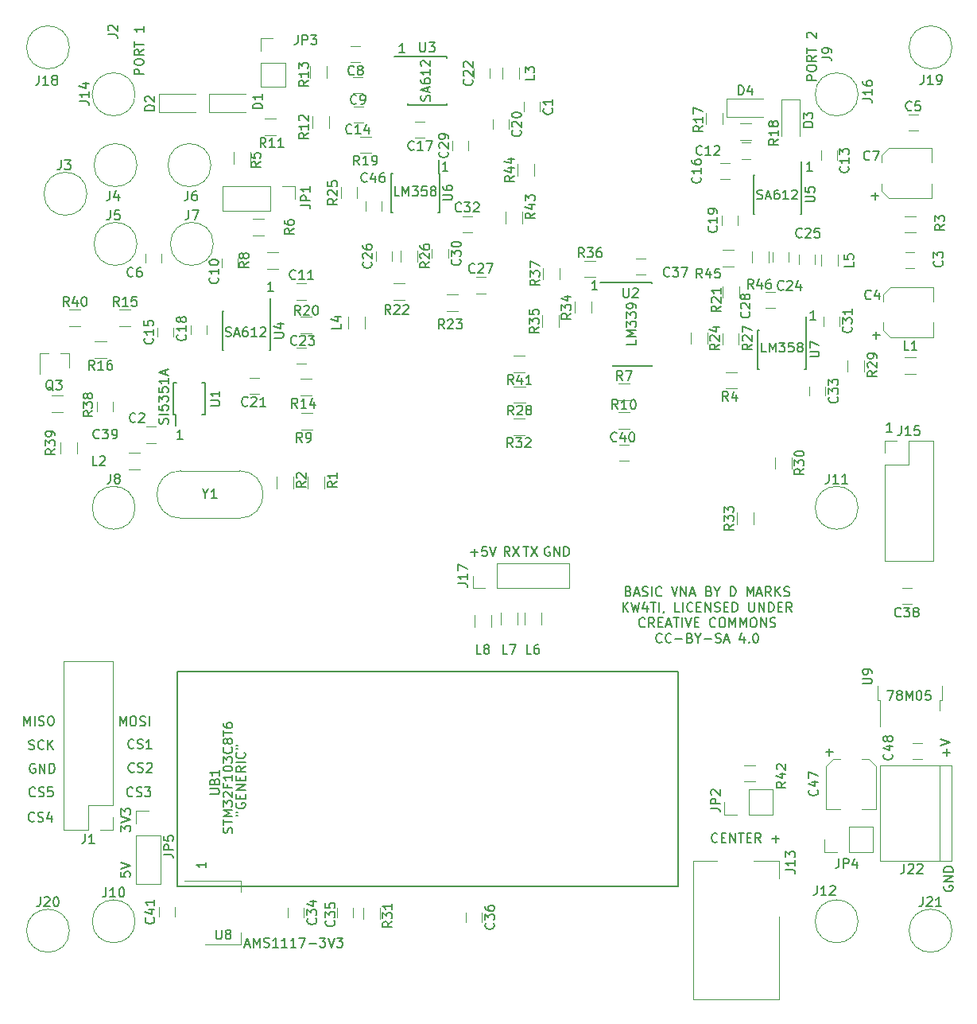
<source format=gbr>
G04 #@! TF.FileFunction,Legend,Top*
%FSLAX46Y46*%
G04 Gerber Fmt 4.6, Leading zero omitted, Abs format (unit mm)*
G04 Created by KiCad (PCBNEW 4.0.7) date 10/27/19 01:38:19*
%MOMM*%
%LPD*%
G01*
G04 APERTURE LIST*
%ADD10C,0.100000*%
%ADD11C,0.150000*%
%ADD12C,0.200000*%
%ADD13C,0.120000*%
G04 APERTURE END LIST*
D10*
D11*
X60806081Y-136442295D02*
X60806081Y-135823247D01*
X61187033Y-136156581D01*
X61187033Y-136013723D01*
X61234652Y-135918485D01*
X61282271Y-135870866D01*
X61377510Y-135823247D01*
X61615605Y-135823247D01*
X61710843Y-135870866D01*
X61758462Y-135918485D01*
X61806081Y-136013723D01*
X61806081Y-136299438D01*
X61758462Y-136394676D01*
X61710843Y-136442295D01*
X60806081Y-135537533D02*
X61806081Y-135204200D01*
X60806081Y-134870866D01*
X60806081Y-134632771D02*
X60806081Y-134013723D01*
X61187033Y-134347057D01*
X61187033Y-134204199D01*
X61234652Y-134108961D01*
X61282271Y-134061342D01*
X61377510Y-134013723D01*
X61615605Y-134013723D01*
X61710843Y-134061342D01*
X61758462Y-134108961D01*
X61806081Y-134204199D01*
X61806081Y-134489914D01*
X61758462Y-134585152D01*
X61710843Y-134632771D01*
X60755281Y-140754076D02*
X60755281Y-141230267D01*
X61231471Y-141277886D01*
X61183852Y-141230267D01*
X61136233Y-141135029D01*
X61136233Y-140896933D01*
X61183852Y-140801695D01*
X61231471Y-140754076D01*
X61326710Y-140706457D01*
X61564805Y-140706457D01*
X61660043Y-140754076D01*
X61707662Y-140801695D01*
X61755281Y-140896933D01*
X61755281Y-141135029D01*
X61707662Y-141230267D01*
X61660043Y-141277886D01*
X60755281Y-140420743D02*
X61755281Y-140087410D01*
X60755281Y-139754076D01*
X73994024Y-148477267D02*
X74470215Y-148477267D01*
X73898786Y-148762981D02*
X74232119Y-147762981D01*
X74565453Y-148762981D01*
X74898786Y-148762981D02*
X74898786Y-147762981D01*
X75232120Y-148477267D01*
X75565453Y-147762981D01*
X75565453Y-148762981D01*
X75994024Y-148715362D02*
X76136881Y-148762981D01*
X76374977Y-148762981D01*
X76470215Y-148715362D01*
X76517834Y-148667743D01*
X76565453Y-148572505D01*
X76565453Y-148477267D01*
X76517834Y-148382029D01*
X76470215Y-148334410D01*
X76374977Y-148286790D01*
X76184500Y-148239171D01*
X76089262Y-148191552D01*
X76041643Y-148143933D01*
X75994024Y-148048695D01*
X75994024Y-147953457D01*
X76041643Y-147858219D01*
X76089262Y-147810600D01*
X76184500Y-147762981D01*
X76422596Y-147762981D01*
X76565453Y-147810600D01*
X77517834Y-148762981D02*
X76946405Y-148762981D01*
X77232119Y-148762981D02*
X77232119Y-147762981D01*
X77136881Y-147905838D01*
X77041643Y-148001076D01*
X76946405Y-148048695D01*
X78470215Y-148762981D02*
X77898786Y-148762981D01*
X78184500Y-148762981D02*
X78184500Y-147762981D01*
X78089262Y-147905838D01*
X77994024Y-148001076D01*
X77898786Y-148048695D01*
X79422596Y-148762981D02*
X78851167Y-148762981D01*
X79136881Y-148762981D02*
X79136881Y-147762981D01*
X79041643Y-147905838D01*
X78946405Y-148001076D01*
X78851167Y-148048695D01*
X79755929Y-147762981D02*
X80422596Y-147762981D01*
X79994024Y-148762981D01*
X80803548Y-148382029D02*
X81565453Y-148382029D01*
X81946405Y-147762981D02*
X82565453Y-147762981D01*
X82232119Y-148143933D01*
X82374977Y-148143933D01*
X82470215Y-148191552D01*
X82517834Y-148239171D01*
X82565453Y-148334410D01*
X82565453Y-148572505D01*
X82517834Y-148667743D01*
X82470215Y-148715362D01*
X82374977Y-148762981D01*
X82089262Y-148762981D01*
X81994024Y-148715362D01*
X81946405Y-148667743D01*
X82851167Y-147762981D02*
X83184500Y-148762981D01*
X83517834Y-147762981D01*
X83755929Y-147762981D02*
X84374977Y-147762981D01*
X84041643Y-148143933D01*
X84184501Y-148143933D01*
X84279739Y-148191552D01*
X84327358Y-148239171D01*
X84374977Y-148334410D01*
X84374977Y-148572505D01*
X84327358Y-148667743D01*
X84279739Y-148715362D01*
X84184501Y-148762981D01*
X83898786Y-148762981D01*
X83803548Y-148715362D01*
X83755929Y-148667743D01*
X111517395Y-78806301D02*
X110945966Y-78806301D01*
X111231680Y-78806301D02*
X111231680Y-77806301D01*
X111136442Y-77949158D01*
X111041204Y-78044396D01*
X110945966Y-78092015D01*
X134768555Y-81986381D02*
X134197126Y-81986381D01*
X134482840Y-81986381D02*
X134482840Y-80986381D01*
X134387602Y-81129238D01*
X134292364Y-81224476D01*
X134197126Y-81272095D01*
X129490364Y-85428081D02*
X129014173Y-85428081D01*
X129014173Y-84428081D01*
X129823697Y-85428081D02*
X129823697Y-84428081D01*
X130157031Y-85142367D01*
X130490364Y-84428081D01*
X130490364Y-85428081D01*
X130871316Y-84428081D02*
X131490364Y-84428081D01*
X131157030Y-84809033D01*
X131299888Y-84809033D01*
X131395126Y-84856652D01*
X131442745Y-84904271D01*
X131490364Y-84999510D01*
X131490364Y-85237605D01*
X131442745Y-85332843D01*
X131395126Y-85380462D01*
X131299888Y-85428081D01*
X131014173Y-85428081D01*
X130918935Y-85380462D01*
X130871316Y-85332843D01*
X132395126Y-84428081D02*
X131918935Y-84428081D01*
X131871316Y-84904271D01*
X131918935Y-84856652D01*
X132014173Y-84809033D01*
X132252269Y-84809033D01*
X132347507Y-84856652D01*
X132395126Y-84904271D01*
X132442745Y-84999510D01*
X132442745Y-85237605D01*
X132395126Y-85332843D01*
X132347507Y-85380462D01*
X132252269Y-85428081D01*
X132014173Y-85428081D01*
X131918935Y-85380462D01*
X131871316Y-85332843D01*
X133014173Y-84856652D02*
X132918935Y-84809033D01*
X132871316Y-84761414D01*
X132823697Y-84666176D01*
X132823697Y-84618557D01*
X132871316Y-84523319D01*
X132918935Y-84475700D01*
X133014173Y-84428081D01*
X133204650Y-84428081D01*
X133299888Y-84475700D01*
X133347507Y-84523319D01*
X133395126Y-84618557D01*
X133395126Y-84666176D01*
X133347507Y-84761414D01*
X133299888Y-84809033D01*
X133204650Y-84856652D01*
X133014173Y-84856652D01*
X132918935Y-84904271D01*
X132871316Y-84951890D01*
X132823697Y-85047129D01*
X132823697Y-85237605D01*
X132871316Y-85332843D01*
X132918935Y-85380462D01*
X133014173Y-85428081D01*
X133204650Y-85428081D01*
X133299888Y-85380462D01*
X133347507Y-85332843D01*
X133395126Y-85237605D01*
X133395126Y-85047129D01*
X133347507Y-84951890D01*
X133299888Y-84904271D01*
X133204650Y-84856652D01*
X134397715Y-66136781D02*
X133826286Y-66136781D01*
X134112000Y-66136781D02*
X134112000Y-65136781D01*
X134016762Y-65279638D01*
X133921524Y-65374876D01*
X133826286Y-65422495D01*
X95586515Y-66136781D02*
X95015086Y-66136781D01*
X95300800Y-66136781D02*
X95300800Y-65136781D01*
X95205562Y-65279638D01*
X95110324Y-65374876D01*
X95015086Y-65422495D01*
X91004355Y-53563781D02*
X90432926Y-53563781D01*
X90718640Y-53563781D02*
X90718640Y-52563781D01*
X90623402Y-52706638D01*
X90528164Y-52801876D01*
X90432926Y-52849495D01*
X76993715Y-78938381D02*
X76422286Y-78938381D01*
X76708000Y-78938381D02*
X76708000Y-77938381D01*
X76612762Y-78081238D01*
X76517524Y-78176476D01*
X76422286Y-78224095D01*
X51630343Y-132640343D02*
X51582724Y-132687962D01*
X51439867Y-132735581D01*
X51344629Y-132735581D01*
X51201771Y-132687962D01*
X51106533Y-132592724D01*
X51058914Y-132497486D01*
X51011295Y-132307010D01*
X51011295Y-132164152D01*
X51058914Y-131973676D01*
X51106533Y-131878438D01*
X51201771Y-131783200D01*
X51344629Y-131735581D01*
X51439867Y-131735581D01*
X51582724Y-131783200D01*
X51630343Y-131830819D01*
X52011295Y-132687962D02*
X52154152Y-132735581D01*
X52392248Y-132735581D01*
X52487486Y-132687962D01*
X52535105Y-132640343D01*
X52582724Y-132545105D01*
X52582724Y-132449867D01*
X52535105Y-132354629D01*
X52487486Y-132307010D01*
X52392248Y-132259390D01*
X52201771Y-132211771D01*
X52106533Y-132164152D01*
X52058914Y-132116533D01*
X52011295Y-132021295D01*
X52011295Y-131926057D01*
X52058914Y-131830819D01*
X52106533Y-131783200D01*
X52201771Y-131735581D01*
X52439867Y-131735581D01*
X52582724Y-131783200D01*
X53487486Y-131735581D02*
X53011295Y-131735581D01*
X52963676Y-132211771D01*
X53011295Y-132164152D01*
X53106533Y-132116533D01*
X53344629Y-132116533D01*
X53439867Y-132164152D01*
X53487486Y-132211771D01*
X53535105Y-132307010D01*
X53535105Y-132545105D01*
X53487486Y-132640343D01*
X53439867Y-132687962D01*
X53344629Y-132735581D01*
X53106533Y-132735581D01*
X53011295Y-132687962D01*
X52963676Y-132640343D01*
X51554143Y-135307343D02*
X51506524Y-135354962D01*
X51363667Y-135402581D01*
X51268429Y-135402581D01*
X51125571Y-135354962D01*
X51030333Y-135259724D01*
X50982714Y-135164486D01*
X50935095Y-134974010D01*
X50935095Y-134831152D01*
X50982714Y-134640676D01*
X51030333Y-134545438D01*
X51125571Y-134450200D01*
X51268429Y-134402581D01*
X51363667Y-134402581D01*
X51506524Y-134450200D01*
X51554143Y-134497819D01*
X51935095Y-135354962D02*
X52077952Y-135402581D01*
X52316048Y-135402581D01*
X52411286Y-135354962D01*
X52458905Y-135307343D01*
X52506524Y-135212105D01*
X52506524Y-135116867D01*
X52458905Y-135021629D01*
X52411286Y-134974010D01*
X52316048Y-134926390D01*
X52125571Y-134878771D01*
X52030333Y-134831152D01*
X51982714Y-134783533D01*
X51935095Y-134688295D01*
X51935095Y-134593057D01*
X51982714Y-134497819D01*
X52030333Y-134450200D01*
X52125571Y-134402581D01*
X52363667Y-134402581D01*
X52506524Y-134450200D01*
X53363667Y-134735914D02*
X53363667Y-135402581D01*
X53125571Y-134354962D02*
X52887476Y-135069248D01*
X53506524Y-135069248D01*
X142881315Y-93924381D02*
X142309886Y-93924381D01*
X142595600Y-93924381D02*
X142595600Y-92924381D01*
X142500362Y-93067238D01*
X142405124Y-93162476D01*
X142309886Y-93210095D01*
X69819781Y-139719085D02*
X69819781Y-140290514D01*
X69819781Y-140004800D02*
X68819781Y-140004800D01*
X68962638Y-140100038D01*
X69057876Y-140195276D01*
X69105495Y-140290514D01*
X124304800Y-137529843D02*
X124257181Y-137577462D01*
X124114324Y-137625081D01*
X124019086Y-137625081D01*
X123876228Y-137577462D01*
X123780990Y-137482224D01*
X123733371Y-137386986D01*
X123685752Y-137196510D01*
X123685752Y-137053652D01*
X123733371Y-136863176D01*
X123780990Y-136767938D01*
X123876228Y-136672700D01*
X124019086Y-136625081D01*
X124114324Y-136625081D01*
X124257181Y-136672700D01*
X124304800Y-136720319D01*
X124733371Y-137101271D02*
X125066705Y-137101271D01*
X125209562Y-137625081D02*
X124733371Y-137625081D01*
X124733371Y-136625081D01*
X125209562Y-136625081D01*
X125638133Y-137625081D02*
X125638133Y-136625081D01*
X126209562Y-137625081D01*
X126209562Y-136625081D01*
X126542895Y-136625081D02*
X127114324Y-136625081D01*
X126828609Y-137625081D02*
X126828609Y-136625081D01*
X127447657Y-137101271D02*
X127780991Y-137101271D01*
X127923848Y-137625081D02*
X127447657Y-137625081D01*
X127447657Y-136625081D01*
X127923848Y-136625081D01*
X128923848Y-137625081D02*
X128590514Y-137148890D01*
X128352419Y-137625081D02*
X128352419Y-136625081D01*
X128733372Y-136625081D01*
X128828610Y-136672700D01*
X128876229Y-136720319D01*
X128923848Y-136815557D01*
X128923848Y-136958414D01*
X128876229Y-137053652D01*
X128828610Y-137101271D01*
X128733372Y-137148890D01*
X128352419Y-137148890D01*
X130114324Y-137244129D02*
X130876229Y-137244129D01*
X130495277Y-137625081D02*
X130495277Y-136863176D01*
X62034183Y-132640343D02*
X61986564Y-132687962D01*
X61843707Y-132735581D01*
X61748469Y-132735581D01*
X61605611Y-132687962D01*
X61510373Y-132592724D01*
X61462754Y-132497486D01*
X61415135Y-132307010D01*
X61415135Y-132164152D01*
X61462754Y-131973676D01*
X61510373Y-131878438D01*
X61605611Y-131783200D01*
X61748469Y-131735581D01*
X61843707Y-131735581D01*
X61986564Y-131783200D01*
X62034183Y-131830819D01*
X62415135Y-132687962D02*
X62557992Y-132735581D01*
X62796088Y-132735581D01*
X62891326Y-132687962D01*
X62938945Y-132640343D01*
X62986564Y-132545105D01*
X62986564Y-132449867D01*
X62938945Y-132354629D01*
X62891326Y-132307010D01*
X62796088Y-132259390D01*
X62605611Y-132211771D01*
X62510373Y-132164152D01*
X62462754Y-132116533D01*
X62415135Y-132021295D01*
X62415135Y-131926057D01*
X62462754Y-131830819D01*
X62510373Y-131783200D01*
X62605611Y-131735581D01*
X62843707Y-131735581D01*
X62986564Y-131783200D01*
X63319897Y-131735581D02*
X63938945Y-131735581D01*
X63605611Y-132116533D01*
X63748469Y-132116533D01*
X63843707Y-132164152D01*
X63891326Y-132211771D01*
X63938945Y-132307010D01*
X63938945Y-132545105D01*
X63891326Y-132640343D01*
X63843707Y-132687962D01*
X63748469Y-132735581D01*
X63462754Y-132735581D01*
X63367516Y-132687962D01*
X63319897Y-132640343D01*
X62186583Y-130049543D02*
X62138964Y-130097162D01*
X61996107Y-130144781D01*
X61900869Y-130144781D01*
X61758011Y-130097162D01*
X61662773Y-130001924D01*
X61615154Y-129906686D01*
X61567535Y-129716210D01*
X61567535Y-129573352D01*
X61615154Y-129382876D01*
X61662773Y-129287638D01*
X61758011Y-129192400D01*
X61900869Y-129144781D01*
X61996107Y-129144781D01*
X62138964Y-129192400D01*
X62186583Y-129240019D01*
X62567535Y-130097162D02*
X62710392Y-130144781D01*
X62948488Y-130144781D01*
X63043726Y-130097162D01*
X63091345Y-130049543D01*
X63138964Y-129954305D01*
X63138964Y-129859067D01*
X63091345Y-129763829D01*
X63043726Y-129716210D01*
X62948488Y-129668590D01*
X62758011Y-129620971D01*
X62662773Y-129573352D01*
X62615154Y-129525733D01*
X62567535Y-129430495D01*
X62567535Y-129335257D01*
X62615154Y-129240019D01*
X62662773Y-129192400D01*
X62758011Y-129144781D01*
X62996107Y-129144781D01*
X63138964Y-129192400D01*
X63519916Y-129240019D02*
X63567535Y-129192400D01*
X63662773Y-129144781D01*
X63900869Y-129144781D01*
X63996107Y-129192400D01*
X64043726Y-129240019D01*
X64091345Y-129335257D01*
X64091345Y-129430495D01*
X64043726Y-129573352D01*
X63472297Y-130144781D01*
X64091345Y-130144781D01*
X62145943Y-127534943D02*
X62098324Y-127582562D01*
X61955467Y-127630181D01*
X61860229Y-127630181D01*
X61717371Y-127582562D01*
X61622133Y-127487324D01*
X61574514Y-127392086D01*
X61526895Y-127201610D01*
X61526895Y-127058752D01*
X61574514Y-126868276D01*
X61622133Y-126773038D01*
X61717371Y-126677800D01*
X61860229Y-126630181D01*
X61955467Y-126630181D01*
X62098324Y-126677800D01*
X62145943Y-126725419D01*
X62526895Y-127582562D02*
X62669752Y-127630181D01*
X62907848Y-127630181D01*
X63003086Y-127582562D01*
X63050705Y-127534943D01*
X63098324Y-127439705D01*
X63098324Y-127344467D01*
X63050705Y-127249229D01*
X63003086Y-127201610D01*
X62907848Y-127153990D01*
X62717371Y-127106371D01*
X62622133Y-127058752D01*
X62574514Y-127011133D01*
X62526895Y-126915895D01*
X62526895Y-126820657D01*
X62574514Y-126725419D01*
X62622133Y-126677800D01*
X62717371Y-126630181D01*
X62955467Y-126630181D01*
X63098324Y-126677800D01*
X64050705Y-127630181D02*
X63479276Y-127630181D01*
X63764990Y-127630181D02*
X63764990Y-126630181D01*
X63669752Y-126773038D01*
X63574514Y-126868276D01*
X63479276Y-126915895D01*
X60648412Y-125191781D02*
X60648412Y-124191781D01*
X60981746Y-124906067D01*
X61315079Y-124191781D01*
X61315079Y-125191781D01*
X61981745Y-124191781D02*
X62172222Y-124191781D01*
X62267460Y-124239400D01*
X62362698Y-124334638D01*
X62410317Y-124525114D01*
X62410317Y-124858448D01*
X62362698Y-125048924D01*
X62267460Y-125144162D01*
X62172222Y-125191781D01*
X61981745Y-125191781D01*
X61886507Y-125144162D01*
X61791269Y-125048924D01*
X61743650Y-124858448D01*
X61743650Y-124525114D01*
X61791269Y-124334638D01*
X61886507Y-124239400D01*
X61981745Y-124191781D01*
X62791269Y-125144162D02*
X62934126Y-125191781D01*
X63172222Y-125191781D01*
X63267460Y-125144162D01*
X63315079Y-125096543D01*
X63362698Y-125001305D01*
X63362698Y-124906067D01*
X63315079Y-124810829D01*
X63267460Y-124763210D01*
X63172222Y-124715590D01*
X62981745Y-124667971D01*
X62886507Y-124620352D01*
X62838888Y-124572733D01*
X62791269Y-124477495D01*
X62791269Y-124382257D01*
X62838888Y-124287019D01*
X62886507Y-124239400D01*
X62981745Y-124191781D01*
X63219841Y-124191781D01*
X63362698Y-124239400D01*
X63791269Y-125191781D02*
X63791269Y-124191781D01*
X50447772Y-125179081D02*
X50447772Y-124179081D01*
X50781106Y-124893367D01*
X51114439Y-124179081D01*
X51114439Y-125179081D01*
X51590629Y-125179081D02*
X51590629Y-124179081D01*
X52019200Y-125131462D02*
X52162057Y-125179081D01*
X52400153Y-125179081D01*
X52495391Y-125131462D01*
X52543010Y-125083843D01*
X52590629Y-124988605D01*
X52590629Y-124893367D01*
X52543010Y-124798129D01*
X52495391Y-124750510D01*
X52400153Y-124702890D01*
X52209676Y-124655271D01*
X52114438Y-124607652D01*
X52066819Y-124560033D01*
X52019200Y-124464795D01*
X52019200Y-124369557D01*
X52066819Y-124274319D01*
X52114438Y-124226700D01*
X52209676Y-124179081D01*
X52447772Y-124179081D01*
X52590629Y-124226700D01*
X53209676Y-124179081D02*
X53400153Y-124179081D01*
X53495391Y-124226700D01*
X53590629Y-124321938D01*
X53638248Y-124512414D01*
X53638248Y-124845748D01*
X53590629Y-125036224D01*
X53495391Y-125131462D01*
X53400153Y-125179081D01*
X53209676Y-125179081D01*
X53114438Y-125131462D01*
X53019200Y-125036224D01*
X52971581Y-124845748D01*
X52971581Y-124512414D01*
X53019200Y-124321938D01*
X53114438Y-124226700D01*
X53209676Y-124179081D01*
X51628136Y-129268600D02*
X51532898Y-129220981D01*
X51390041Y-129220981D01*
X51247183Y-129268600D01*
X51151945Y-129363838D01*
X51104326Y-129459076D01*
X51056707Y-129649552D01*
X51056707Y-129792410D01*
X51104326Y-129982886D01*
X51151945Y-130078124D01*
X51247183Y-130173362D01*
X51390041Y-130220981D01*
X51485279Y-130220981D01*
X51628136Y-130173362D01*
X51675755Y-130125743D01*
X51675755Y-129792410D01*
X51485279Y-129792410D01*
X52104326Y-130220981D02*
X52104326Y-129220981D01*
X52675755Y-130220981D01*
X52675755Y-129220981D01*
X53151945Y-130220981D02*
X53151945Y-129220981D01*
X53390040Y-129220981D01*
X53532898Y-129268600D01*
X53628136Y-129363838D01*
X53675755Y-129459076D01*
X53723374Y-129649552D01*
X53723374Y-129792410D01*
X53675755Y-129982886D01*
X53628136Y-130078124D01*
X53532898Y-130173362D01*
X53390040Y-130220981D01*
X53151945Y-130220981D01*
X50977326Y-127658762D02*
X51120183Y-127706381D01*
X51358279Y-127706381D01*
X51453517Y-127658762D01*
X51501136Y-127611143D01*
X51548755Y-127515905D01*
X51548755Y-127420667D01*
X51501136Y-127325429D01*
X51453517Y-127277810D01*
X51358279Y-127230190D01*
X51167802Y-127182571D01*
X51072564Y-127134952D01*
X51024945Y-127087333D01*
X50977326Y-126992095D01*
X50977326Y-126896857D01*
X51024945Y-126801619D01*
X51072564Y-126754000D01*
X51167802Y-126706381D01*
X51405898Y-126706381D01*
X51548755Y-126754000D01*
X52548755Y-127611143D02*
X52501136Y-127658762D01*
X52358279Y-127706381D01*
X52263041Y-127706381D01*
X52120183Y-127658762D01*
X52024945Y-127563524D01*
X51977326Y-127468286D01*
X51929707Y-127277810D01*
X51929707Y-127134952D01*
X51977326Y-126944476D01*
X52024945Y-126849238D01*
X52120183Y-126754000D01*
X52263041Y-126706381D01*
X52358279Y-126706381D01*
X52501136Y-126754000D01*
X52548755Y-126801619D01*
X52977326Y-127706381D02*
X52977326Y-126706381D01*
X53548755Y-127706381D02*
X53120183Y-127134952D01*
X53548755Y-126706381D02*
X52977326Y-127277810D01*
X142395867Y-121461281D02*
X143062534Y-121461281D01*
X142633962Y-122461281D01*
X143586343Y-121889852D02*
X143491105Y-121842233D01*
X143443486Y-121794614D01*
X143395867Y-121699376D01*
X143395867Y-121651757D01*
X143443486Y-121556519D01*
X143491105Y-121508900D01*
X143586343Y-121461281D01*
X143776820Y-121461281D01*
X143872058Y-121508900D01*
X143919677Y-121556519D01*
X143967296Y-121651757D01*
X143967296Y-121699376D01*
X143919677Y-121794614D01*
X143872058Y-121842233D01*
X143776820Y-121889852D01*
X143586343Y-121889852D01*
X143491105Y-121937471D01*
X143443486Y-121985090D01*
X143395867Y-122080329D01*
X143395867Y-122270805D01*
X143443486Y-122366043D01*
X143491105Y-122413662D01*
X143586343Y-122461281D01*
X143776820Y-122461281D01*
X143872058Y-122413662D01*
X143919677Y-122366043D01*
X143967296Y-122270805D01*
X143967296Y-122080329D01*
X143919677Y-121985090D01*
X143872058Y-121937471D01*
X143776820Y-121889852D01*
X144395867Y-122461281D02*
X144395867Y-121461281D01*
X144729201Y-122175567D01*
X145062534Y-121461281D01*
X145062534Y-122461281D01*
X145729200Y-121461281D02*
X145824439Y-121461281D01*
X145919677Y-121508900D01*
X145967296Y-121556519D01*
X146014915Y-121651757D01*
X146062534Y-121842233D01*
X146062534Y-122080329D01*
X146014915Y-122270805D01*
X145967296Y-122366043D01*
X145919677Y-122413662D01*
X145824439Y-122461281D01*
X145729200Y-122461281D01*
X145633962Y-122413662D01*
X145586343Y-122366043D01*
X145538724Y-122270805D01*
X145491105Y-122080329D01*
X145491105Y-121842233D01*
X145538724Y-121651757D01*
X145586343Y-121556519D01*
X145633962Y-121508900D01*
X145729200Y-121461281D01*
X146967296Y-121461281D02*
X146491105Y-121461281D01*
X146443486Y-121937471D01*
X146491105Y-121889852D01*
X146586343Y-121842233D01*
X146824439Y-121842233D01*
X146919677Y-121889852D01*
X146967296Y-121937471D01*
X147014915Y-122032710D01*
X147014915Y-122270805D01*
X146967296Y-122366043D01*
X146919677Y-122413662D01*
X146824439Y-122461281D01*
X146586343Y-122461281D01*
X146491105Y-122413662D01*
X146443486Y-122366043D01*
X134818381Y-56498810D02*
X133818381Y-56498810D01*
X133818381Y-56117857D01*
X133866000Y-56022619D01*
X133913619Y-55975000D01*
X134008857Y-55927381D01*
X134151714Y-55927381D01*
X134246952Y-55975000D01*
X134294571Y-56022619D01*
X134342190Y-56117857D01*
X134342190Y-56498810D01*
X133818381Y-55308334D02*
X133818381Y-55117857D01*
X133866000Y-55022619D01*
X133961238Y-54927381D01*
X134151714Y-54879762D01*
X134485048Y-54879762D01*
X134675524Y-54927381D01*
X134770762Y-55022619D01*
X134818381Y-55117857D01*
X134818381Y-55308334D01*
X134770762Y-55403572D01*
X134675524Y-55498810D01*
X134485048Y-55546429D01*
X134151714Y-55546429D01*
X133961238Y-55498810D01*
X133866000Y-55403572D01*
X133818381Y-55308334D01*
X134818381Y-53879762D02*
X134342190Y-54213096D01*
X134818381Y-54451191D02*
X133818381Y-54451191D01*
X133818381Y-54070238D01*
X133866000Y-53975000D01*
X133913619Y-53927381D01*
X134008857Y-53879762D01*
X134151714Y-53879762D01*
X134246952Y-53927381D01*
X134294571Y-53975000D01*
X134342190Y-54070238D01*
X134342190Y-54451191D01*
X133818381Y-53594048D02*
X133818381Y-53022619D01*
X134818381Y-53308334D02*
X133818381Y-53308334D01*
X133913619Y-51975000D02*
X133866000Y-51927381D01*
X133818381Y-51832143D01*
X133818381Y-51594047D01*
X133866000Y-51498809D01*
X133913619Y-51451190D01*
X134008857Y-51403571D01*
X134104095Y-51403571D01*
X134246952Y-51451190D01*
X134818381Y-52022619D01*
X134818381Y-51403571D01*
X63190381Y-55863810D02*
X62190381Y-55863810D01*
X62190381Y-55482857D01*
X62238000Y-55387619D01*
X62285619Y-55340000D01*
X62380857Y-55292381D01*
X62523714Y-55292381D01*
X62618952Y-55340000D01*
X62666571Y-55387619D01*
X62714190Y-55482857D01*
X62714190Y-55863810D01*
X62190381Y-54673334D02*
X62190381Y-54482857D01*
X62238000Y-54387619D01*
X62333238Y-54292381D01*
X62523714Y-54244762D01*
X62857048Y-54244762D01*
X63047524Y-54292381D01*
X63142762Y-54387619D01*
X63190381Y-54482857D01*
X63190381Y-54673334D01*
X63142762Y-54768572D01*
X63047524Y-54863810D01*
X62857048Y-54911429D01*
X62523714Y-54911429D01*
X62333238Y-54863810D01*
X62238000Y-54768572D01*
X62190381Y-54673334D01*
X63190381Y-53244762D02*
X62714190Y-53578096D01*
X63190381Y-53816191D02*
X62190381Y-53816191D01*
X62190381Y-53435238D01*
X62238000Y-53340000D01*
X62285619Y-53292381D01*
X62380857Y-53244762D01*
X62523714Y-53244762D01*
X62618952Y-53292381D01*
X62666571Y-53340000D01*
X62714190Y-53435238D01*
X62714190Y-53816191D01*
X62190381Y-52959048D02*
X62190381Y-52387619D01*
X63190381Y-52673334D02*
X62190381Y-52673334D01*
X63190381Y-50768571D02*
X63190381Y-51340000D01*
X63190381Y-51054286D02*
X62190381Y-51054286D01*
X62333238Y-51149524D01*
X62428476Y-51244762D01*
X62476095Y-51340000D01*
X102195334Y-107132381D02*
X101862000Y-106656190D01*
X101623905Y-107132381D02*
X101623905Y-106132381D01*
X102004858Y-106132381D01*
X102100096Y-106180000D01*
X102147715Y-106227619D01*
X102195334Y-106322857D01*
X102195334Y-106465714D01*
X102147715Y-106560952D01*
X102100096Y-106608571D01*
X102004858Y-106656190D01*
X101623905Y-106656190D01*
X102528667Y-106132381D02*
X103195334Y-107132381D01*
X103195334Y-106132381D02*
X102528667Y-107132381D01*
X103632095Y-106132381D02*
X104203524Y-106132381D01*
X103917809Y-107132381D02*
X103917809Y-106132381D01*
X104441619Y-106132381D02*
X105108286Y-107132381D01*
X105108286Y-106132381D02*
X104441619Y-107132381D01*
X98028286Y-106751429D02*
X98790191Y-106751429D01*
X98409239Y-107132381D02*
X98409239Y-106370476D01*
X99742572Y-106132381D02*
X99266381Y-106132381D01*
X99218762Y-106608571D01*
X99266381Y-106560952D01*
X99361619Y-106513333D01*
X99599715Y-106513333D01*
X99694953Y-106560952D01*
X99742572Y-106608571D01*
X99790191Y-106703810D01*
X99790191Y-106941905D01*
X99742572Y-107037143D01*
X99694953Y-107084762D01*
X99599715Y-107132381D01*
X99361619Y-107132381D01*
X99266381Y-107084762D01*
X99218762Y-107037143D01*
X100075905Y-106132381D02*
X100409238Y-107132381D01*
X100742572Y-106132381D01*
X106426096Y-106180000D02*
X106330858Y-106132381D01*
X106188001Y-106132381D01*
X106045143Y-106180000D01*
X105949905Y-106275238D01*
X105902286Y-106370476D01*
X105854667Y-106560952D01*
X105854667Y-106703810D01*
X105902286Y-106894286D01*
X105949905Y-106989524D01*
X106045143Y-107084762D01*
X106188001Y-107132381D01*
X106283239Y-107132381D01*
X106426096Y-107084762D01*
X106473715Y-107037143D01*
X106473715Y-106703810D01*
X106283239Y-106703810D01*
X106902286Y-107132381D02*
X106902286Y-106132381D01*
X107473715Y-107132381D01*
X107473715Y-106132381D01*
X107949905Y-107132381D02*
X107949905Y-106132381D01*
X108188000Y-106132381D01*
X108330858Y-106180000D01*
X108426096Y-106275238D01*
X108473715Y-106370476D01*
X108521334Y-106560952D01*
X108521334Y-106703810D01*
X108473715Y-106894286D01*
X108426096Y-106989524D01*
X108330858Y-107084762D01*
X108188000Y-107132381D01*
X107949905Y-107132381D01*
X67341715Y-94686381D02*
X66770286Y-94686381D01*
X67056000Y-94686381D02*
X67056000Y-93686381D01*
X66960762Y-93829238D01*
X66865524Y-93924476D01*
X66770286Y-93972095D01*
X65754762Y-93057143D02*
X65802381Y-92914286D01*
X65802381Y-92676190D01*
X65754762Y-92580952D01*
X65707143Y-92533333D01*
X65611905Y-92485714D01*
X65516667Y-92485714D01*
X65421429Y-92533333D01*
X65373810Y-92580952D01*
X65326190Y-92676190D01*
X65278571Y-92866667D01*
X65230952Y-92961905D01*
X65183333Y-93009524D01*
X65088095Y-93057143D01*
X64992857Y-93057143D01*
X64897619Y-93009524D01*
X64850000Y-92961905D01*
X64802381Y-92866667D01*
X64802381Y-92628571D01*
X64850000Y-92485714D01*
X65802381Y-92057143D02*
X64802381Y-92057143D01*
X64802381Y-91104762D02*
X64802381Y-91580953D01*
X65278571Y-91628572D01*
X65230952Y-91580953D01*
X65183333Y-91485715D01*
X65183333Y-91247619D01*
X65230952Y-91152381D01*
X65278571Y-91104762D01*
X65373810Y-91057143D01*
X65611905Y-91057143D01*
X65707143Y-91104762D01*
X65754762Y-91152381D01*
X65802381Y-91247619D01*
X65802381Y-91485715D01*
X65754762Y-91580953D01*
X65707143Y-91628572D01*
X64802381Y-90723810D02*
X64802381Y-90104762D01*
X65183333Y-90438096D01*
X65183333Y-90295238D01*
X65230952Y-90200000D01*
X65278571Y-90152381D01*
X65373810Y-90104762D01*
X65611905Y-90104762D01*
X65707143Y-90152381D01*
X65754762Y-90200000D01*
X65802381Y-90295238D01*
X65802381Y-90580953D01*
X65754762Y-90676191D01*
X65707143Y-90723810D01*
X64802381Y-89200000D02*
X64802381Y-89676191D01*
X65278571Y-89723810D01*
X65230952Y-89676191D01*
X65183333Y-89580953D01*
X65183333Y-89342857D01*
X65230952Y-89247619D01*
X65278571Y-89200000D01*
X65373810Y-89152381D01*
X65611905Y-89152381D01*
X65707143Y-89200000D01*
X65754762Y-89247619D01*
X65802381Y-89342857D01*
X65802381Y-89580953D01*
X65754762Y-89676191D01*
X65707143Y-89723810D01*
X65802381Y-88200000D02*
X65802381Y-88771429D01*
X65802381Y-88485715D02*
X64802381Y-88485715D01*
X64945238Y-88580953D01*
X65040476Y-88676191D01*
X65088095Y-88771429D01*
X65516667Y-87819048D02*
X65516667Y-87342857D01*
X65802381Y-87914286D02*
X64802381Y-87580953D01*
X65802381Y-87247619D01*
X114834448Y-110879811D02*
X114977305Y-110927430D01*
X115024924Y-110975050D01*
X115072543Y-111070288D01*
X115072543Y-111213145D01*
X115024924Y-111308383D01*
X114977305Y-111356002D01*
X114882067Y-111403621D01*
X114501114Y-111403621D01*
X114501114Y-110403621D01*
X114834448Y-110403621D01*
X114929686Y-110451240D01*
X114977305Y-110498859D01*
X115024924Y-110594097D01*
X115024924Y-110689335D01*
X114977305Y-110784573D01*
X114929686Y-110832192D01*
X114834448Y-110879811D01*
X114501114Y-110879811D01*
X115453495Y-111117907D02*
X115929686Y-111117907D01*
X115358257Y-111403621D02*
X115691590Y-110403621D01*
X116024924Y-111403621D01*
X116310638Y-111356002D02*
X116453495Y-111403621D01*
X116691591Y-111403621D01*
X116786829Y-111356002D01*
X116834448Y-111308383D01*
X116882067Y-111213145D01*
X116882067Y-111117907D01*
X116834448Y-111022669D01*
X116786829Y-110975050D01*
X116691591Y-110927430D01*
X116501114Y-110879811D01*
X116405876Y-110832192D01*
X116358257Y-110784573D01*
X116310638Y-110689335D01*
X116310638Y-110594097D01*
X116358257Y-110498859D01*
X116405876Y-110451240D01*
X116501114Y-110403621D01*
X116739210Y-110403621D01*
X116882067Y-110451240D01*
X117310638Y-111403621D02*
X117310638Y-110403621D01*
X118358257Y-111308383D02*
X118310638Y-111356002D01*
X118167781Y-111403621D01*
X118072543Y-111403621D01*
X117929685Y-111356002D01*
X117834447Y-111260764D01*
X117786828Y-111165526D01*
X117739209Y-110975050D01*
X117739209Y-110832192D01*
X117786828Y-110641716D01*
X117834447Y-110546478D01*
X117929685Y-110451240D01*
X118072543Y-110403621D01*
X118167781Y-110403621D01*
X118310638Y-110451240D01*
X118358257Y-110498859D01*
X119405876Y-110403621D02*
X119739209Y-111403621D01*
X120072543Y-110403621D01*
X120405876Y-111403621D02*
X120405876Y-110403621D01*
X120977305Y-111403621D01*
X120977305Y-110403621D01*
X121405876Y-111117907D02*
X121882067Y-111117907D01*
X121310638Y-111403621D02*
X121643971Y-110403621D01*
X121977305Y-111403621D01*
X123405877Y-110879811D02*
X123548734Y-110927430D01*
X123596353Y-110975050D01*
X123643972Y-111070288D01*
X123643972Y-111213145D01*
X123596353Y-111308383D01*
X123548734Y-111356002D01*
X123453496Y-111403621D01*
X123072543Y-111403621D01*
X123072543Y-110403621D01*
X123405877Y-110403621D01*
X123501115Y-110451240D01*
X123548734Y-110498859D01*
X123596353Y-110594097D01*
X123596353Y-110689335D01*
X123548734Y-110784573D01*
X123501115Y-110832192D01*
X123405877Y-110879811D01*
X123072543Y-110879811D01*
X124263019Y-110927430D02*
X124263019Y-111403621D01*
X123929686Y-110403621D02*
X124263019Y-110927430D01*
X124596353Y-110403621D01*
X125691591Y-111403621D02*
X125691591Y-110403621D01*
X125929686Y-110403621D01*
X126072544Y-110451240D01*
X126167782Y-110546478D01*
X126215401Y-110641716D01*
X126263020Y-110832192D01*
X126263020Y-110975050D01*
X126215401Y-111165526D01*
X126167782Y-111260764D01*
X126072544Y-111356002D01*
X125929686Y-111403621D01*
X125691591Y-111403621D01*
X127453496Y-111403621D02*
X127453496Y-110403621D01*
X127786830Y-111117907D01*
X128120163Y-110403621D01*
X128120163Y-111403621D01*
X128548734Y-111117907D02*
X129024925Y-111117907D01*
X128453496Y-111403621D02*
X128786829Y-110403621D01*
X129120163Y-111403621D01*
X130024925Y-111403621D02*
X129691591Y-110927430D01*
X129453496Y-111403621D02*
X129453496Y-110403621D01*
X129834449Y-110403621D01*
X129929687Y-110451240D01*
X129977306Y-110498859D01*
X130024925Y-110594097D01*
X130024925Y-110736954D01*
X129977306Y-110832192D01*
X129929687Y-110879811D01*
X129834449Y-110927430D01*
X129453496Y-110927430D01*
X130453496Y-111403621D02*
X130453496Y-110403621D01*
X131024925Y-111403621D02*
X130596353Y-110832192D01*
X131024925Y-110403621D02*
X130453496Y-110975050D01*
X131405877Y-111356002D02*
X131548734Y-111403621D01*
X131786830Y-111403621D01*
X131882068Y-111356002D01*
X131929687Y-111308383D01*
X131977306Y-111213145D01*
X131977306Y-111117907D01*
X131929687Y-111022669D01*
X131882068Y-110975050D01*
X131786830Y-110927430D01*
X131596353Y-110879811D01*
X131501115Y-110832192D01*
X131453496Y-110784573D01*
X131405877Y-110689335D01*
X131405877Y-110594097D01*
X131453496Y-110498859D01*
X131501115Y-110451240D01*
X131596353Y-110403621D01*
X131834449Y-110403621D01*
X131977306Y-110451240D01*
X114239210Y-113053621D02*
X114239210Y-112053621D01*
X114810639Y-113053621D02*
X114382067Y-112482192D01*
X114810639Y-112053621D02*
X114239210Y-112625050D01*
X115143972Y-112053621D02*
X115382067Y-113053621D01*
X115572544Y-112339335D01*
X115763020Y-113053621D01*
X116001115Y-112053621D01*
X116810639Y-112386954D02*
X116810639Y-113053621D01*
X116572543Y-112006002D02*
X116334448Y-112720288D01*
X116953496Y-112720288D01*
X117191591Y-112053621D02*
X117763020Y-112053621D01*
X117477305Y-113053621D02*
X117477305Y-112053621D01*
X118096353Y-113053621D02*
X118096353Y-112053621D01*
X118620162Y-113006002D02*
X118620162Y-113053621D01*
X118572543Y-113148859D01*
X118524924Y-113196478D01*
X120286829Y-113053621D02*
X119810638Y-113053621D01*
X119810638Y-112053621D01*
X120620162Y-113053621D02*
X120620162Y-112053621D01*
X121667781Y-112958383D02*
X121620162Y-113006002D01*
X121477305Y-113053621D01*
X121382067Y-113053621D01*
X121239209Y-113006002D01*
X121143971Y-112910764D01*
X121096352Y-112815526D01*
X121048733Y-112625050D01*
X121048733Y-112482192D01*
X121096352Y-112291716D01*
X121143971Y-112196478D01*
X121239209Y-112101240D01*
X121382067Y-112053621D01*
X121477305Y-112053621D01*
X121620162Y-112101240D01*
X121667781Y-112148859D01*
X122096352Y-112529811D02*
X122429686Y-112529811D01*
X122572543Y-113053621D02*
X122096352Y-113053621D01*
X122096352Y-112053621D01*
X122572543Y-112053621D01*
X123001114Y-113053621D02*
X123001114Y-112053621D01*
X123572543Y-113053621D01*
X123572543Y-112053621D01*
X124001114Y-113006002D02*
X124143971Y-113053621D01*
X124382067Y-113053621D01*
X124477305Y-113006002D01*
X124524924Y-112958383D01*
X124572543Y-112863145D01*
X124572543Y-112767907D01*
X124524924Y-112672669D01*
X124477305Y-112625050D01*
X124382067Y-112577430D01*
X124191590Y-112529811D01*
X124096352Y-112482192D01*
X124048733Y-112434573D01*
X124001114Y-112339335D01*
X124001114Y-112244097D01*
X124048733Y-112148859D01*
X124096352Y-112101240D01*
X124191590Y-112053621D01*
X124429686Y-112053621D01*
X124572543Y-112101240D01*
X125001114Y-112529811D02*
X125334448Y-112529811D01*
X125477305Y-113053621D02*
X125001114Y-113053621D01*
X125001114Y-112053621D01*
X125477305Y-112053621D01*
X125905876Y-113053621D02*
X125905876Y-112053621D01*
X126143971Y-112053621D01*
X126286829Y-112101240D01*
X126382067Y-112196478D01*
X126429686Y-112291716D01*
X126477305Y-112482192D01*
X126477305Y-112625050D01*
X126429686Y-112815526D01*
X126382067Y-112910764D01*
X126286829Y-113006002D01*
X126143971Y-113053621D01*
X125905876Y-113053621D01*
X127667781Y-112053621D02*
X127667781Y-112863145D01*
X127715400Y-112958383D01*
X127763019Y-113006002D01*
X127858257Y-113053621D01*
X128048734Y-113053621D01*
X128143972Y-113006002D01*
X128191591Y-112958383D01*
X128239210Y-112863145D01*
X128239210Y-112053621D01*
X128715400Y-113053621D02*
X128715400Y-112053621D01*
X129286829Y-113053621D01*
X129286829Y-112053621D01*
X129763019Y-113053621D02*
X129763019Y-112053621D01*
X130001114Y-112053621D01*
X130143972Y-112101240D01*
X130239210Y-112196478D01*
X130286829Y-112291716D01*
X130334448Y-112482192D01*
X130334448Y-112625050D01*
X130286829Y-112815526D01*
X130239210Y-112910764D01*
X130143972Y-113006002D01*
X130001114Y-113053621D01*
X129763019Y-113053621D01*
X130763019Y-112529811D02*
X131096353Y-112529811D01*
X131239210Y-113053621D02*
X130763019Y-113053621D01*
X130763019Y-112053621D01*
X131239210Y-112053621D01*
X132239210Y-113053621D02*
X131905876Y-112577430D01*
X131667781Y-113053621D02*
X131667781Y-112053621D01*
X132048734Y-112053621D01*
X132143972Y-112101240D01*
X132191591Y-112148859D01*
X132239210Y-112244097D01*
X132239210Y-112386954D01*
X132191591Y-112482192D01*
X132143972Y-112529811D01*
X132048734Y-112577430D01*
X131667781Y-112577430D01*
X116572543Y-114608383D02*
X116524924Y-114656002D01*
X116382067Y-114703621D01*
X116286829Y-114703621D01*
X116143971Y-114656002D01*
X116048733Y-114560764D01*
X116001114Y-114465526D01*
X115953495Y-114275050D01*
X115953495Y-114132192D01*
X116001114Y-113941716D01*
X116048733Y-113846478D01*
X116143971Y-113751240D01*
X116286829Y-113703621D01*
X116382067Y-113703621D01*
X116524924Y-113751240D01*
X116572543Y-113798859D01*
X117572543Y-114703621D02*
X117239209Y-114227430D01*
X117001114Y-114703621D02*
X117001114Y-113703621D01*
X117382067Y-113703621D01*
X117477305Y-113751240D01*
X117524924Y-113798859D01*
X117572543Y-113894097D01*
X117572543Y-114036954D01*
X117524924Y-114132192D01*
X117477305Y-114179811D01*
X117382067Y-114227430D01*
X117001114Y-114227430D01*
X118001114Y-114179811D02*
X118334448Y-114179811D01*
X118477305Y-114703621D02*
X118001114Y-114703621D01*
X118001114Y-113703621D01*
X118477305Y-113703621D01*
X118858257Y-114417907D02*
X119334448Y-114417907D01*
X118763019Y-114703621D02*
X119096352Y-113703621D01*
X119429686Y-114703621D01*
X119620162Y-113703621D02*
X120191591Y-113703621D01*
X119905876Y-114703621D02*
X119905876Y-113703621D01*
X120524924Y-114703621D02*
X120524924Y-113703621D01*
X120858257Y-113703621D02*
X121191590Y-114703621D01*
X121524924Y-113703621D01*
X121858257Y-114179811D02*
X122191591Y-114179811D01*
X122334448Y-114703621D02*
X121858257Y-114703621D01*
X121858257Y-113703621D01*
X122334448Y-113703621D01*
X124096353Y-114608383D02*
X124048734Y-114656002D01*
X123905877Y-114703621D01*
X123810639Y-114703621D01*
X123667781Y-114656002D01*
X123572543Y-114560764D01*
X123524924Y-114465526D01*
X123477305Y-114275050D01*
X123477305Y-114132192D01*
X123524924Y-113941716D01*
X123572543Y-113846478D01*
X123667781Y-113751240D01*
X123810639Y-113703621D01*
X123905877Y-113703621D01*
X124048734Y-113751240D01*
X124096353Y-113798859D01*
X124715400Y-113703621D02*
X124905877Y-113703621D01*
X125001115Y-113751240D01*
X125096353Y-113846478D01*
X125143972Y-114036954D01*
X125143972Y-114370288D01*
X125096353Y-114560764D01*
X125001115Y-114656002D01*
X124905877Y-114703621D01*
X124715400Y-114703621D01*
X124620162Y-114656002D01*
X124524924Y-114560764D01*
X124477305Y-114370288D01*
X124477305Y-114036954D01*
X124524924Y-113846478D01*
X124620162Y-113751240D01*
X124715400Y-113703621D01*
X125572543Y-114703621D02*
X125572543Y-113703621D01*
X125905877Y-114417907D01*
X126239210Y-113703621D01*
X126239210Y-114703621D01*
X126715400Y-114703621D02*
X126715400Y-113703621D01*
X127048734Y-114417907D01*
X127382067Y-113703621D01*
X127382067Y-114703621D01*
X128048733Y-113703621D02*
X128239210Y-113703621D01*
X128334448Y-113751240D01*
X128429686Y-113846478D01*
X128477305Y-114036954D01*
X128477305Y-114370288D01*
X128429686Y-114560764D01*
X128334448Y-114656002D01*
X128239210Y-114703621D01*
X128048733Y-114703621D01*
X127953495Y-114656002D01*
X127858257Y-114560764D01*
X127810638Y-114370288D01*
X127810638Y-114036954D01*
X127858257Y-113846478D01*
X127953495Y-113751240D01*
X128048733Y-113703621D01*
X128905876Y-114703621D02*
X128905876Y-113703621D01*
X129477305Y-114703621D01*
X129477305Y-113703621D01*
X129905876Y-114656002D02*
X130048733Y-114703621D01*
X130286829Y-114703621D01*
X130382067Y-114656002D01*
X130429686Y-114608383D01*
X130477305Y-114513145D01*
X130477305Y-114417907D01*
X130429686Y-114322669D01*
X130382067Y-114275050D01*
X130286829Y-114227430D01*
X130096352Y-114179811D01*
X130001114Y-114132192D01*
X129953495Y-114084573D01*
X129905876Y-113989335D01*
X129905876Y-113894097D01*
X129953495Y-113798859D01*
X130001114Y-113751240D01*
X130096352Y-113703621D01*
X130334448Y-113703621D01*
X130477305Y-113751240D01*
X118382067Y-116258383D02*
X118334448Y-116306002D01*
X118191591Y-116353621D01*
X118096353Y-116353621D01*
X117953495Y-116306002D01*
X117858257Y-116210764D01*
X117810638Y-116115526D01*
X117763019Y-115925050D01*
X117763019Y-115782192D01*
X117810638Y-115591716D01*
X117858257Y-115496478D01*
X117953495Y-115401240D01*
X118096353Y-115353621D01*
X118191591Y-115353621D01*
X118334448Y-115401240D01*
X118382067Y-115448859D01*
X119382067Y-116258383D02*
X119334448Y-116306002D01*
X119191591Y-116353621D01*
X119096353Y-116353621D01*
X118953495Y-116306002D01*
X118858257Y-116210764D01*
X118810638Y-116115526D01*
X118763019Y-115925050D01*
X118763019Y-115782192D01*
X118810638Y-115591716D01*
X118858257Y-115496478D01*
X118953495Y-115401240D01*
X119096353Y-115353621D01*
X119191591Y-115353621D01*
X119334448Y-115401240D01*
X119382067Y-115448859D01*
X119810638Y-115972669D02*
X120572543Y-115972669D01*
X121382067Y-115829811D02*
X121524924Y-115877430D01*
X121572543Y-115925050D01*
X121620162Y-116020288D01*
X121620162Y-116163145D01*
X121572543Y-116258383D01*
X121524924Y-116306002D01*
X121429686Y-116353621D01*
X121048733Y-116353621D01*
X121048733Y-115353621D01*
X121382067Y-115353621D01*
X121477305Y-115401240D01*
X121524924Y-115448859D01*
X121572543Y-115544097D01*
X121572543Y-115639335D01*
X121524924Y-115734573D01*
X121477305Y-115782192D01*
X121382067Y-115829811D01*
X121048733Y-115829811D01*
X122239209Y-115877430D02*
X122239209Y-116353621D01*
X121905876Y-115353621D02*
X122239209Y-115877430D01*
X122572543Y-115353621D01*
X122905876Y-115972669D02*
X123667781Y-115972669D01*
X124096352Y-116306002D02*
X124239209Y-116353621D01*
X124477305Y-116353621D01*
X124572543Y-116306002D01*
X124620162Y-116258383D01*
X124667781Y-116163145D01*
X124667781Y-116067907D01*
X124620162Y-115972669D01*
X124572543Y-115925050D01*
X124477305Y-115877430D01*
X124286828Y-115829811D01*
X124191590Y-115782192D01*
X124143971Y-115734573D01*
X124096352Y-115639335D01*
X124096352Y-115544097D01*
X124143971Y-115448859D01*
X124191590Y-115401240D01*
X124286828Y-115353621D01*
X124524924Y-115353621D01*
X124667781Y-115401240D01*
X125048733Y-116067907D02*
X125524924Y-116067907D01*
X124953495Y-116353621D02*
X125286828Y-115353621D01*
X125620162Y-116353621D01*
X127143972Y-115686954D02*
X127143972Y-116353621D01*
X126905876Y-115306002D02*
X126667781Y-116020288D01*
X127286829Y-116020288D01*
X127667781Y-116258383D02*
X127715400Y-116306002D01*
X127667781Y-116353621D01*
X127620162Y-116306002D01*
X127667781Y-116258383D01*
X127667781Y-116353621D01*
X128334447Y-115353621D02*
X128429686Y-115353621D01*
X128524924Y-115401240D01*
X128572543Y-115448859D01*
X128620162Y-115544097D01*
X128667781Y-115734573D01*
X128667781Y-115972669D01*
X128620162Y-116163145D01*
X128572543Y-116258383D01*
X128524924Y-116306002D01*
X128429686Y-116353621D01*
X128334447Y-116353621D01*
X128239209Y-116306002D01*
X128191590Y-116258383D01*
X128143971Y-116163145D01*
X128096352Y-115972669D01*
X128096352Y-115734573D01*
X128143971Y-115544097D01*
X128191590Y-115448859D01*
X128239209Y-115401240D01*
X128334447Y-115353621D01*
X148712229Y-128419124D02*
X148712229Y-127657219D01*
X149093181Y-128038171D02*
X148331276Y-128038171D01*
X148093181Y-127323886D02*
X149093181Y-126990553D01*
X148093181Y-126657219D01*
X148445600Y-142239904D02*
X148397981Y-142335142D01*
X148397981Y-142477999D01*
X148445600Y-142620857D01*
X148540838Y-142716095D01*
X148636076Y-142763714D01*
X148826552Y-142811333D01*
X148969410Y-142811333D01*
X149159886Y-142763714D01*
X149255124Y-142716095D01*
X149350362Y-142620857D01*
X149397981Y-142477999D01*
X149397981Y-142382761D01*
X149350362Y-142239904D01*
X149302743Y-142192285D01*
X148969410Y-142192285D01*
X148969410Y-142382761D01*
X149397981Y-141763714D02*
X148397981Y-141763714D01*
X149397981Y-141192285D01*
X148397981Y-141192285D01*
X149397981Y-140716095D02*
X148397981Y-140716095D01*
X148397981Y-140478000D01*
X148445600Y-140335142D01*
X148540838Y-140239904D01*
X148636076Y-140192285D01*
X148826552Y-140144666D01*
X148969410Y-140144666D01*
X149159886Y-140192285D01*
X149255124Y-140239904D01*
X149350362Y-140335142D01*
X149397981Y-140478000D01*
X149397981Y-140716095D01*
X115649001Y-84141416D02*
X115649001Y-84617607D01*
X114649001Y-84617607D01*
X115649001Y-83808083D02*
X114649001Y-83808083D01*
X115363287Y-83474749D01*
X114649001Y-83141416D01*
X115649001Y-83141416D01*
X114649001Y-82760464D02*
X114649001Y-82141416D01*
X115029953Y-82474750D01*
X115029953Y-82331892D01*
X115077572Y-82236654D01*
X115125191Y-82189035D01*
X115220430Y-82141416D01*
X115458525Y-82141416D01*
X115553763Y-82189035D01*
X115601382Y-82236654D01*
X115649001Y-82331892D01*
X115649001Y-82617607D01*
X115601382Y-82712845D01*
X115553763Y-82760464D01*
X114649001Y-81808083D02*
X114649001Y-81189035D01*
X115029953Y-81522369D01*
X115029953Y-81379511D01*
X115077572Y-81284273D01*
X115125191Y-81236654D01*
X115220430Y-81189035D01*
X115458525Y-81189035D01*
X115553763Y-81236654D01*
X115601382Y-81284273D01*
X115649001Y-81379511D01*
X115649001Y-81665226D01*
X115601382Y-81760464D01*
X115553763Y-81808083D01*
X115649001Y-80712845D02*
X115649001Y-80522369D01*
X115601382Y-80427130D01*
X115553763Y-80379511D01*
X115410906Y-80284273D01*
X115220430Y-80236654D01*
X114839477Y-80236654D01*
X114744239Y-80284273D01*
X114696620Y-80331892D01*
X114649001Y-80427130D01*
X114649001Y-80617607D01*
X114696620Y-80712845D01*
X114744239Y-80760464D01*
X114839477Y-80808083D01*
X115077572Y-80808083D01*
X115172810Y-80760464D01*
X115220430Y-80712845D01*
X115268049Y-80617607D01*
X115268049Y-80427130D01*
X115220430Y-80331892D01*
X115172810Y-80284273D01*
X115077572Y-80236654D01*
X90425164Y-68803781D02*
X89948973Y-68803781D01*
X89948973Y-67803781D01*
X90758497Y-68803781D02*
X90758497Y-67803781D01*
X91091831Y-68518067D01*
X91425164Y-67803781D01*
X91425164Y-68803781D01*
X91806116Y-67803781D02*
X92425164Y-67803781D01*
X92091830Y-68184733D01*
X92234688Y-68184733D01*
X92329926Y-68232352D01*
X92377545Y-68279971D01*
X92425164Y-68375210D01*
X92425164Y-68613305D01*
X92377545Y-68708543D01*
X92329926Y-68756162D01*
X92234688Y-68803781D01*
X91948973Y-68803781D01*
X91853735Y-68756162D01*
X91806116Y-68708543D01*
X93329926Y-67803781D02*
X92853735Y-67803781D01*
X92806116Y-68279971D01*
X92853735Y-68232352D01*
X92948973Y-68184733D01*
X93187069Y-68184733D01*
X93282307Y-68232352D01*
X93329926Y-68279971D01*
X93377545Y-68375210D01*
X93377545Y-68613305D01*
X93329926Y-68708543D01*
X93282307Y-68756162D01*
X93187069Y-68803781D01*
X92948973Y-68803781D01*
X92853735Y-68756162D01*
X92806116Y-68708543D01*
X93948973Y-68232352D02*
X93853735Y-68184733D01*
X93806116Y-68137114D01*
X93758497Y-68041876D01*
X93758497Y-67994257D01*
X93806116Y-67899019D01*
X93853735Y-67851400D01*
X93948973Y-67803781D01*
X94139450Y-67803781D01*
X94234688Y-67851400D01*
X94282307Y-67899019D01*
X94329926Y-67994257D01*
X94329926Y-68041876D01*
X94282307Y-68137114D01*
X94234688Y-68184733D01*
X94139450Y-68232352D01*
X93948973Y-68232352D01*
X93853735Y-68279971D01*
X93806116Y-68327590D01*
X93758497Y-68422829D01*
X93758497Y-68613305D01*
X93806116Y-68708543D01*
X93853735Y-68756162D01*
X93948973Y-68803781D01*
X94139450Y-68803781D01*
X94234688Y-68756162D01*
X94282307Y-68708543D01*
X94329926Y-68613305D01*
X94329926Y-68422829D01*
X94282307Y-68327590D01*
X94234688Y-68279971D01*
X94139450Y-68232352D01*
X71928623Y-83721842D02*
X72071480Y-83769461D01*
X72309576Y-83769461D01*
X72404814Y-83721842D01*
X72452433Y-83674223D01*
X72500052Y-83578985D01*
X72500052Y-83483747D01*
X72452433Y-83388509D01*
X72404814Y-83340890D01*
X72309576Y-83293270D01*
X72119099Y-83245651D01*
X72023861Y-83198032D01*
X71976242Y-83150413D01*
X71928623Y-83055175D01*
X71928623Y-82959937D01*
X71976242Y-82864699D01*
X72023861Y-82817080D01*
X72119099Y-82769461D01*
X72357195Y-82769461D01*
X72500052Y-82817080D01*
X72881004Y-83483747D02*
X73357195Y-83483747D01*
X72785766Y-83769461D02*
X73119099Y-82769461D01*
X73452433Y-83769461D01*
X74214338Y-82769461D02*
X74023861Y-82769461D01*
X73928623Y-82817080D01*
X73881004Y-82864699D01*
X73785766Y-83007556D01*
X73738147Y-83198032D01*
X73738147Y-83578985D01*
X73785766Y-83674223D01*
X73833385Y-83721842D01*
X73928623Y-83769461D01*
X74119100Y-83769461D01*
X74214338Y-83721842D01*
X74261957Y-83674223D01*
X74309576Y-83578985D01*
X74309576Y-83340890D01*
X74261957Y-83245651D01*
X74214338Y-83198032D01*
X74119100Y-83150413D01*
X73928623Y-83150413D01*
X73833385Y-83198032D01*
X73785766Y-83245651D01*
X73738147Y-83340890D01*
X75261957Y-83769461D02*
X74690528Y-83769461D01*
X74976242Y-83769461D02*
X74976242Y-82769461D01*
X74881004Y-82912318D01*
X74785766Y-83007556D01*
X74690528Y-83055175D01*
X75642909Y-82864699D02*
X75690528Y-82817080D01*
X75785766Y-82769461D01*
X76023862Y-82769461D01*
X76119100Y-82817080D01*
X76166719Y-82864699D01*
X76214338Y-82959937D01*
X76214338Y-83055175D01*
X76166719Y-83198032D01*
X75595290Y-83769461D01*
X76214338Y-83769461D01*
X128529983Y-69111762D02*
X128672840Y-69159381D01*
X128910936Y-69159381D01*
X129006174Y-69111762D01*
X129053793Y-69064143D01*
X129101412Y-68968905D01*
X129101412Y-68873667D01*
X129053793Y-68778429D01*
X129006174Y-68730810D01*
X128910936Y-68683190D01*
X128720459Y-68635571D01*
X128625221Y-68587952D01*
X128577602Y-68540333D01*
X128529983Y-68445095D01*
X128529983Y-68349857D01*
X128577602Y-68254619D01*
X128625221Y-68207000D01*
X128720459Y-68159381D01*
X128958555Y-68159381D01*
X129101412Y-68207000D01*
X129482364Y-68873667D02*
X129958555Y-68873667D01*
X129387126Y-69159381D02*
X129720459Y-68159381D01*
X130053793Y-69159381D01*
X130815698Y-68159381D02*
X130625221Y-68159381D01*
X130529983Y-68207000D01*
X130482364Y-68254619D01*
X130387126Y-68397476D01*
X130339507Y-68587952D01*
X130339507Y-68968905D01*
X130387126Y-69064143D01*
X130434745Y-69111762D01*
X130529983Y-69159381D01*
X130720460Y-69159381D01*
X130815698Y-69111762D01*
X130863317Y-69064143D01*
X130910936Y-68968905D01*
X130910936Y-68730810D01*
X130863317Y-68635571D01*
X130815698Y-68587952D01*
X130720460Y-68540333D01*
X130529983Y-68540333D01*
X130434745Y-68587952D01*
X130387126Y-68635571D01*
X130339507Y-68730810D01*
X131863317Y-69159381D02*
X131291888Y-69159381D01*
X131577602Y-69159381D02*
X131577602Y-68159381D01*
X131482364Y-68302238D01*
X131387126Y-68397476D01*
X131291888Y-68445095D01*
X132244269Y-68254619D02*
X132291888Y-68207000D01*
X132387126Y-68159381D01*
X132625222Y-68159381D01*
X132720460Y-68207000D01*
X132768079Y-68254619D01*
X132815698Y-68349857D01*
X132815698Y-68445095D01*
X132768079Y-68587952D01*
X132196650Y-69159381D01*
X132815698Y-69159381D01*
X93663402Y-58683257D02*
X93711021Y-58540400D01*
X93711021Y-58302304D01*
X93663402Y-58207066D01*
X93615783Y-58159447D01*
X93520545Y-58111828D01*
X93425307Y-58111828D01*
X93330069Y-58159447D01*
X93282450Y-58207066D01*
X93234830Y-58302304D01*
X93187211Y-58492781D01*
X93139592Y-58588019D01*
X93091973Y-58635638D01*
X92996735Y-58683257D01*
X92901497Y-58683257D01*
X92806259Y-58635638D01*
X92758640Y-58588019D01*
X92711021Y-58492781D01*
X92711021Y-58254685D01*
X92758640Y-58111828D01*
X93425307Y-57730876D02*
X93425307Y-57254685D01*
X93711021Y-57826114D02*
X92711021Y-57492781D01*
X93711021Y-57159447D01*
X92711021Y-56397542D02*
X92711021Y-56588019D01*
X92758640Y-56683257D01*
X92806259Y-56730876D01*
X92949116Y-56826114D01*
X93139592Y-56873733D01*
X93520545Y-56873733D01*
X93615783Y-56826114D01*
X93663402Y-56778495D01*
X93711021Y-56683257D01*
X93711021Y-56492780D01*
X93663402Y-56397542D01*
X93615783Y-56349923D01*
X93520545Y-56302304D01*
X93282450Y-56302304D01*
X93187211Y-56349923D01*
X93139592Y-56397542D01*
X93091973Y-56492780D01*
X93091973Y-56683257D01*
X93139592Y-56778495D01*
X93187211Y-56826114D01*
X93282450Y-56873733D01*
X93711021Y-55349923D02*
X93711021Y-55921352D01*
X93711021Y-55635638D02*
X92711021Y-55635638D01*
X92853878Y-55730876D01*
X92949116Y-55826114D01*
X92996735Y-55921352D01*
X92806259Y-54968971D02*
X92758640Y-54921352D01*
X92711021Y-54826114D01*
X92711021Y-54588018D01*
X92758640Y-54492780D01*
X92806259Y-54445161D01*
X92901497Y-54397542D01*
X92996735Y-54397542D01*
X93139592Y-54445161D01*
X93711021Y-55016590D01*
X93711021Y-54397542D01*
D12*
X66802000Y-142240000D02*
X66802000Y-119380000D01*
X66802000Y-119380000D02*
X120142000Y-119380000D01*
X120142000Y-119380000D02*
X120142000Y-142240000D01*
X120142000Y-142240000D02*
X66802000Y-142240000D01*
D13*
X74540000Y-64170000D02*
X74540000Y-65370000D01*
X72780000Y-65370000D02*
X72780000Y-64170000D01*
D11*
X133273240Y-66581200D02*
X133223240Y-66581200D01*
X133273240Y-70731200D02*
X133128240Y-70731200D01*
X128123240Y-70731200D02*
X128268240Y-70731200D01*
X128123240Y-66581200D02*
X128268240Y-66581200D01*
X133273240Y-66581200D02*
X133273240Y-70731200D01*
X128123240Y-66581200D02*
X128123240Y-70731200D01*
X133223240Y-66581200D02*
X133223240Y-65181200D01*
D13*
X70612000Y-73914000D02*
G75*
G03X70612000Y-73914000I-2286000J0D01*
G01*
X62484000Y-73914000D02*
G75*
G03X62484000Y-73914000I-2286000J0D01*
G01*
X57150000Y-68580000D02*
G75*
G03X57150000Y-68580000I-2286000J0D01*
G01*
X62484000Y-65532000D02*
G75*
G03X62484000Y-65532000I-2286000J0D01*
G01*
X70358000Y-65532000D02*
G75*
G03X70358000Y-65532000I-2286000J0D01*
G01*
X142091100Y-107654400D02*
X147291100Y-107654400D01*
X142091100Y-97434400D02*
X142091100Y-107654400D01*
X147291100Y-94834400D02*
X147291100Y-107654400D01*
X142091100Y-97434400D02*
X144691100Y-97434400D01*
X144691100Y-97434400D02*
X144691100Y-94834400D01*
X144691100Y-94834400D02*
X147291100Y-94834400D01*
X142091100Y-96164400D02*
X142091100Y-94834400D01*
X142091100Y-94834400D02*
X143421100Y-94834400D01*
X108518000Y-110550000D02*
X108518000Y-107890000D01*
X100838000Y-110550000D02*
X108518000Y-110550000D01*
X100838000Y-107890000D02*
X108518000Y-107890000D01*
X100838000Y-110550000D02*
X100838000Y-107890000D01*
X99568000Y-110550000D02*
X98238000Y-110550000D01*
X98238000Y-110550000D02*
X98238000Y-109220000D01*
D11*
X66375000Y-92075000D02*
X66600000Y-92075000D01*
X66375000Y-88725000D02*
X66675000Y-88725000D01*
X69725000Y-88725000D02*
X69425000Y-88725000D01*
X69725000Y-92075000D02*
X69425000Y-92075000D01*
X66375000Y-92075000D02*
X66375000Y-88725000D01*
X69725000Y-92075000D02*
X69725000Y-88725000D01*
X66600000Y-92075000D02*
X66600000Y-93300000D01*
D13*
X67133000Y-98059000D02*
X73383000Y-98059000D01*
X67133000Y-103109000D02*
X73383000Y-103109000D01*
X67133000Y-103109000D02*
G75*
G02X67133000Y-98059000I0J2525000D01*
G01*
X73383000Y-103109000D02*
G75*
G03X73383000Y-98059000I0J2525000D01*
G01*
X55286000Y-53000000D02*
G75*
G03X55286000Y-53000000I-2286000J0D01*
G01*
X149286000Y-53000000D02*
G75*
G03X149286000Y-53000000I-2286000J0D01*
G01*
X55286000Y-147000000D02*
G75*
G03X55286000Y-147000000I-2286000J0D01*
G01*
X149286000Y-147000000D02*
G75*
G03X149286000Y-147000000I-2286000J0D01*
G01*
X147929600Y-129387600D02*
X147929600Y-139547600D01*
X149199600Y-129387600D02*
X141579600Y-129387600D01*
X141579600Y-129387600D02*
X141579600Y-139547600D01*
X141579600Y-139547600D02*
X149199600Y-139547600D01*
X149199600Y-139547600D02*
X149199600Y-129387600D01*
X140890300Y-138629700D02*
X140890300Y-135969700D01*
X138290300Y-138629700D02*
X140890300Y-138629700D01*
X138290300Y-135969700D02*
X140890300Y-135969700D01*
X138290300Y-138629700D02*
X138290300Y-135969700D01*
X137020300Y-138629700D02*
X135690300Y-138629700D01*
X135690300Y-138629700D02*
X135690300Y-137299700D01*
X62286000Y-102000000D02*
G75*
G03X62286000Y-102000000I-2286000J0D01*
G01*
X62286000Y-146000000D02*
G75*
G03X62286000Y-146000000I-2286000J0D01*
G01*
X139286000Y-102000000D02*
G75*
G03X139286000Y-102000000I-2286000J0D01*
G01*
X139286000Y-146000000D02*
G75*
G03X139286000Y-146000000I-2286000J0D01*
G01*
X130888800Y-145474700D02*
X130888800Y-154274700D01*
X130888800Y-154274700D02*
X121688800Y-154274700D01*
X128188800Y-139574700D02*
X130888800Y-139574700D01*
X130888800Y-139574700D02*
X130888800Y-141474700D01*
X121688800Y-154274700D02*
X121688800Y-139574700D01*
X121688800Y-139574700D02*
X124288800Y-139574700D01*
X75632000Y-57210000D02*
X78292000Y-57210000D01*
X75632000Y-54610000D02*
X75632000Y-57210000D01*
X78292000Y-54610000D02*
X78292000Y-57210000D01*
X75632000Y-54610000D02*
X78292000Y-54610000D01*
X75632000Y-53340000D02*
X75632000Y-52010000D01*
X75632000Y-52010000D02*
X76962000Y-52010000D01*
X71568000Y-67758000D02*
X71568000Y-70418000D01*
X76708000Y-67758000D02*
X71568000Y-67758000D01*
X76708000Y-70418000D02*
X71568000Y-70418000D01*
X76708000Y-67758000D02*
X76708000Y-70418000D01*
X77978000Y-67758000D02*
X79308000Y-67758000D01*
X79308000Y-67758000D02*
X79308000Y-69088000D01*
X130209600Y-134654600D02*
X130209600Y-131994600D01*
X127609600Y-134654600D02*
X130209600Y-134654600D01*
X127609600Y-131994600D02*
X130209600Y-131994600D01*
X127609600Y-134654600D02*
X127609600Y-131994600D01*
X126339600Y-134654600D02*
X125009600Y-134654600D01*
X125009600Y-134654600D02*
X125009600Y-133324600D01*
X105411640Y-59834400D02*
X105411640Y-58834400D01*
X103711640Y-58834400D02*
X103711640Y-59834400D01*
X64508000Y-93384000D02*
X63508000Y-93384000D01*
X63508000Y-95084000D02*
X64508000Y-95084000D01*
X145295240Y-74816600D02*
X144295240Y-74816600D01*
X144295240Y-76516600D02*
X145295240Y-76516600D01*
X147287440Y-78513800D02*
X147287440Y-80063800D01*
X147287440Y-83843800D02*
X147287440Y-82293800D01*
X141947440Y-83083800D02*
X141947440Y-82293800D01*
X141947440Y-79273800D02*
X141947440Y-80063800D01*
X147287440Y-78513800D02*
X142707440Y-78513800D01*
X142707440Y-78513800D02*
X141947440Y-79273800D01*
X141947440Y-83083800D02*
X142707440Y-83843800D01*
X142707440Y-83843800D02*
X147287440Y-83843800D01*
X145650840Y-60186200D02*
X144650840Y-60186200D01*
X144650840Y-61886200D02*
X145650840Y-61886200D01*
X63412000Y-74938000D02*
X63412000Y-75938000D01*
X65112000Y-75938000D02*
X65112000Y-74938000D01*
X147160440Y-63705600D02*
X147160440Y-65255600D01*
X147160440Y-69035600D02*
X147160440Y-67485600D01*
X141820440Y-68275600D02*
X141820440Y-67485600D01*
X141820440Y-64465600D02*
X141820440Y-65255600D01*
X147160440Y-63705600D02*
X142580440Y-63705600D01*
X142580440Y-63705600D02*
X141820440Y-64465600D01*
X141820440Y-68275600D02*
X142580440Y-69035600D01*
X142580440Y-69035600D02*
X147160440Y-69035600D01*
X85265640Y-54596400D02*
X86265640Y-54596400D01*
X86265640Y-52896400D02*
X85265640Y-52896400D01*
X85519640Y-57898400D02*
X86519640Y-57898400D01*
X86519640Y-56198400D02*
X85519640Y-56198400D01*
X71540000Y-75446000D02*
X71540000Y-76446000D01*
X73240000Y-76446000D02*
X73240000Y-75446000D01*
X80510000Y-78144000D02*
X79510000Y-78144000D01*
X79510000Y-79844000D02*
X80510000Y-79844000D01*
X126855600Y-64858000D02*
X127855600Y-64858000D01*
X127855600Y-63158000D02*
X126855600Y-63158000D01*
X135385440Y-63990600D02*
X135385440Y-64990600D01*
X137085440Y-64990600D02*
X137085440Y-63990600D01*
X86545040Y-59322600D02*
X85545040Y-59322600D01*
X85545040Y-61022600D02*
X86545040Y-61022600D01*
X64682000Y-82812000D02*
X64682000Y-83812000D01*
X66382000Y-83812000D02*
X66382000Y-82812000D01*
X125595000Y-65317000D02*
X124595000Y-65317000D01*
X124595000Y-67017000D02*
X125595000Y-67017000D01*
X92123640Y-62597400D02*
X93123640Y-62597400D01*
X93123640Y-60897400D02*
X92123640Y-60897400D01*
X68238000Y-82558000D02*
X68238000Y-83558000D01*
X69938000Y-83558000D02*
X69938000Y-82558000D01*
X124742840Y-70899400D02*
X124742840Y-71899400D01*
X126442840Y-71899400D02*
X126442840Y-70899400D01*
X102046140Y-61688600D02*
X102046140Y-60688600D01*
X100346140Y-60688600D02*
X100346140Y-61688600D01*
X75490960Y-88166840D02*
X74490960Y-88166840D01*
X74490960Y-89866840D02*
X75490960Y-89866840D01*
X98377640Y-55278400D02*
X98377640Y-56278400D01*
X100077640Y-56278400D02*
X100077640Y-55278400D01*
X79510000Y-86689300D02*
X80510000Y-86689300D01*
X80510000Y-84989300D02*
X79510000Y-84989300D01*
X131914000Y-75811000D02*
X131914000Y-74811000D01*
X130214000Y-74811000D02*
X130214000Y-75811000D01*
X132957200Y-75090400D02*
X132957200Y-76090400D01*
X134657200Y-76090400D02*
X134657200Y-75090400D01*
X87963640Y-74709400D02*
X87963640Y-75709400D01*
X89663640Y-75709400D02*
X89663640Y-74709400D01*
X99603180Y-77465820D02*
X98603180Y-77465820D01*
X98603180Y-79165820D02*
X99603180Y-79165820D01*
X130448940Y-79033000D02*
X129448940Y-79033000D01*
X129448940Y-80733000D02*
X130448940Y-80733000D01*
X96096720Y-62959360D02*
X96096720Y-63959360D01*
X97796720Y-63959360D02*
X97796720Y-62959360D01*
X95607240Y-75430000D02*
X95607240Y-74430000D01*
X93907240Y-74430000D02*
X93907240Y-75430000D01*
X135575940Y-81669000D02*
X135575940Y-82669000D01*
X137275940Y-82669000D02*
X137275940Y-81669000D01*
X98152840Y-70955800D02*
X97152840Y-70955800D01*
X97152840Y-72655800D02*
X98152840Y-72655800D01*
X135800200Y-90075640D02*
X135800200Y-89075640D01*
X134100200Y-89075640D02*
X134100200Y-90075640D01*
X80265640Y-145559400D02*
X80265640Y-144559400D01*
X78565640Y-144559400D02*
X78565640Y-145559400D01*
X85472640Y-145559400D02*
X85472640Y-144559400D01*
X83772640Y-144559400D02*
X83772640Y-145559400D01*
X99188640Y-146067400D02*
X99188640Y-145067400D01*
X97488640Y-145067400D02*
X97488640Y-146067400D01*
X115618640Y-77179540D02*
X116618640Y-77179540D01*
X116618640Y-75479540D02*
X115618640Y-75479540D01*
X143975200Y-112264560D02*
X144975200Y-112264560D01*
X144975200Y-110564560D02*
X143975200Y-110564560D01*
X58200000Y-90700000D02*
X58200000Y-91700000D01*
X59900000Y-91700000D02*
X59900000Y-90700000D01*
X113840640Y-97014400D02*
X114840640Y-97014400D01*
X114840640Y-95314400D02*
X113840640Y-95314400D01*
X86820640Y-69375400D02*
X86820640Y-70375400D01*
X88520640Y-70375400D02*
X88520640Y-69375400D01*
X141183500Y-134038800D02*
X139633500Y-134038800D01*
X135853500Y-134038800D02*
X137403500Y-134038800D01*
X136613500Y-128698800D02*
X137403500Y-128698800D01*
X140423500Y-128698800D02*
X139633500Y-128698800D01*
X141183500Y-134038800D02*
X141183500Y-129458800D01*
X141183500Y-129458800D02*
X140423500Y-128698800D01*
X136613500Y-128698800D02*
X135853500Y-129458800D01*
X135853500Y-129458800D02*
X135853500Y-134038800D01*
X145105500Y-128764400D02*
X146105500Y-128764400D01*
X146105500Y-127064400D02*
X145105500Y-127064400D01*
X70140000Y-57928000D02*
X70140000Y-59928000D01*
X70140000Y-59928000D02*
X74040000Y-59928000D01*
X70140000Y-57928000D02*
X74040000Y-57928000D01*
X64806000Y-57928000D02*
X64806000Y-59928000D01*
X64806000Y-59928000D02*
X68706000Y-59928000D01*
X64806000Y-57928000D02*
X68706000Y-57928000D01*
X133105400Y-58557600D02*
X131105400Y-58557600D01*
X131105400Y-58557600D02*
X131105400Y-62457600D01*
X133105400Y-58557600D02*
X133105400Y-62457600D01*
X125283400Y-58436000D02*
X125283400Y-60436000D01*
X125283400Y-60436000D02*
X129183400Y-60436000D01*
X125283400Y-58436000D02*
X129183400Y-58436000D01*
X145446040Y-87748000D02*
X144246040Y-87748000D01*
X144246040Y-85988000D02*
X145446040Y-85988000D01*
X61630000Y-96148000D02*
X62830000Y-96148000D01*
X62830000Y-97908000D02*
X61630000Y-97908000D01*
X101395640Y-56378400D02*
X101395640Y-55178400D01*
X103155640Y-55178400D02*
X103155640Y-56378400D01*
X86732000Y-81696000D02*
X86732000Y-82896000D01*
X84972000Y-82896000D02*
X84972000Y-81696000D01*
X135380840Y-76266600D02*
X135380840Y-75066600D01*
X137140840Y-75066600D02*
X137140840Y-76266600D01*
X82414000Y-98714000D02*
X82414000Y-99914000D01*
X80654000Y-99914000D02*
X80654000Y-98714000D01*
X79112000Y-98714000D02*
X79112000Y-99914000D01*
X77352000Y-99914000D02*
X77352000Y-98714000D01*
X144246040Y-70951200D02*
X145446040Y-70951200D01*
X145446040Y-72711200D02*
X144246040Y-72711200D01*
X125185880Y-87552640D02*
X126385880Y-87552640D01*
X126385880Y-89312640D02*
X125185880Y-89312640D01*
X76038000Y-73016000D02*
X74838000Y-73016000D01*
X74838000Y-71256000D02*
X76038000Y-71256000D01*
X114940640Y-90567400D02*
X113740640Y-90567400D01*
X113740640Y-88807400D02*
X114940640Y-88807400D01*
X77562000Y-76572000D02*
X76362000Y-76572000D01*
X76362000Y-74812000D02*
X77562000Y-74812000D01*
X81209440Y-93671280D02*
X80009440Y-93671280D01*
X80009440Y-91911280D02*
X81209440Y-91911280D01*
X114940640Y-93615400D02*
X113740640Y-93615400D01*
X113740640Y-91855400D02*
X114940640Y-91855400D01*
X76108000Y-60588000D02*
X77308000Y-60588000D01*
X77308000Y-62348000D02*
X76108000Y-62348000D01*
X81162000Y-61560000D02*
X81162000Y-60360000D01*
X82922000Y-60360000D02*
X82922000Y-61560000D01*
X82668000Y-55026000D02*
X82668000Y-56226000D01*
X80908000Y-56226000D02*
X80908000Y-55026000D01*
X79867200Y-88248600D02*
X81067200Y-88248600D01*
X81067200Y-90008600D02*
X79867200Y-90008600D01*
X61814000Y-82668000D02*
X60614000Y-82668000D01*
X60614000Y-80908000D02*
X61814000Y-80908000D01*
X58000000Y-84270000D02*
X59200000Y-84270000D01*
X59200000Y-86030000D02*
X58000000Y-86030000D01*
X124832000Y-59979000D02*
X124832000Y-61179000D01*
X123072000Y-61179000D02*
X123072000Y-59979000D01*
X127930200Y-62881400D02*
X126730200Y-62881400D01*
X126730200Y-61121400D02*
X127930200Y-61121400D01*
X87407040Y-64253000D02*
X86207040Y-64253000D01*
X86207040Y-62493000D02*
X87407040Y-62493000D01*
X79918000Y-81670000D02*
X81118000Y-81670000D01*
X81118000Y-83430000D02*
X79918000Y-83430000D01*
X126599840Y-78404160D02*
X126599840Y-79604160D01*
X124839840Y-79604160D02*
X124839840Y-78404160D01*
X90988440Y-79874000D02*
X89788440Y-79874000D01*
X89788440Y-78114000D02*
X90988440Y-78114000D01*
X96703440Y-81042400D02*
X95503440Y-81042400D01*
X95503440Y-79282400D02*
X96703440Y-79282400D01*
X121461640Y-84547000D02*
X121461640Y-83347000D01*
X123221640Y-83347000D02*
X123221640Y-84547000D01*
X85934440Y-67878400D02*
X85934440Y-69078400D01*
X84174440Y-69078400D02*
X84174440Y-67878400D01*
X90600640Y-75809400D02*
X90600640Y-74609400D01*
X92360640Y-74609400D02*
X92360640Y-75809400D01*
X126574440Y-83397800D02*
X126574440Y-84597800D01*
X124814440Y-84597800D02*
X124814440Y-83397800D01*
X102620520Y-89081720D02*
X103820520Y-89081720D01*
X103820520Y-90841720D02*
X102620520Y-90841720D01*
X139899280Y-86328960D02*
X139899280Y-87528960D01*
X138139280Y-87528960D02*
X138139280Y-86328960D01*
X130478640Y-97805800D02*
X130478640Y-96605800D01*
X132238640Y-96605800D02*
X132238640Y-97805800D01*
X88357600Y-144535600D02*
X88357600Y-145735600D01*
X86597600Y-145735600D02*
X86597600Y-144535600D01*
X102554480Y-92525960D02*
X103754480Y-92525960D01*
X103754480Y-94285960D02*
X102554480Y-94285960D01*
X128174640Y-102526540D02*
X128174640Y-103726540D01*
X126414640Y-103726540D02*
X126414640Y-102526540D01*
X110902640Y-80070400D02*
X110902640Y-81270400D01*
X109142640Y-81270400D02*
X109142640Y-80070400D01*
X107410140Y-81530900D02*
X107410140Y-82730900D01*
X105650140Y-82730900D02*
X105650140Y-81530900D01*
X111333840Y-77461000D02*
X110133840Y-77461000D01*
X110133840Y-75701000D02*
X111333840Y-75701000D01*
X107483800Y-76483920D02*
X107483800Y-77683920D01*
X105723800Y-77683920D02*
X105723800Y-76483920D01*
X54600000Y-91780000D02*
X53400000Y-91780000D01*
X53400000Y-90020000D02*
X54600000Y-90020000D01*
X54370000Y-96250000D02*
X54370000Y-95050000D01*
X56130000Y-95050000D02*
X56130000Y-96250000D01*
X56480000Y-82668000D02*
X55280000Y-82668000D01*
X55280000Y-80908000D02*
X56480000Y-80908000D01*
X102615440Y-85835600D02*
X103815440Y-85835600D01*
X103815440Y-87595600D02*
X102615440Y-87595600D01*
X127151840Y-129371200D02*
X128351840Y-129371200D01*
X128351840Y-131131200D02*
X127151840Y-131131200D01*
D11*
X113154640Y-77998400D02*
X113154640Y-78023400D01*
X117304640Y-77998400D02*
X117304640Y-78113400D01*
X117304640Y-86898400D02*
X117304640Y-86783400D01*
X113154640Y-86898400D02*
X113154640Y-86783400D01*
X113154640Y-77998400D02*
X117304640Y-77998400D01*
X113154640Y-86898400D02*
X117304640Y-86898400D01*
X113154640Y-78023400D02*
X111779640Y-78023400D01*
X91310640Y-53965400D02*
X91310640Y-54015400D01*
X95460640Y-53965400D02*
X95460640Y-54110400D01*
X95460640Y-59115400D02*
X95460640Y-58970400D01*
X91310640Y-59115400D02*
X91310640Y-58970400D01*
X91310640Y-53965400D02*
X95460640Y-53965400D01*
X91310640Y-59115400D02*
X95460640Y-59115400D01*
X91310640Y-54015400D02*
X89910640Y-54015400D01*
X76717600Y-81071900D02*
X76667600Y-81071900D01*
X76717600Y-85221900D02*
X76572600Y-85221900D01*
X71567600Y-85221900D02*
X71712600Y-85221900D01*
X71567600Y-81071900D02*
X71712600Y-81071900D01*
X76717600Y-81071900D02*
X76717600Y-85221900D01*
X71567600Y-81071900D02*
X71567600Y-85221900D01*
X76667600Y-81071900D02*
X76667600Y-79671900D01*
X94690640Y-66403400D02*
X94640640Y-66403400D01*
X94690640Y-70553400D02*
X94545640Y-70553400D01*
X89540640Y-70553400D02*
X89685640Y-70553400D01*
X89540640Y-66403400D02*
X89685640Y-66403400D01*
X94690640Y-66403400D02*
X94690640Y-70553400D01*
X89540640Y-66403400D02*
X89540640Y-70553400D01*
X94640640Y-66403400D02*
X94640640Y-65003400D01*
X133755840Y-83091200D02*
X133705840Y-83091200D01*
X133755840Y-87241200D02*
X133610840Y-87241200D01*
X128605840Y-87241200D02*
X128750840Y-87241200D01*
X128605840Y-83091200D02*
X128750840Y-83091200D01*
X133755840Y-83091200D02*
X133755840Y-87241200D01*
X128605840Y-83091200D02*
X128605840Y-87241200D01*
X133705840Y-83091200D02*
X133705840Y-81691200D01*
D13*
X141355400Y-120934200D02*
X141355400Y-122434200D01*
X141355400Y-122434200D02*
X141625400Y-122434200D01*
X141625400Y-122434200D02*
X141625400Y-125264200D01*
X148255400Y-120934200D02*
X148255400Y-122434200D01*
X148255400Y-122434200D02*
X147985400Y-122434200D01*
X147985400Y-122434200D02*
X147985400Y-123534200D01*
X64809000Y-144483200D02*
X64809000Y-145483200D01*
X66509000Y-145483200D02*
X66509000Y-144483200D01*
X62373200Y-142007900D02*
X65033200Y-142007900D01*
X62373200Y-136867900D02*
X62373200Y-142007900D01*
X65033200Y-136867900D02*
X65033200Y-142007900D01*
X62373200Y-136867900D02*
X65033200Y-136867900D01*
X62373200Y-135597900D02*
X62373200Y-134267900D01*
X62373200Y-134267900D02*
X63703200Y-134267900D01*
X55280000Y-85590000D02*
X54350000Y-85590000D01*
X52120000Y-85590000D02*
X53050000Y-85590000D01*
X52120000Y-85590000D02*
X52120000Y-87750000D01*
X55280000Y-85590000D02*
X55280000Y-87050000D01*
X73538000Y-148469400D02*
X73538000Y-147209400D01*
X73538000Y-141649400D02*
X73538000Y-142909400D01*
X69778000Y-148469400D02*
X73538000Y-148469400D01*
X67528000Y-141649400D02*
X73538000Y-141649400D01*
X101736000Y-71720000D02*
X101736000Y-70520000D01*
X103496000Y-70520000D02*
X103496000Y-71720000D01*
X104766000Y-65440000D02*
X104766000Y-66640000D01*
X103006000Y-66640000D02*
X103006000Y-65440000D01*
X124876000Y-74558000D02*
X126076000Y-74558000D01*
X126076000Y-76318000D02*
X124876000Y-76318000D01*
X128025000Y-75911000D02*
X128025000Y-74711000D01*
X129785000Y-74711000D02*
X129785000Y-75911000D01*
X103768000Y-114392000D02*
X103768000Y-113192000D01*
X105528000Y-113192000D02*
X105528000Y-114392000D01*
X101228000Y-114392000D02*
X101228000Y-113192000D01*
X102988000Y-113192000D02*
X102988000Y-114392000D01*
X98434000Y-114646000D02*
X98434000Y-113446000D01*
X100194000Y-113446000D02*
X100194000Y-114646000D01*
X62286000Y-58000000D02*
G75*
G03X62286000Y-58000000I-2286000J0D01*
G01*
X139286000Y-58000000D02*
G75*
G03X139286000Y-58000000I-2286000J0D01*
G01*
X59892240Y-118354800D02*
X54692240Y-118354800D01*
X59892240Y-133654800D02*
X59892240Y-118354800D01*
X54692240Y-136254800D02*
X54692240Y-118354800D01*
X59892240Y-133654800D02*
X57292240Y-133654800D01*
X57292240Y-133654800D02*
X57292240Y-136254800D01*
X57292240Y-136254800D02*
X54692240Y-136254800D01*
X59892240Y-134924800D02*
X59892240Y-136254800D01*
X59892240Y-136254800D02*
X58562240Y-136254800D01*
D11*
X70242181Y-132478305D02*
X71051705Y-132478305D01*
X71146943Y-132430686D01*
X71194562Y-132383067D01*
X71242181Y-132287829D01*
X71242181Y-132097352D01*
X71194562Y-132002114D01*
X71146943Y-131954495D01*
X71051705Y-131906876D01*
X70242181Y-131906876D01*
X70718371Y-131097352D02*
X70765990Y-130954495D01*
X70813610Y-130906876D01*
X70908848Y-130859257D01*
X71051705Y-130859257D01*
X71146943Y-130906876D01*
X71194562Y-130954495D01*
X71242181Y-131049733D01*
X71242181Y-131430686D01*
X70242181Y-131430686D01*
X70242181Y-131097352D01*
X70289800Y-131002114D01*
X70337419Y-130954495D01*
X70432657Y-130906876D01*
X70527895Y-130906876D01*
X70623133Y-130954495D01*
X70670752Y-131002114D01*
X70718371Y-131097352D01*
X70718371Y-131430686D01*
X71242181Y-129906876D02*
X71242181Y-130478305D01*
X71242181Y-130192591D02*
X70242181Y-130192591D01*
X70385038Y-130287829D01*
X70480276Y-130383067D01*
X70527895Y-130478305D01*
X73023481Y-134763995D02*
X73213957Y-134763995D01*
X73023481Y-134383042D02*
X73213957Y-134383042D01*
X73071100Y-133430661D02*
X73023481Y-133525899D01*
X73023481Y-133668756D01*
X73071100Y-133811614D01*
X73166338Y-133906852D01*
X73261576Y-133954471D01*
X73452052Y-134002090D01*
X73594910Y-134002090D01*
X73785386Y-133954471D01*
X73880624Y-133906852D01*
X73975862Y-133811614D01*
X74023481Y-133668756D01*
X74023481Y-133573518D01*
X73975862Y-133430661D01*
X73928243Y-133383042D01*
X73594910Y-133383042D01*
X73594910Y-133573518D01*
X73499671Y-132954471D02*
X73499671Y-132621137D01*
X74023481Y-132478280D02*
X74023481Y-132954471D01*
X73023481Y-132954471D01*
X73023481Y-132478280D01*
X74023481Y-132049709D02*
X73023481Y-132049709D01*
X74023481Y-131478280D01*
X73023481Y-131478280D01*
X73499671Y-131002090D02*
X73499671Y-130668756D01*
X74023481Y-130525899D02*
X74023481Y-131002090D01*
X73023481Y-131002090D01*
X73023481Y-130525899D01*
X74023481Y-129525899D02*
X73547290Y-129859233D01*
X74023481Y-130097328D02*
X73023481Y-130097328D01*
X73023481Y-129716375D01*
X73071100Y-129621137D01*
X73118719Y-129573518D01*
X73213957Y-129525899D01*
X73356814Y-129525899D01*
X73452052Y-129573518D01*
X73499671Y-129621137D01*
X73547290Y-129716375D01*
X73547290Y-130097328D01*
X74023481Y-129097328D02*
X73023481Y-129097328D01*
X73928243Y-128049709D02*
X73975862Y-128097328D01*
X74023481Y-128240185D01*
X74023481Y-128335423D01*
X73975862Y-128478281D01*
X73880624Y-128573519D01*
X73785386Y-128621138D01*
X73594910Y-128668757D01*
X73452052Y-128668757D01*
X73261576Y-128621138D01*
X73166338Y-128573519D01*
X73071100Y-128478281D01*
X73023481Y-128335423D01*
X73023481Y-128240185D01*
X73071100Y-128097328D01*
X73118719Y-128049709D01*
X73023481Y-127668757D02*
X73213957Y-127668757D01*
X73023481Y-127287804D02*
X73213957Y-127287804D01*
X72604262Y-136602053D02*
X72651881Y-136459196D01*
X72651881Y-136221100D01*
X72604262Y-136125862D01*
X72556643Y-136078243D01*
X72461405Y-136030624D01*
X72366167Y-136030624D01*
X72270929Y-136078243D01*
X72223310Y-136125862D01*
X72175690Y-136221100D01*
X72128071Y-136411577D01*
X72080452Y-136506815D01*
X72032833Y-136554434D01*
X71937595Y-136602053D01*
X71842357Y-136602053D01*
X71747119Y-136554434D01*
X71699500Y-136506815D01*
X71651881Y-136411577D01*
X71651881Y-136173481D01*
X71699500Y-136030624D01*
X71651881Y-135744910D02*
X71651881Y-135173481D01*
X72651881Y-135459196D02*
X71651881Y-135459196D01*
X72651881Y-134840148D02*
X71651881Y-134840148D01*
X72366167Y-134506814D01*
X71651881Y-134173481D01*
X72651881Y-134173481D01*
X71651881Y-133792529D02*
X71651881Y-133173481D01*
X72032833Y-133506815D01*
X72032833Y-133363957D01*
X72080452Y-133268719D01*
X72128071Y-133221100D01*
X72223310Y-133173481D01*
X72461405Y-133173481D01*
X72556643Y-133221100D01*
X72604262Y-133268719D01*
X72651881Y-133363957D01*
X72651881Y-133649672D01*
X72604262Y-133744910D01*
X72556643Y-133792529D01*
X71747119Y-132792529D02*
X71699500Y-132744910D01*
X71651881Y-132649672D01*
X71651881Y-132411576D01*
X71699500Y-132316338D01*
X71747119Y-132268719D01*
X71842357Y-132221100D01*
X71937595Y-132221100D01*
X72080452Y-132268719D01*
X72651881Y-132840148D01*
X72651881Y-132221100D01*
X72128071Y-131459195D02*
X72128071Y-131792529D01*
X72651881Y-131792529D02*
X71651881Y-131792529D01*
X71651881Y-131316338D01*
X72651881Y-130411576D02*
X72651881Y-130983005D01*
X72651881Y-130697291D02*
X71651881Y-130697291D01*
X71794738Y-130792529D01*
X71889976Y-130887767D01*
X71937595Y-130983005D01*
X71651881Y-129792529D02*
X71651881Y-129697290D01*
X71699500Y-129602052D01*
X71747119Y-129554433D01*
X71842357Y-129506814D01*
X72032833Y-129459195D01*
X72270929Y-129459195D01*
X72461405Y-129506814D01*
X72556643Y-129554433D01*
X72604262Y-129602052D01*
X72651881Y-129697290D01*
X72651881Y-129792529D01*
X72604262Y-129887767D01*
X72556643Y-129935386D01*
X72461405Y-129983005D01*
X72270929Y-130030624D01*
X72032833Y-130030624D01*
X71842357Y-129983005D01*
X71747119Y-129935386D01*
X71699500Y-129887767D01*
X71651881Y-129792529D01*
X71651881Y-129125862D02*
X71651881Y-128506814D01*
X72032833Y-128840148D01*
X72032833Y-128697290D01*
X72080452Y-128602052D01*
X72128071Y-128554433D01*
X72223310Y-128506814D01*
X72461405Y-128506814D01*
X72556643Y-128554433D01*
X72604262Y-128602052D01*
X72651881Y-128697290D01*
X72651881Y-128983005D01*
X72604262Y-129078243D01*
X72556643Y-129125862D01*
X72556643Y-127506814D02*
X72604262Y-127554433D01*
X72651881Y-127697290D01*
X72651881Y-127792528D01*
X72604262Y-127935386D01*
X72509024Y-128030624D01*
X72413786Y-128078243D01*
X72223310Y-128125862D01*
X72080452Y-128125862D01*
X71889976Y-128078243D01*
X71794738Y-128030624D01*
X71699500Y-127935386D01*
X71651881Y-127792528D01*
X71651881Y-127697290D01*
X71699500Y-127554433D01*
X71747119Y-127506814D01*
X72080452Y-126935386D02*
X72032833Y-127030624D01*
X71985214Y-127078243D01*
X71889976Y-127125862D01*
X71842357Y-127125862D01*
X71747119Y-127078243D01*
X71699500Y-127030624D01*
X71651881Y-126935386D01*
X71651881Y-126744909D01*
X71699500Y-126649671D01*
X71747119Y-126602052D01*
X71842357Y-126554433D01*
X71889976Y-126554433D01*
X71985214Y-126602052D01*
X72032833Y-126649671D01*
X72080452Y-126744909D01*
X72080452Y-126935386D01*
X72128071Y-127030624D01*
X72175690Y-127078243D01*
X72270929Y-127125862D01*
X72461405Y-127125862D01*
X72556643Y-127078243D01*
X72604262Y-127030624D01*
X72651881Y-126935386D01*
X72651881Y-126744909D01*
X72604262Y-126649671D01*
X72556643Y-126602052D01*
X72461405Y-126554433D01*
X72270929Y-126554433D01*
X72175690Y-126602052D01*
X72128071Y-126649671D01*
X72080452Y-126744909D01*
X71651881Y-126268719D02*
X71651881Y-125697290D01*
X72651881Y-125983005D02*
X71651881Y-125983005D01*
X71651881Y-124935385D02*
X71651881Y-125125862D01*
X71699500Y-125221100D01*
X71747119Y-125268719D01*
X71889976Y-125363957D01*
X72080452Y-125411576D01*
X72461405Y-125411576D01*
X72556643Y-125363957D01*
X72604262Y-125316338D01*
X72651881Y-125221100D01*
X72651881Y-125030623D01*
X72604262Y-124935385D01*
X72556643Y-124887766D01*
X72461405Y-124840147D01*
X72223310Y-124840147D01*
X72128071Y-124887766D01*
X72080452Y-124935385D01*
X72032833Y-125030623D01*
X72032833Y-125221100D01*
X72080452Y-125316338D01*
X72128071Y-125363957D01*
X72223310Y-125411576D01*
X59396381Y-51641333D02*
X60110667Y-51641333D01*
X60253524Y-51688953D01*
X60348762Y-51784191D01*
X60396381Y-51927048D01*
X60396381Y-52022286D01*
X59491619Y-51212762D02*
X59444000Y-51165143D01*
X59396381Y-51069905D01*
X59396381Y-50831809D01*
X59444000Y-50736571D01*
X59491619Y-50688952D01*
X59586857Y-50641333D01*
X59682095Y-50641333D01*
X59824952Y-50688952D01*
X60396381Y-51260381D01*
X60396381Y-50641333D01*
X75636381Y-65190666D02*
X75160190Y-65524000D01*
X75636381Y-65762095D02*
X74636381Y-65762095D01*
X74636381Y-65381142D01*
X74684000Y-65285904D01*
X74731619Y-65238285D01*
X74826857Y-65190666D01*
X74969714Y-65190666D01*
X75064952Y-65238285D01*
X75112571Y-65285904D01*
X75160190Y-65381142D01*
X75160190Y-65762095D01*
X74636381Y-64285904D02*
X74636381Y-64762095D01*
X75112571Y-64809714D01*
X75064952Y-64762095D01*
X75017333Y-64666857D01*
X75017333Y-64428761D01*
X75064952Y-64333523D01*
X75112571Y-64285904D01*
X75207810Y-64238285D01*
X75445905Y-64238285D01*
X75541143Y-64285904D01*
X75588762Y-64333523D01*
X75636381Y-64428761D01*
X75636381Y-64666857D01*
X75588762Y-64762095D01*
X75541143Y-64809714D01*
X133650621Y-69418105D02*
X134460145Y-69418105D01*
X134555383Y-69370486D01*
X134603002Y-69322867D01*
X134650621Y-69227629D01*
X134650621Y-69037152D01*
X134603002Y-68941914D01*
X134555383Y-68894295D01*
X134460145Y-68846676D01*
X133650621Y-68846676D01*
X133650621Y-67894295D02*
X133650621Y-68370486D01*
X134126811Y-68418105D01*
X134079192Y-68370486D01*
X134031573Y-68275248D01*
X134031573Y-68037152D01*
X134079192Y-67941914D01*
X134126811Y-67894295D01*
X134222050Y-67846676D01*
X134460145Y-67846676D01*
X134555383Y-67894295D01*
X134603002Y-67941914D01*
X134650621Y-68037152D01*
X134650621Y-68275248D01*
X134603002Y-68370486D01*
X134555383Y-68418105D01*
X67992667Y-70318381D02*
X67992667Y-71032667D01*
X67945047Y-71175524D01*
X67849809Y-71270762D01*
X67706952Y-71318381D01*
X67611714Y-71318381D01*
X68373619Y-70318381D02*
X69040286Y-70318381D01*
X68611714Y-71318381D01*
X59661467Y-70343781D02*
X59661467Y-71058067D01*
X59613847Y-71200924D01*
X59518609Y-71296162D01*
X59375752Y-71343781D01*
X59280514Y-71343781D01*
X60613848Y-70343781D02*
X60137657Y-70343781D01*
X60090038Y-70819971D01*
X60137657Y-70772352D01*
X60232895Y-70724733D01*
X60470991Y-70724733D01*
X60566229Y-70772352D01*
X60613848Y-70819971D01*
X60661467Y-70915210D01*
X60661467Y-71153305D01*
X60613848Y-71248543D01*
X60566229Y-71296162D01*
X60470991Y-71343781D01*
X60232895Y-71343781D01*
X60137657Y-71296162D01*
X60090038Y-71248543D01*
X54403667Y-65009781D02*
X54403667Y-65724067D01*
X54356047Y-65866924D01*
X54260809Y-65962162D01*
X54117952Y-66009781D01*
X54022714Y-66009781D01*
X54784619Y-65009781D02*
X55403667Y-65009781D01*
X55070333Y-65390733D01*
X55213191Y-65390733D01*
X55308429Y-65438352D01*
X55356048Y-65485971D01*
X55403667Y-65581210D01*
X55403667Y-65819305D01*
X55356048Y-65914543D01*
X55308429Y-65962162D01*
X55213191Y-66009781D01*
X54927476Y-66009781D01*
X54832238Y-65962162D01*
X54784619Y-65914543D01*
X59610667Y-68286381D02*
X59610667Y-69000667D01*
X59563047Y-69143524D01*
X59467809Y-69238762D01*
X59324952Y-69286381D01*
X59229714Y-69286381D01*
X60515429Y-68619714D02*
X60515429Y-69286381D01*
X60277333Y-68238762D02*
X60039238Y-68953048D01*
X60658286Y-68953048D01*
X67901227Y-68286381D02*
X67901227Y-69000667D01*
X67853607Y-69143524D01*
X67758369Y-69238762D01*
X67615512Y-69286381D01*
X67520274Y-69286381D01*
X68805989Y-68286381D02*
X68615512Y-68286381D01*
X68520274Y-68334000D01*
X68472655Y-68381619D01*
X68377417Y-68524476D01*
X68329798Y-68714952D01*
X68329798Y-69095905D01*
X68377417Y-69191143D01*
X68425036Y-69238762D01*
X68520274Y-69286381D01*
X68710751Y-69286381D01*
X68805989Y-69238762D01*
X68853608Y-69191143D01*
X68901227Y-69095905D01*
X68901227Y-68857810D01*
X68853608Y-68762571D01*
X68805989Y-68714952D01*
X68710751Y-68667333D01*
X68520274Y-68667333D01*
X68425036Y-68714952D01*
X68377417Y-68762571D01*
X68329798Y-68857810D01*
X143881577Y-93286781D02*
X143881577Y-94001067D01*
X143833957Y-94143924D01*
X143738719Y-94239162D01*
X143595862Y-94286781D01*
X143500624Y-94286781D01*
X144881577Y-94286781D02*
X144310148Y-94286781D01*
X144595862Y-94286781D02*
X144595862Y-93286781D01*
X144500624Y-93429638D01*
X144405386Y-93524876D01*
X144310148Y-93572495D01*
X145786339Y-93286781D02*
X145310148Y-93286781D01*
X145262529Y-93762971D01*
X145310148Y-93715352D01*
X145405386Y-93667733D01*
X145643482Y-93667733D01*
X145738720Y-93715352D01*
X145786339Y-93762971D01*
X145833958Y-93858210D01*
X145833958Y-94096305D01*
X145786339Y-94191543D01*
X145738720Y-94239162D01*
X145643482Y-94286781D01*
X145405386Y-94286781D01*
X145310148Y-94239162D01*
X145262529Y-94191543D01*
X96690381Y-110029523D02*
X97404667Y-110029523D01*
X97547524Y-110077143D01*
X97642762Y-110172381D01*
X97690381Y-110315238D01*
X97690381Y-110410476D01*
X97690381Y-109029523D02*
X97690381Y-109600952D01*
X97690381Y-109315238D02*
X96690381Y-109315238D01*
X96833238Y-109410476D01*
X96928476Y-109505714D01*
X96976095Y-109600952D01*
X96690381Y-108696190D02*
X96690381Y-108029523D01*
X97690381Y-108458095D01*
X70296381Y-91161905D02*
X71105905Y-91161905D01*
X71201143Y-91114286D01*
X71248762Y-91066667D01*
X71296381Y-90971429D01*
X71296381Y-90780952D01*
X71248762Y-90685714D01*
X71201143Y-90638095D01*
X71105905Y-90590476D01*
X70296381Y-90590476D01*
X71296381Y-89590476D02*
X71296381Y-90161905D01*
X71296381Y-89876191D02*
X70296381Y-89876191D01*
X70439238Y-89971429D01*
X70534476Y-90066667D01*
X70582095Y-90161905D01*
X69780209Y-100509390D02*
X69780209Y-100985581D01*
X69446876Y-99985581D02*
X69780209Y-100509390D01*
X70113543Y-99985581D01*
X70970686Y-100985581D02*
X70399257Y-100985581D01*
X70684971Y-100985581D02*
X70684971Y-99985581D01*
X70589733Y-100128438D01*
X70494495Y-100223676D01*
X70399257Y-100271295D01*
X52047877Y-55992781D02*
X52047877Y-56707067D01*
X52000257Y-56849924D01*
X51905019Y-56945162D01*
X51762162Y-56992781D01*
X51666924Y-56992781D01*
X53047877Y-56992781D02*
X52476448Y-56992781D01*
X52762162Y-56992781D02*
X52762162Y-55992781D01*
X52666924Y-56135638D01*
X52571686Y-56230876D01*
X52476448Y-56278495D01*
X53619305Y-56421352D02*
X53524067Y-56373733D01*
X53476448Y-56326114D01*
X53428829Y-56230876D01*
X53428829Y-56183257D01*
X53476448Y-56088019D01*
X53524067Y-56040400D01*
X53619305Y-55992781D01*
X53809782Y-55992781D01*
X53905020Y-56040400D01*
X53952639Y-56088019D01*
X54000258Y-56183257D01*
X54000258Y-56230876D01*
X53952639Y-56326114D01*
X53905020Y-56373733D01*
X53809782Y-56421352D01*
X53619305Y-56421352D01*
X53524067Y-56468971D01*
X53476448Y-56516590D01*
X53428829Y-56611829D01*
X53428829Y-56802305D01*
X53476448Y-56897543D01*
X53524067Y-56945162D01*
X53619305Y-56992781D01*
X53809782Y-56992781D01*
X53905020Y-56945162D01*
X53952639Y-56897543D01*
X54000258Y-56802305D01*
X54000258Y-56611829D01*
X53952639Y-56516590D01*
X53905020Y-56468971D01*
X53809782Y-56421352D01*
X146269177Y-55941981D02*
X146269177Y-56656267D01*
X146221557Y-56799124D01*
X146126319Y-56894362D01*
X145983462Y-56941981D01*
X145888224Y-56941981D01*
X147269177Y-56941981D02*
X146697748Y-56941981D01*
X146983462Y-56941981D02*
X146983462Y-55941981D01*
X146888224Y-56084838D01*
X146792986Y-56180076D01*
X146697748Y-56227695D01*
X147745367Y-56941981D02*
X147935843Y-56941981D01*
X148031082Y-56894362D01*
X148078701Y-56846743D01*
X148173939Y-56703886D01*
X148221558Y-56513410D01*
X148221558Y-56132457D01*
X148173939Y-56037219D01*
X148126320Y-55989600D01*
X148031082Y-55941981D01*
X147840605Y-55941981D01*
X147745367Y-55989600D01*
X147697748Y-56037219D01*
X147650129Y-56132457D01*
X147650129Y-56370552D01*
X147697748Y-56465790D01*
X147745367Y-56513410D01*
X147840605Y-56561029D01*
X148031082Y-56561029D01*
X148126320Y-56513410D01*
X148173939Y-56465790D01*
X148221558Y-56370552D01*
X52190477Y-143404381D02*
X52190477Y-144118667D01*
X52142857Y-144261524D01*
X52047619Y-144356762D01*
X51904762Y-144404381D01*
X51809524Y-144404381D01*
X52619048Y-143499619D02*
X52666667Y-143452000D01*
X52761905Y-143404381D01*
X53000001Y-143404381D01*
X53095239Y-143452000D01*
X53142858Y-143499619D01*
X53190477Y-143594857D01*
X53190477Y-143690095D01*
X53142858Y-143832952D01*
X52571429Y-144404381D01*
X53190477Y-144404381D01*
X53809524Y-143404381D02*
X53904763Y-143404381D01*
X54000001Y-143452000D01*
X54047620Y-143499619D01*
X54095239Y-143594857D01*
X54142858Y-143785333D01*
X54142858Y-144023429D01*
X54095239Y-144213905D01*
X54047620Y-144309143D01*
X54000001Y-144356762D01*
X53904763Y-144404381D01*
X53809524Y-144404381D01*
X53714286Y-144356762D01*
X53666667Y-144309143D01*
X53619048Y-144213905D01*
X53571429Y-144023429D01*
X53571429Y-143785333D01*
X53619048Y-143594857D01*
X53666667Y-143499619D01*
X53714286Y-143452000D01*
X53809524Y-143404381D01*
X146190477Y-143404381D02*
X146190477Y-144118667D01*
X146142857Y-144261524D01*
X146047619Y-144356762D01*
X145904762Y-144404381D01*
X145809524Y-144404381D01*
X146619048Y-143499619D02*
X146666667Y-143452000D01*
X146761905Y-143404381D01*
X147000001Y-143404381D01*
X147095239Y-143452000D01*
X147142858Y-143499619D01*
X147190477Y-143594857D01*
X147190477Y-143690095D01*
X147142858Y-143832952D01*
X146571429Y-144404381D01*
X147190477Y-144404381D01*
X148142858Y-144404381D02*
X147571429Y-144404381D01*
X147857143Y-144404381D02*
X147857143Y-143404381D01*
X147761905Y-143547238D01*
X147666667Y-143642476D01*
X147571429Y-143690095D01*
X144199077Y-139888981D02*
X144199077Y-140603267D01*
X144151457Y-140746124D01*
X144056219Y-140841362D01*
X143913362Y-140888981D01*
X143818124Y-140888981D01*
X144627648Y-139984219D02*
X144675267Y-139936600D01*
X144770505Y-139888981D01*
X145008601Y-139888981D01*
X145103839Y-139936600D01*
X145151458Y-139984219D01*
X145199077Y-140079457D01*
X145199077Y-140174695D01*
X145151458Y-140317552D01*
X144580029Y-140888981D01*
X145199077Y-140888981D01*
X145580029Y-139984219D02*
X145627648Y-139936600D01*
X145722886Y-139888981D01*
X145960982Y-139888981D01*
X146056220Y-139936600D01*
X146103839Y-139984219D01*
X146151458Y-140079457D01*
X146151458Y-140174695D01*
X146103839Y-140317552D01*
X145532410Y-140888981D01*
X146151458Y-140888981D01*
X137241067Y-139330181D02*
X137241067Y-140044467D01*
X137193447Y-140187324D01*
X137098209Y-140282562D01*
X136955352Y-140330181D01*
X136860114Y-140330181D01*
X137717257Y-140330181D02*
X137717257Y-139330181D01*
X138098210Y-139330181D01*
X138193448Y-139377800D01*
X138241067Y-139425419D01*
X138288686Y-139520657D01*
X138288686Y-139663514D01*
X138241067Y-139758752D01*
X138193448Y-139806371D01*
X138098210Y-139853990D01*
X137717257Y-139853990D01*
X139145829Y-139663514D02*
X139145829Y-140330181D01*
X138907733Y-139282562D02*
X138669638Y-139996848D01*
X139288686Y-139996848D01*
X59666667Y-98404381D02*
X59666667Y-99118667D01*
X59619047Y-99261524D01*
X59523809Y-99356762D01*
X59380952Y-99404381D01*
X59285714Y-99404381D01*
X60285714Y-98832952D02*
X60190476Y-98785333D01*
X60142857Y-98737714D01*
X60095238Y-98642476D01*
X60095238Y-98594857D01*
X60142857Y-98499619D01*
X60190476Y-98452000D01*
X60285714Y-98404381D01*
X60476191Y-98404381D01*
X60571429Y-98452000D01*
X60619048Y-98499619D01*
X60666667Y-98594857D01*
X60666667Y-98642476D01*
X60619048Y-98737714D01*
X60571429Y-98785333D01*
X60476191Y-98832952D01*
X60285714Y-98832952D01*
X60190476Y-98880571D01*
X60142857Y-98928190D01*
X60095238Y-99023429D01*
X60095238Y-99213905D01*
X60142857Y-99309143D01*
X60190476Y-99356762D01*
X60285714Y-99404381D01*
X60476191Y-99404381D01*
X60571429Y-99356762D01*
X60619048Y-99309143D01*
X60666667Y-99213905D01*
X60666667Y-99023429D01*
X60619048Y-98928190D01*
X60571429Y-98880571D01*
X60476191Y-98832952D01*
X59190477Y-142404381D02*
X59190477Y-143118667D01*
X59142857Y-143261524D01*
X59047619Y-143356762D01*
X58904762Y-143404381D01*
X58809524Y-143404381D01*
X60190477Y-143404381D02*
X59619048Y-143404381D01*
X59904762Y-143404381D02*
X59904762Y-142404381D01*
X59809524Y-142547238D01*
X59714286Y-142642476D01*
X59619048Y-142690095D01*
X60809524Y-142404381D02*
X60904763Y-142404381D01*
X61000001Y-142452000D01*
X61047620Y-142499619D01*
X61095239Y-142594857D01*
X61142858Y-142785333D01*
X61142858Y-143023429D01*
X61095239Y-143213905D01*
X61047620Y-143309143D01*
X61000001Y-143356762D01*
X60904763Y-143404381D01*
X60809524Y-143404381D01*
X60714286Y-143356762D01*
X60666667Y-143309143D01*
X60619048Y-143213905D01*
X60571429Y-143023429D01*
X60571429Y-142785333D01*
X60619048Y-142594857D01*
X60666667Y-142499619D01*
X60714286Y-142452000D01*
X60809524Y-142404381D01*
X136190477Y-98404381D02*
X136190477Y-99118667D01*
X136142857Y-99261524D01*
X136047619Y-99356762D01*
X135904762Y-99404381D01*
X135809524Y-99404381D01*
X137190477Y-99404381D02*
X136619048Y-99404381D01*
X136904762Y-99404381D02*
X136904762Y-98404381D01*
X136809524Y-98547238D01*
X136714286Y-98642476D01*
X136619048Y-98690095D01*
X138142858Y-99404381D02*
X137571429Y-99404381D01*
X137857143Y-99404381D02*
X137857143Y-98404381D01*
X137761905Y-98547238D01*
X137666667Y-98642476D01*
X137571429Y-98690095D01*
X134902677Y-142215621D02*
X134902677Y-142929907D01*
X134855057Y-143072764D01*
X134759819Y-143168002D01*
X134616962Y-143215621D01*
X134521724Y-143215621D01*
X135902677Y-143215621D02*
X135331248Y-143215621D01*
X135616962Y-143215621D02*
X135616962Y-142215621D01*
X135521724Y-142358478D01*
X135426486Y-142453716D01*
X135331248Y-142501335D01*
X136283629Y-142310859D02*
X136331248Y-142263240D01*
X136426486Y-142215621D01*
X136664582Y-142215621D01*
X136759820Y-142263240D01*
X136807439Y-142310859D01*
X136855058Y-142406097D01*
X136855058Y-142501335D01*
X136807439Y-142644192D01*
X136236010Y-143215621D01*
X136855058Y-143215621D01*
X131583181Y-140522223D02*
X132297467Y-140522223D01*
X132440324Y-140569843D01*
X132535562Y-140665081D01*
X132583181Y-140807938D01*
X132583181Y-140903176D01*
X132583181Y-139522223D02*
X132583181Y-140093652D01*
X132583181Y-139807938D02*
X131583181Y-139807938D01*
X131726038Y-139903176D01*
X131821276Y-139998414D01*
X131868895Y-140093652D01*
X131583181Y-139188890D02*
X131583181Y-138569842D01*
X131964133Y-138903176D01*
X131964133Y-138760318D01*
X132011752Y-138665080D01*
X132059371Y-138617461D01*
X132154610Y-138569842D01*
X132392705Y-138569842D01*
X132487943Y-138617461D01*
X132535562Y-138665080D01*
X132583181Y-138760318D01*
X132583181Y-139046033D01*
X132535562Y-139141271D01*
X132487943Y-139188890D01*
X79621167Y-51702721D02*
X79621167Y-52417007D01*
X79573547Y-52559864D01*
X79478309Y-52655102D01*
X79335452Y-52702721D01*
X79240214Y-52702721D01*
X80097357Y-52702721D02*
X80097357Y-51702721D01*
X80478310Y-51702721D01*
X80573548Y-51750340D01*
X80621167Y-51797959D01*
X80668786Y-51893197D01*
X80668786Y-52036054D01*
X80621167Y-52131292D01*
X80573548Y-52178911D01*
X80478310Y-52226530D01*
X80097357Y-52226530D01*
X81002119Y-51702721D02*
X81621167Y-51702721D01*
X81287833Y-52083673D01*
X81430691Y-52083673D01*
X81525929Y-52131292D01*
X81573548Y-52178911D01*
X81621167Y-52274150D01*
X81621167Y-52512245D01*
X81573548Y-52607483D01*
X81525929Y-52655102D01*
X81430691Y-52702721D01*
X81144976Y-52702721D01*
X81049738Y-52655102D01*
X81002119Y-52607483D01*
X79937361Y-69786713D02*
X80651647Y-69786713D01*
X80794504Y-69834333D01*
X80889742Y-69929571D01*
X80937361Y-70072428D01*
X80937361Y-70167666D01*
X80937361Y-69310523D02*
X79937361Y-69310523D01*
X79937361Y-68929570D01*
X79984980Y-68834332D01*
X80032599Y-68786713D01*
X80127837Y-68739094D01*
X80270694Y-68739094D01*
X80365932Y-68786713D01*
X80413551Y-68834332D01*
X80461170Y-68929570D01*
X80461170Y-69310523D01*
X80937361Y-67786713D02*
X80937361Y-68358142D01*
X80937361Y-68072428D02*
X79937361Y-68072428D01*
X80080218Y-68167666D01*
X80175456Y-68262904D01*
X80223075Y-68358142D01*
X123582181Y-133980133D02*
X124296467Y-133980133D01*
X124439324Y-134027753D01*
X124534562Y-134122991D01*
X124582181Y-134265848D01*
X124582181Y-134361086D01*
X124582181Y-133503943D02*
X123582181Y-133503943D01*
X123582181Y-133122990D01*
X123629800Y-133027752D01*
X123677419Y-132980133D01*
X123772657Y-132932514D01*
X123915514Y-132932514D01*
X124010752Y-132980133D01*
X124058371Y-133027752D01*
X124105990Y-133122990D01*
X124105990Y-133503943D01*
X123677419Y-132551562D02*
X123629800Y-132503943D01*
X123582181Y-132408705D01*
X123582181Y-132170609D01*
X123629800Y-132075371D01*
X123677419Y-132027752D01*
X123772657Y-131980133D01*
X123867895Y-131980133D01*
X124010752Y-132027752D01*
X124582181Y-132599181D01*
X124582181Y-131980133D01*
X106668783Y-59501066D02*
X106716402Y-59548685D01*
X106764021Y-59691542D01*
X106764021Y-59786780D01*
X106716402Y-59929638D01*
X106621164Y-60024876D01*
X106525926Y-60072495D01*
X106335450Y-60120114D01*
X106192592Y-60120114D01*
X106002116Y-60072495D01*
X105906878Y-60024876D01*
X105811640Y-59929638D01*
X105764021Y-59786780D01*
X105764021Y-59691542D01*
X105811640Y-59548685D01*
X105859259Y-59501066D01*
X106764021Y-58548685D02*
X106764021Y-59120114D01*
X106764021Y-58834400D02*
X105764021Y-58834400D01*
X105906878Y-58929638D01*
X106002116Y-59024876D01*
X106049735Y-59120114D01*
X62317334Y-92813143D02*
X62269715Y-92860762D01*
X62126858Y-92908381D01*
X62031620Y-92908381D01*
X61888762Y-92860762D01*
X61793524Y-92765524D01*
X61745905Y-92670286D01*
X61698286Y-92479810D01*
X61698286Y-92336952D01*
X61745905Y-92146476D01*
X61793524Y-92051238D01*
X61888762Y-91956000D01*
X62031620Y-91908381D01*
X62126858Y-91908381D01*
X62269715Y-91956000D01*
X62317334Y-92003619D01*
X62698286Y-92003619D02*
X62745905Y-91956000D01*
X62841143Y-91908381D01*
X63079239Y-91908381D01*
X63174477Y-91956000D01*
X63222096Y-92003619D01*
X63269715Y-92098857D01*
X63269715Y-92194095D01*
X63222096Y-92336952D01*
X62650667Y-92908381D01*
X63269715Y-92908381D01*
X148225783Y-75731666D02*
X148273402Y-75779285D01*
X148321021Y-75922142D01*
X148321021Y-76017380D01*
X148273402Y-76160238D01*
X148178164Y-76255476D01*
X148082926Y-76303095D01*
X147892450Y-76350714D01*
X147749592Y-76350714D01*
X147559116Y-76303095D01*
X147463878Y-76255476D01*
X147368640Y-76160238D01*
X147321021Y-76017380D01*
X147321021Y-75922142D01*
X147368640Y-75779285D01*
X147416259Y-75731666D01*
X147321021Y-75398333D02*
X147321021Y-74779285D01*
X147701973Y-75112619D01*
X147701973Y-74969761D01*
X147749592Y-74874523D01*
X147797211Y-74826904D01*
X147892450Y-74779285D01*
X148130545Y-74779285D01*
X148225783Y-74826904D01*
X148273402Y-74874523D01*
X148321021Y-74969761D01*
X148321021Y-75255476D01*
X148273402Y-75350714D01*
X148225783Y-75398333D01*
X140650934Y-79732143D02*
X140603315Y-79779762D01*
X140460458Y-79827381D01*
X140365220Y-79827381D01*
X140222362Y-79779762D01*
X140127124Y-79684524D01*
X140079505Y-79589286D01*
X140031886Y-79398810D01*
X140031886Y-79255952D01*
X140079505Y-79065476D01*
X140127124Y-78970238D01*
X140222362Y-78875000D01*
X140365220Y-78827381D01*
X140460458Y-78827381D01*
X140603315Y-78875000D01*
X140650934Y-78922619D01*
X141508077Y-79160714D02*
X141508077Y-79827381D01*
X141269981Y-78779762D02*
X141031886Y-79494048D01*
X141650934Y-79494048D01*
X140856488Y-83615229D02*
X141618393Y-83615229D01*
X141237441Y-83996181D02*
X141237441Y-83234276D01*
X144984174Y-59643343D02*
X144936555Y-59690962D01*
X144793698Y-59738581D01*
X144698460Y-59738581D01*
X144555602Y-59690962D01*
X144460364Y-59595724D01*
X144412745Y-59500486D01*
X144365126Y-59310010D01*
X144365126Y-59167152D01*
X144412745Y-58976676D01*
X144460364Y-58881438D01*
X144555602Y-58786200D01*
X144698460Y-58738581D01*
X144793698Y-58738581D01*
X144936555Y-58786200D01*
X144984174Y-58833819D01*
X145888936Y-58738581D02*
X145412745Y-58738581D01*
X145365126Y-59214771D01*
X145412745Y-59167152D01*
X145507983Y-59119533D01*
X145746079Y-59119533D01*
X145841317Y-59167152D01*
X145888936Y-59214771D01*
X145936555Y-59310010D01*
X145936555Y-59548105D01*
X145888936Y-59643343D01*
X145841317Y-59690962D01*
X145746079Y-59738581D01*
X145507983Y-59738581D01*
X145412745Y-59690962D01*
X145365126Y-59643343D01*
X62063334Y-77319143D02*
X62015715Y-77366762D01*
X61872858Y-77414381D01*
X61777620Y-77414381D01*
X61634762Y-77366762D01*
X61539524Y-77271524D01*
X61491905Y-77176286D01*
X61444286Y-76985810D01*
X61444286Y-76842952D01*
X61491905Y-76652476D01*
X61539524Y-76557238D01*
X61634762Y-76462000D01*
X61777620Y-76414381D01*
X61872858Y-76414381D01*
X62015715Y-76462000D01*
X62063334Y-76509619D01*
X62920477Y-76414381D02*
X62730000Y-76414381D01*
X62634762Y-76462000D01*
X62587143Y-76509619D01*
X62491905Y-76652476D01*
X62444286Y-76842952D01*
X62444286Y-77223905D01*
X62491905Y-77319143D01*
X62539524Y-77366762D01*
X62634762Y-77414381D01*
X62825239Y-77414381D01*
X62920477Y-77366762D01*
X62968096Y-77319143D01*
X63015715Y-77223905D01*
X63015715Y-76985810D01*
X62968096Y-76890571D01*
X62920477Y-76842952D01*
X62825239Y-76795333D01*
X62634762Y-76795333D01*
X62539524Y-76842952D01*
X62491905Y-76890571D01*
X62444286Y-76985810D01*
X140523934Y-64923943D02*
X140476315Y-64971562D01*
X140333458Y-65019181D01*
X140238220Y-65019181D01*
X140095362Y-64971562D01*
X140000124Y-64876324D01*
X139952505Y-64781086D01*
X139904886Y-64590610D01*
X139904886Y-64447752D01*
X139952505Y-64257276D01*
X140000124Y-64162038D01*
X140095362Y-64066800D01*
X140238220Y-64019181D01*
X140333458Y-64019181D01*
X140476315Y-64066800D01*
X140523934Y-64114419D01*
X140857267Y-64019181D02*
X141523934Y-64019181D01*
X141095362Y-65019181D01*
X140729488Y-68807029D02*
X141491393Y-68807029D01*
X141110441Y-69187981D02*
X141110441Y-68426076D01*
X85598974Y-55853543D02*
X85551355Y-55901162D01*
X85408498Y-55948781D01*
X85313260Y-55948781D01*
X85170402Y-55901162D01*
X85075164Y-55805924D01*
X85027545Y-55710686D01*
X84979926Y-55520210D01*
X84979926Y-55377352D01*
X85027545Y-55186876D01*
X85075164Y-55091638D01*
X85170402Y-54996400D01*
X85313260Y-54948781D01*
X85408498Y-54948781D01*
X85551355Y-54996400D01*
X85598974Y-55044019D01*
X86170402Y-55377352D02*
X86075164Y-55329733D01*
X86027545Y-55282114D01*
X85979926Y-55186876D01*
X85979926Y-55139257D01*
X86027545Y-55044019D01*
X86075164Y-54996400D01*
X86170402Y-54948781D01*
X86360879Y-54948781D01*
X86456117Y-54996400D01*
X86503736Y-55044019D01*
X86551355Y-55139257D01*
X86551355Y-55186876D01*
X86503736Y-55282114D01*
X86456117Y-55329733D01*
X86360879Y-55377352D01*
X86170402Y-55377352D01*
X86075164Y-55424971D01*
X86027545Y-55472590D01*
X85979926Y-55567829D01*
X85979926Y-55758305D01*
X86027545Y-55853543D01*
X86075164Y-55901162D01*
X86170402Y-55948781D01*
X86360879Y-55948781D01*
X86456117Y-55901162D01*
X86503736Y-55853543D01*
X86551355Y-55758305D01*
X86551355Y-55567829D01*
X86503736Y-55472590D01*
X86456117Y-55424971D01*
X86360879Y-55377352D01*
X85852974Y-58954943D02*
X85805355Y-59002562D01*
X85662498Y-59050181D01*
X85567260Y-59050181D01*
X85424402Y-59002562D01*
X85329164Y-58907324D01*
X85281545Y-58812086D01*
X85233926Y-58621610D01*
X85233926Y-58478752D01*
X85281545Y-58288276D01*
X85329164Y-58193038D01*
X85424402Y-58097800D01*
X85567260Y-58050181D01*
X85662498Y-58050181D01*
X85805355Y-58097800D01*
X85852974Y-58145419D01*
X86329164Y-59050181D02*
X86519640Y-59050181D01*
X86614879Y-59002562D01*
X86662498Y-58954943D01*
X86757736Y-58812086D01*
X86805355Y-58621610D01*
X86805355Y-58240657D01*
X86757736Y-58145419D01*
X86710117Y-58097800D01*
X86614879Y-58050181D01*
X86424402Y-58050181D01*
X86329164Y-58097800D01*
X86281545Y-58145419D01*
X86233926Y-58240657D01*
X86233926Y-58478752D01*
X86281545Y-58573990D01*
X86329164Y-58621610D01*
X86424402Y-58669229D01*
X86614879Y-58669229D01*
X86710117Y-58621610D01*
X86757736Y-58573990D01*
X86805355Y-58478752D01*
X71070743Y-77503257D02*
X71118362Y-77550876D01*
X71165981Y-77693733D01*
X71165981Y-77788971D01*
X71118362Y-77931829D01*
X71023124Y-78027067D01*
X70927886Y-78074686D01*
X70737410Y-78122305D01*
X70594552Y-78122305D01*
X70404076Y-78074686D01*
X70308838Y-78027067D01*
X70213600Y-77931829D01*
X70165981Y-77788971D01*
X70165981Y-77693733D01*
X70213600Y-77550876D01*
X70261219Y-77503257D01*
X71165981Y-76550876D02*
X71165981Y-77122305D01*
X71165981Y-76836591D02*
X70165981Y-76836591D01*
X70308838Y-76931829D01*
X70404076Y-77027067D01*
X70451695Y-77122305D01*
X70165981Y-75931829D02*
X70165981Y-75836590D01*
X70213600Y-75741352D01*
X70261219Y-75693733D01*
X70356457Y-75646114D01*
X70546933Y-75598495D01*
X70785029Y-75598495D01*
X70975505Y-75646114D01*
X71070743Y-75693733D01*
X71118362Y-75741352D01*
X71165981Y-75836590D01*
X71165981Y-75931829D01*
X71118362Y-76027067D01*
X71070743Y-76074686D01*
X70975505Y-76122305D01*
X70785029Y-76169924D01*
X70546933Y-76169924D01*
X70356457Y-76122305D01*
X70261219Y-76074686D01*
X70213600Y-76027067D01*
X70165981Y-75931829D01*
X79367143Y-77601143D02*
X79319524Y-77648762D01*
X79176667Y-77696381D01*
X79081429Y-77696381D01*
X78938571Y-77648762D01*
X78843333Y-77553524D01*
X78795714Y-77458286D01*
X78748095Y-77267810D01*
X78748095Y-77124952D01*
X78795714Y-76934476D01*
X78843333Y-76839238D01*
X78938571Y-76744000D01*
X79081429Y-76696381D01*
X79176667Y-76696381D01*
X79319524Y-76744000D01*
X79367143Y-76791619D01*
X80319524Y-77696381D02*
X79748095Y-77696381D01*
X80033809Y-77696381D02*
X80033809Y-76696381D01*
X79938571Y-76839238D01*
X79843333Y-76934476D01*
X79748095Y-76982095D01*
X81271905Y-77696381D02*
X80700476Y-77696381D01*
X80986190Y-77696381D02*
X80986190Y-76696381D01*
X80890952Y-76839238D01*
X80795714Y-76934476D01*
X80700476Y-76982095D01*
X122648743Y-64365143D02*
X122601124Y-64412762D01*
X122458267Y-64460381D01*
X122363029Y-64460381D01*
X122220171Y-64412762D01*
X122124933Y-64317524D01*
X122077314Y-64222286D01*
X122029695Y-64031810D01*
X122029695Y-63888952D01*
X122077314Y-63698476D01*
X122124933Y-63603238D01*
X122220171Y-63508000D01*
X122363029Y-63460381D01*
X122458267Y-63460381D01*
X122601124Y-63508000D01*
X122648743Y-63555619D01*
X123601124Y-64460381D02*
X123029695Y-64460381D01*
X123315409Y-64460381D02*
X123315409Y-63460381D01*
X123220171Y-63603238D01*
X123124933Y-63698476D01*
X123029695Y-63746095D01*
X123982076Y-63555619D02*
X124029695Y-63508000D01*
X124124933Y-63460381D01*
X124363029Y-63460381D01*
X124458267Y-63508000D01*
X124505886Y-63555619D01*
X124553505Y-63650857D01*
X124553505Y-63746095D01*
X124505886Y-63888952D01*
X123934457Y-64460381D01*
X124553505Y-64460381D01*
X138202943Y-65692257D02*
X138250562Y-65739876D01*
X138298181Y-65882733D01*
X138298181Y-65977971D01*
X138250562Y-66120829D01*
X138155324Y-66216067D01*
X138060086Y-66263686D01*
X137869610Y-66311305D01*
X137726752Y-66311305D01*
X137536276Y-66263686D01*
X137441038Y-66216067D01*
X137345800Y-66120829D01*
X137298181Y-65977971D01*
X137298181Y-65882733D01*
X137345800Y-65739876D01*
X137393419Y-65692257D01*
X138298181Y-64739876D02*
X138298181Y-65311305D01*
X138298181Y-65025591D02*
X137298181Y-65025591D01*
X137441038Y-65120829D01*
X137536276Y-65216067D01*
X137583895Y-65311305D01*
X137298181Y-64406543D02*
X137298181Y-63787495D01*
X137679133Y-64120829D01*
X137679133Y-63977971D01*
X137726752Y-63882733D01*
X137774371Y-63835114D01*
X137869610Y-63787495D01*
X138107705Y-63787495D01*
X138202943Y-63835114D01*
X138250562Y-63882733D01*
X138298181Y-63977971D01*
X138298181Y-64263686D01*
X138250562Y-64358924D01*
X138202943Y-64406543D01*
X85351383Y-62104543D02*
X85303764Y-62152162D01*
X85160907Y-62199781D01*
X85065669Y-62199781D01*
X84922811Y-62152162D01*
X84827573Y-62056924D01*
X84779954Y-61961686D01*
X84732335Y-61771210D01*
X84732335Y-61628352D01*
X84779954Y-61437876D01*
X84827573Y-61342638D01*
X84922811Y-61247400D01*
X85065669Y-61199781D01*
X85160907Y-61199781D01*
X85303764Y-61247400D01*
X85351383Y-61295019D01*
X86303764Y-62199781D02*
X85732335Y-62199781D01*
X86018049Y-62199781D02*
X86018049Y-61199781D01*
X85922811Y-61342638D01*
X85827573Y-61437876D01*
X85732335Y-61485495D01*
X87160907Y-61533114D02*
X87160907Y-62199781D01*
X86922811Y-61152162D02*
X86684716Y-61866448D01*
X87303764Y-61866448D01*
X64139143Y-83954857D02*
X64186762Y-84002476D01*
X64234381Y-84145333D01*
X64234381Y-84240571D01*
X64186762Y-84383429D01*
X64091524Y-84478667D01*
X63996286Y-84526286D01*
X63805810Y-84573905D01*
X63662952Y-84573905D01*
X63472476Y-84526286D01*
X63377238Y-84478667D01*
X63282000Y-84383429D01*
X63234381Y-84240571D01*
X63234381Y-84145333D01*
X63282000Y-84002476D01*
X63329619Y-83954857D01*
X64234381Y-83002476D02*
X64234381Y-83573905D01*
X64234381Y-83288191D02*
X63234381Y-83288191D01*
X63377238Y-83383429D01*
X63472476Y-83478667D01*
X63520095Y-83573905D01*
X63234381Y-82097714D02*
X63234381Y-82573905D01*
X63710571Y-82621524D01*
X63662952Y-82573905D01*
X63615333Y-82478667D01*
X63615333Y-82240571D01*
X63662952Y-82145333D01*
X63710571Y-82097714D01*
X63805810Y-82050095D01*
X64043905Y-82050095D01*
X64139143Y-82097714D01*
X64186762Y-82145333D01*
X64234381Y-82240571D01*
X64234381Y-82478667D01*
X64186762Y-82573905D01*
X64139143Y-82621524D01*
X122454943Y-66809857D02*
X122502562Y-66857476D01*
X122550181Y-67000333D01*
X122550181Y-67095571D01*
X122502562Y-67238429D01*
X122407324Y-67333667D01*
X122312086Y-67381286D01*
X122121610Y-67428905D01*
X121978752Y-67428905D01*
X121788276Y-67381286D01*
X121693038Y-67333667D01*
X121597800Y-67238429D01*
X121550181Y-67095571D01*
X121550181Y-67000333D01*
X121597800Y-66857476D01*
X121645419Y-66809857D01*
X122550181Y-65857476D02*
X122550181Y-66428905D01*
X122550181Y-66143191D02*
X121550181Y-66143191D01*
X121693038Y-66238429D01*
X121788276Y-66333667D01*
X121835895Y-66428905D01*
X121550181Y-65000333D02*
X121550181Y-65190810D01*
X121597800Y-65286048D01*
X121645419Y-65333667D01*
X121788276Y-65428905D01*
X121978752Y-65476524D01*
X122359705Y-65476524D01*
X122454943Y-65428905D01*
X122502562Y-65381286D01*
X122550181Y-65286048D01*
X122550181Y-65095571D01*
X122502562Y-65000333D01*
X122454943Y-64952714D01*
X122359705Y-64905095D01*
X122121610Y-64905095D01*
X122026371Y-64952714D01*
X121978752Y-65000333D01*
X121931133Y-65095571D01*
X121931133Y-65286048D01*
X121978752Y-65381286D01*
X122026371Y-65428905D01*
X122121610Y-65476524D01*
X91980783Y-63854543D02*
X91933164Y-63902162D01*
X91790307Y-63949781D01*
X91695069Y-63949781D01*
X91552211Y-63902162D01*
X91456973Y-63806924D01*
X91409354Y-63711686D01*
X91361735Y-63521210D01*
X91361735Y-63378352D01*
X91409354Y-63187876D01*
X91456973Y-63092638D01*
X91552211Y-62997400D01*
X91695069Y-62949781D01*
X91790307Y-62949781D01*
X91933164Y-62997400D01*
X91980783Y-63045019D01*
X92933164Y-63949781D02*
X92361735Y-63949781D01*
X92647449Y-63949781D02*
X92647449Y-62949781D01*
X92552211Y-63092638D01*
X92456973Y-63187876D01*
X92361735Y-63235495D01*
X93266497Y-62949781D02*
X93933164Y-62949781D01*
X93504592Y-63949781D01*
X67629143Y-83570857D02*
X67676762Y-83618476D01*
X67724381Y-83761333D01*
X67724381Y-83856571D01*
X67676762Y-83999429D01*
X67581524Y-84094667D01*
X67486286Y-84142286D01*
X67295810Y-84189905D01*
X67152952Y-84189905D01*
X66962476Y-84142286D01*
X66867238Y-84094667D01*
X66772000Y-83999429D01*
X66724381Y-83856571D01*
X66724381Y-83761333D01*
X66772000Y-83618476D01*
X66819619Y-83570857D01*
X67724381Y-82618476D02*
X67724381Y-83189905D01*
X67724381Y-82904191D02*
X66724381Y-82904191D01*
X66867238Y-82999429D01*
X66962476Y-83094667D01*
X67010095Y-83189905D01*
X67152952Y-82047048D02*
X67105333Y-82142286D01*
X67057714Y-82189905D01*
X66962476Y-82237524D01*
X66914857Y-82237524D01*
X66819619Y-82189905D01*
X66772000Y-82142286D01*
X66724381Y-82047048D01*
X66724381Y-81856571D01*
X66772000Y-81761333D01*
X66819619Y-81713714D01*
X66914857Y-81666095D01*
X66962476Y-81666095D01*
X67057714Y-81713714D01*
X67105333Y-81761333D01*
X67152952Y-81856571D01*
X67152952Y-82047048D01*
X67200571Y-82142286D01*
X67248190Y-82189905D01*
X67343429Y-82237524D01*
X67533905Y-82237524D01*
X67629143Y-82189905D01*
X67676762Y-82142286D01*
X67724381Y-82047048D01*
X67724381Y-81856571D01*
X67676762Y-81761333D01*
X67629143Y-81713714D01*
X67533905Y-81666095D01*
X67343429Y-81666095D01*
X67248190Y-81713714D01*
X67200571Y-81761333D01*
X67152952Y-81856571D01*
X124199983Y-72042257D02*
X124247602Y-72089876D01*
X124295221Y-72232733D01*
X124295221Y-72327971D01*
X124247602Y-72470829D01*
X124152364Y-72566067D01*
X124057126Y-72613686D01*
X123866650Y-72661305D01*
X123723792Y-72661305D01*
X123533316Y-72613686D01*
X123438078Y-72566067D01*
X123342840Y-72470829D01*
X123295221Y-72327971D01*
X123295221Y-72232733D01*
X123342840Y-72089876D01*
X123390459Y-72042257D01*
X124295221Y-71089876D02*
X124295221Y-71661305D01*
X124295221Y-71375591D02*
X123295221Y-71375591D01*
X123438078Y-71470829D01*
X123533316Y-71566067D01*
X123580935Y-71661305D01*
X124295221Y-70613686D02*
X124295221Y-70423210D01*
X124247602Y-70327971D01*
X124199983Y-70280352D01*
X124057126Y-70185114D01*
X123866650Y-70137495D01*
X123485697Y-70137495D01*
X123390459Y-70185114D01*
X123342840Y-70232733D01*
X123295221Y-70327971D01*
X123295221Y-70518448D01*
X123342840Y-70613686D01*
X123390459Y-70661305D01*
X123485697Y-70708924D01*
X123723792Y-70708924D01*
X123819030Y-70661305D01*
X123866650Y-70613686D01*
X123914269Y-70518448D01*
X123914269Y-70327971D01*
X123866650Y-70232733D01*
X123819030Y-70185114D01*
X123723792Y-70137495D01*
X103303283Y-61831457D02*
X103350902Y-61879076D01*
X103398521Y-62021933D01*
X103398521Y-62117171D01*
X103350902Y-62260029D01*
X103255664Y-62355267D01*
X103160426Y-62402886D01*
X102969950Y-62450505D01*
X102827092Y-62450505D01*
X102636616Y-62402886D01*
X102541378Y-62355267D01*
X102446140Y-62260029D01*
X102398521Y-62117171D01*
X102398521Y-62021933D01*
X102446140Y-61879076D01*
X102493759Y-61831457D01*
X102493759Y-61450505D02*
X102446140Y-61402886D01*
X102398521Y-61307648D01*
X102398521Y-61069552D01*
X102446140Y-60974314D01*
X102493759Y-60926695D01*
X102588997Y-60879076D01*
X102684235Y-60879076D01*
X102827092Y-60926695D01*
X103398521Y-61498124D01*
X103398521Y-60879076D01*
X102398521Y-60260029D02*
X102398521Y-60164790D01*
X102446140Y-60069552D01*
X102493759Y-60021933D01*
X102588997Y-59974314D01*
X102779473Y-59926695D01*
X103017569Y-59926695D01*
X103208045Y-59974314D01*
X103303283Y-60021933D01*
X103350902Y-60069552D01*
X103398521Y-60164790D01*
X103398521Y-60260029D01*
X103350902Y-60355267D01*
X103303283Y-60402886D01*
X103208045Y-60450505D01*
X103017569Y-60498124D01*
X102779473Y-60498124D01*
X102588997Y-60450505D01*
X102493759Y-60402886D01*
X102446140Y-60355267D01*
X102398521Y-60260029D01*
X74271903Y-91101183D02*
X74224284Y-91148802D01*
X74081427Y-91196421D01*
X73986189Y-91196421D01*
X73843331Y-91148802D01*
X73748093Y-91053564D01*
X73700474Y-90958326D01*
X73652855Y-90767850D01*
X73652855Y-90624992D01*
X73700474Y-90434516D01*
X73748093Y-90339278D01*
X73843331Y-90244040D01*
X73986189Y-90196421D01*
X74081427Y-90196421D01*
X74224284Y-90244040D01*
X74271903Y-90291659D01*
X74652855Y-90291659D02*
X74700474Y-90244040D01*
X74795712Y-90196421D01*
X75033808Y-90196421D01*
X75129046Y-90244040D01*
X75176665Y-90291659D01*
X75224284Y-90386897D01*
X75224284Y-90482135D01*
X75176665Y-90624992D01*
X74605236Y-91196421D01*
X75224284Y-91196421D01*
X76176665Y-91196421D02*
X75605236Y-91196421D01*
X75890950Y-91196421D02*
X75890950Y-90196421D01*
X75795712Y-90339278D01*
X75700474Y-90434516D01*
X75605236Y-90482135D01*
X98147143Y-56421257D02*
X98194762Y-56468876D01*
X98242381Y-56611733D01*
X98242381Y-56706971D01*
X98194762Y-56849829D01*
X98099524Y-56945067D01*
X98004286Y-56992686D01*
X97813810Y-57040305D01*
X97670952Y-57040305D01*
X97480476Y-56992686D01*
X97385238Y-56945067D01*
X97290000Y-56849829D01*
X97242381Y-56706971D01*
X97242381Y-56611733D01*
X97290000Y-56468876D01*
X97337619Y-56421257D01*
X97337619Y-56040305D02*
X97290000Y-55992686D01*
X97242381Y-55897448D01*
X97242381Y-55659352D01*
X97290000Y-55564114D01*
X97337619Y-55516495D01*
X97432857Y-55468876D01*
X97528095Y-55468876D01*
X97670952Y-55516495D01*
X98242381Y-56087924D01*
X98242381Y-55468876D01*
X97337619Y-55087924D02*
X97290000Y-55040305D01*
X97242381Y-54945067D01*
X97242381Y-54706971D01*
X97290000Y-54611733D01*
X97337619Y-54564114D01*
X97432857Y-54516495D01*
X97528095Y-54516495D01*
X97670952Y-54564114D01*
X98242381Y-55135543D01*
X98242381Y-54516495D01*
X79468743Y-84586083D02*
X79421124Y-84633702D01*
X79278267Y-84681321D01*
X79183029Y-84681321D01*
X79040171Y-84633702D01*
X78944933Y-84538464D01*
X78897314Y-84443226D01*
X78849695Y-84252750D01*
X78849695Y-84109892D01*
X78897314Y-83919416D01*
X78944933Y-83824178D01*
X79040171Y-83728940D01*
X79183029Y-83681321D01*
X79278267Y-83681321D01*
X79421124Y-83728940D01*
X79468743Y-83776559D01*
X79849695Y-83776559D02*
X79897314Y-83728940D01*
X79992552Y-83681321D01*
X80230648Y-83681321D01*
X80325886Y-83728940D01*
X80373505Y-83776559D01*
X80421124Y-83871797D01*
X80421124Y-83967035D01*
X80373505Y-84109892D01*
X79802076Y-84681321D01*
X80421124Y-84681321D01*
X80754457Y-83681321D02*
X81373505Y-83681321D01*
X81040171Y-84062273D01*
X81183029Y-84062273D01*
X81278267Y-84109892D01*
X81325886Y-84157511D01*
X81373505Y-84252750D01*
X81373505Y-84490845D01*
X81325886Y-84586083D01*
X81278267Y-84633702D01*
X81183029Y-84681321D01*
X80897314Y-84681321D01*
X80802076Y-84633702D01*
X80754457Y-84586083D01*
X131335543Y-78741543D02*
X131287924Y-78789162D01*
X131145067Y-78836781D01*
X131049829Y-78836781D01*
X130906971Y-78789162D01*
X130811733Y-78693924D01*
X130764114Y-78598686D01*
X130716495Y-78408210D01*
X130716495Y-78265352D01*
X130764114Y-78074876D01*
X130811733Y-77979638D01*
X130906971Y-77884400D01*
X131049829Y-77836781D01*
X131145067Y-77836781D01*
X131287924Y-77884400D01*
X131335543Y-77932019D01*
X131716495Y-77932019D02*
X131764114Y-77884400D01*
X131859352Y-77836781D01*
X132097448Y-77836781D01*
X132192686Y-77884400D01*
X132240305Y-77932019D01*
X132287924Y-78027257D01*
X132287924Y-78122495D01*
X132240305Y-78265352D01*
X131668876Y-78836781D01*
X132287924Y-78836781D01*
X133145067Y-78170114D02*
X133145067Y-78836781D01*
X132906971Y-77789162D02*
X132668876Y-78503448D01*
X133287924Y-78503448D01*
X133291343Y-73153543D02*
X133243724Y-73201162D01*
X133100867Y-73248781D01*
X133005629Y-73248781D01*
X132862771Y-73201162D01*
X132767533Y-73105924D01*
X132719914Y-73010686D01*
X132672295Y-72820210D01*
X132672295Y-72677352D01*
X132719914Y-72486876D01*
X132767533Y-72391638D01*
X132862771Y-72296400D01*
X133005629Y-72248781D01*
X133100867Y-72248781D01*
X133243724Y-72296400D01*
X133291343Y-72344019D01*
X133672295Y-72344019D02*
X133719914Y-72296400D01*
X133815152Y-72248781D01*
X134053248Y-72248781D01*
X134148486Y-72296400D01*
X134196105Y-72344019D01*
X134243724Y-72439257D01*
X134243724Y-72534495D01*
X134196105Y-72677352D01*
X133624676Y-73248781D01*
X134243724Y-73248781D01*
X135148486Y-72248781D02*
X134672295Y-72248781D01*
X134624676Y-72724971D01*
X134672295Y-72677352D01*
X134767533Y-72629733D01*
X135005629Y-72629733D01*
X135100867Y-72677352D01*
X135148486Y-72724971D01*
X135196105Y-72820210D01*
X135196105Y-73058305D01*
X135148486Y-73153543D01*
X135100867Y-73201162D01*
X135005629Y-73248781D01*
X134767533Y-73248781D01*
X134672295Y-73201162D01*
X134624676Y-73153543D01*
X87420783Y-75852257D02*
X87468402Y-75899876D01*
X87516021Y-76042733D01*
X87516021Y-76137971D01*
X87468402Y-76280829D01*
X87373164Y-76376067D01*
X87277926Y-76423686D01*
X87087450Y-76471305D01*
X86944592Y-76471305D01*
X86754116Y-76423686D01*
X86658878Y-76376067D01*
X86563640Y-76280829D01*
X86516021Y-76137971D01*
X86516021Y-76042733D01*
X86563640Y-75899876D01*
X86611259Y-75852257D01*
X86611259Y-75471305D02*
X86563640Y-75423686D01*
X86516021Y-75328448D01*
X86516021Y-75090352D01*
X86563640Y-74995114D01*
X86611259Y-74947495D01*
X86706497Y-74899876D01*
X86801735Y-74899876D01*
X86944592Y-74947495D01*
X87516021Y-75518924D01*
X87516021Y-74899876D01*
X86516021Y-74042733D02*
X86516021Y-74233210D01*
X86563640Y-74328448D01*
X86611259Y-74376067D01*
X86754116Y-74471305D01*
X86944592Y-74518924D01*
X87325545Y-74518924D01*
X87420783Y-74471305D01*
X87468402Y-74423686D01*
X87516021Y-74328448D01*
X87516021Y-74137971D01*
X87468402Y-74042733D01*
X87420783Y-73995114D01*
X87325545Y-73947495D01*
X87087450Y-73947495D01*
X86992211Y-73995114D01*
X86944592Y-74042733D01*
X86896973Y-74137971D01*
X86896973Y-74328448D01*
X86944592Y-74423686D01*
X86992211Y-74471305D01*
X87087450Y-74518924D01*
X98460323Y-76922963D02*
X98412704Y-76970582D01*
X98269847Y-77018201D01*
X98174609Y-77018201D01*
X98031751Y-76970582D01*
X97936513Y-76875344D01*
X97888894Y-76780106D01*
X97841275Y-76589630D01*
X97841275Y-76446772D01*
X97888894Y-76256296D01*
X97936513Y-76161058D01*
X98031751Y-76065820D01*
X98174609Y-76018201D01*
X98269847Y-76018201D01*
X98412704Y-76065820D01*
X98460323Y-76113439D01*
X98841275Y-76113439D02*
X98888894Y-76065820D01*
X98984132Y-76018201D01*
X99222228Y-76018201D01*
X99317466Y-76065820D01*
X99365085Y-76113439D01*
X99412704Y-76208677D01*
X99412704Y-76303915D01*
X99365085Y-76446772D01*
X98793656Y-77018201D01*
X99412704Y-77018201D01*
X99746037Y-76018201D02*
X100412704Y-76018201D01*
X99984132Y-77018201D01*
X127674643Y-81160857D02*
X127722262Y-81208476D01*
X127769881Y-81351333D01*
X127769881Y-81446571D01*
X127722262Y-81589429D01*
X127627024Y-81684667D01*
X127531786Y-81732286D01*
X127341310Y-81779905D01*
X127198452Y-81779905D01*
X127007976Y-81732286D01*
X126912738Y-81684667D01*
X126817500Y-81589429D01*
X126769881Y-81446571D01*
X126769881Y-81351333D01*
X126817500Y-81208476D01*
X126865119Y-81160857D01*
X126865119Y-80779905D02*
X126817500Y-80732286D01*
X126769881Y-80637048D01*
X126769881Y-80398952D01*
X126817500Y-80303714D01*
X126865119Y-80256095D01*
X126960357Y-80208476D01*
X127055595Y-80208476D01*
X127198452Y-80256095D01*
X127769881Y-80827524D01*
X127769881Y-80208476D01*
X127198452Y-79637048D02*
X127150833Y-79732286D01*
X127103214Y-79779905D01*
X127007976Y-79827524D01*
X126960357Y-79827524D01*
X126865119Y-79779905D01*
X126817500Y-79732286D01*
X126769881Y-79637048D01*
X126769881Y-79446571D01*
X126817500Y-79351333D01*
X126865119Y-79303714D01*
X126960357Y-79256095D01*
X127007976Y-79256095D01*
X127103214Y-79303714D01*
X127150833Y-79351333D01*
X127198452Y-79446571D01*
X127198452Y-79637048D01*
X127246071Y-79732286D01*
X127293690Y-79779905D01*
X127388929Y-79827524D01*
X127579405Y-79827524D01*
X127674643Y-79779905D01*
X127722262Y-79732286D01*
X127769881Y-79637048D01*
X127769881Y-79446571D01*
X127722262Y-79351333D01*
X127674643Y-79303714D01*
X127579405Y-79256095D01*
X127388929Y-79256095D01*
X127293690Y-79303714D01*
X127246071Y-79351333D01*
X127198452Y-79446571D01*
X95553863Y-64102217D02*
X95601482Y-64149836D01*
X95649101Y-64292693D01*
X95649101Y-64387931D01*
X95601482Y-64530789D01*
X95506244Y-64626027D01*
X95411006Y-64673646D01*
X95220530Y-64721265D01*
X95077672Y-64721265D01*
X94887196Y-64673646D01*
X94791958Y-64626027D01*
X94696720Y-64530789D01*
X94649101Y-64387931D01*
X94649101Y-64292693D01*
X94696720Y-64149836D01*
X94744339Y-64102217D01*
X94744339Y-63721265D02*
X94696720Y-63673646D01*
X94649101Y-63578408D01*
X94649101Y-63340312D01*
X94696720Y-63245074D01*
X94744339Y-63197455D01*
X94839577Y-63149836D01*
X94934815Y-63149836D01*
X95077672Y-63197455D01*
X95649101Y-63768884D01*
X95649101Y-63149836D01*
X95649101Y-62673646D02*
X95649101Y-62483170D01*
X95601482Y-62387931D01*
X95553863Y-62340312D01*
X95411006Y-62245074D01*
X95220530Y-62197455D01*
X94839577Y-62197455D01*
X94744339Y-62245074D01*
X94696720Y-62292693D01*
X94649101Y-62387931D01*
X94649101Y-62578408D01*
X94696720Y-62673646D01*
X94744339Y-62721265D01*
X94839577Y-62768884D01*
X95077672Y-62768884D01*
X95172910Y-62721265D01*
X95220530Y-62673646D01*
X95268149Y-62578408D01*
X95268149Y-62387931D01*
X95220530Y-62292693D01*
X95172910Y-62245074D01*
X95077672Y-62197455D01*
X96864383Y-75572857D02*
X96912002Y-75620476D01*
X96959621Y-75763333D01*
X96959621Y-75858571D01*
X96912002Y-76001429D01*
X96816764Y-76096667D01*
X96721526Y-76144286D01*
X96531050Y-76191905D01*
X96388192Y-76191905D01*
X96197716Y-76144286D01*
X96102478Y-76096667D01*
X96007240Y-76001429D01*
X95959621Y-75858571D01*
X95959621Y-75763333D01*
X96007240Y-75620476D01*
X96054859Y-75572857D01*
X95959621Y-75239524D02*
X95959621Y-74620476D01*
X96340573Y-74953810D01*
X96340573Y-74810952D01*
X96388192Y-74715714D01*
X96435811Y-74668095D01*
X96531050Y-74620476D01*
X96769145Y-74620476D01*
X96864383Y-74668095D01*
X96912002Y-74715714D01*
X96959621Y-74810952D01*
X96959621Y-75096667D01*
X96912002Y-75191905D01*
X96864383Y-75239524D01*
X95959621Y-74001429D02*
X95959621Y-73906190D01*
X96007240Y-73810952D01*
X96054859Y-73763333D01*
X96150097Y-73715714D01*
X96340573Y-73668095D01*
X96578669Y-73668095D01*
X96769145Y-73715714D01*
X96864383Y-73763333D01*
X96912002Y-73810952D01*
X96959621Y-73906190D01*
X96959621Y-74001429D01*
X96912002Y-74096667D01*
X96864383Y-74144286D01*
X96769145Y-74191905D01*
X96578669Y-74239524D01*
X96340573Y-74239524D01*
X96150097Y-74191905D01*
X96054859Y-74144286D01*
X96007240Y-74096667D01*
X95959621Y-74001429D01*
X138535683Y-82735657D02*
X138583302Y-82783276D01*
X138630921Y-82926133D01*
X138630921Y-83021371D01*
X138583302Y-83164229D01*
X138488064Y-83259467D01*
X138392826Y-83307086D01*
X138202350Y-83354705D01*
X138059492Y-83354705D01*
X137869016Y-83307086D01*
X137773778Y-83259467D01*
X137678540Y-83164229D01*
X137630921Y-83021371D01*
X137630921Y-82926133D01*
X137678540Y-82783276D01*
X137726159Y-82735657D01*
X137630921Y-82402324D02*
X137630921Y-81783276D01*
X138011873Y-82116610D01*
X138011873Y-81973752D01*
X138059492Y-81878514D01*
X138107111Y-81830895D01*
X138202350Y-81783276D01*
X138440445Y-81783276D01*
X138535683Y-81830895D01*
X138583302Y-81878514D01*
X138630921Y-81973752D01*
X138630921Y-82259467D01*
X138583302Y-82354705D01*
X138535683Y-82402324D01*
X138630921Y-80830895D02*
X138630921Y-81402324D01*
X138630921Y-81116610D02*
X137630921Y-81116610D01*
X137773778Y-81211848D01*
X137869016Y-81307086D01*
X137916635Y-81402324D01*
X97009983Y-70412943D02*
X96962364Y-70460562D01*
X96819507Y-70508181D01*
X96724269Y-70508181D01*
X96581411Y-70460562D01*
X96486173Y-70365324D01*
X96438554Y-70270086D01*
X96390935Y-70079610D01*
X96390935Y-69936752D01*
X96438554Y-69746276D01*
X96486173Y-69651038D01*
X96581411Y-69555800D01*
X96724269Y-69508181D01*
X96819507Y-69508181D01*
X96962364Y-69555800D01*
X97009983Y-69603419D01*
X97343316Y-69508181D02*
X97962364Y-69508181D01*
X97629030Y-69889133D01*
X97771888Y-69889133D01*
X97867126Y-69936752D01*
X97914745Y-69984371D01*
X97962364Y-70079610D01*
X97962364Y-70317705D01*
X97914745Y-70412943D01*
X97867126Y-70460562D01*
X97771888Y-70508181D01*
X97486173Y-70508181D01*
X97390935Y-70460562D01*
X97343316Y-70412943D01*
X98343316Y-69603419D02*
X98390935Y-69555800D01*
X98486173Y-69508181D01*
X98724269Y-69508181D01*
X98819507Y-69555800D01*
X98867126Y-69603419D01*
X98914745Y-69698657D01*
X98914745Y-69793895D01*
X98867126Y-69936752D01*
X98295697Y-70508181D01*
X98914745Y-70508181D01*
X137057343Y-90218497D02*
X137104962Y-90266116D01*
X137152581Y-90408973D01*
X137152581Y-90504211D01*
X137104962Y-90647069D01*
X137009724Y-90742307D01*
X136914486Y-90789926D01*
X136724010Y-90837545D01*
X136581152Y-90837545D01*
X136390676Y-90789926D01*
X136295438Y-90742307D01*
X136200200Y-90647069D01*
X136152581Y-90504211D01*
X136152581Y-90408973D01*
X136200200Y-90266116D01*
X136247819Y-90218497D01*
X136152581Y-89885164D02*
X136152581Y-89266116D01*
X136533533Y-89599450D01*
X136533533Y-89456592D01*
X136581152Y-89361354D01*
X136628771Y-89313735D01*
X136724010Y-89266116D01*
X136962105Y-89266116D01*
X137057343Y-89313735D01*
X137104962Y-89361354D01*
X137152581Y-89456592D01*
X137152581Y-89742307D01*
X137104962Y-89837545D01*
X137057343Y-89885164D01*
X136152581Y-88932783D02*
X136152581Y-88313735D01*
X136533533Y-88647069D01*
X136533533Y-88504211D01*
X136581152Y-88408973D01*
X136628771Y-88361354D01*
X136724010Y-88313735D01*
X136962105Y-88313735D01*
X137057343Y-88361354D01*
X137104962Y-88408973D01*
X137152581Y-88504211D01*
X137152581Y-88789926D01*
X137104962Y-88885164D01*
X137057343Y-88932783D01*
X81522783Y-145702257D02*
X81570402Y-145749876D01*
X81618021Y-145892733D01*
X81618021Y-145987971D01*
X81570402Y-146130829D01*
X81475164Y-146226067D01*
X81379926Y-146273686D01*
X81189450Y-146321305D01*
X81046592Y-146321305D01*
X80856116Y-146273686D01*
X80760878Y-146226067D01*
X80665640Y-146130829D01*
X80618021Y-145987971D01*
X80618021Y-145892733D01*
X80665640Y-145749876D01*
X80713259Y-145702257D01*
X80618021Y-145368924D02*
X80618021Y-144749876D01*
X80998973Y-145083210D01*
X80998973Y-144940352D01*
X81046592Y-144845114D01*
X81094211Y-144797495D01*
X81189450Y-144749876D01*
X81427545Y-144749876D01*
X81522783Y-144797495D01*
X81570402Y-144845114D01*
X81618021Y-144940352D01*
X81618021Y-145226067D01*
X81570402Y-145321305D01*
X81522783Y-145368924D01*
X80951354Y-143892733D02*
X81618021Y-143892733D01*
X80570402Y-144130829D02*
X81284688Y-144368924D01*
X81284688Y-143749876D01*
X83465943Y-145930857D02*
X83513562Y-145978476D01*
X83561181Y-146121333D01*
X83561181Y-146216571D01*
X83513562Y-146359429D01*
X83418324Y-146454667D01*
X83323086Y-146502286D01*
X83132610Y-146549905D01*
X82989752Y-146549905D01*
X82799276Y-146502286D01*
X82704038Y-146454667D01*
X82608800Y-146359429D01*
X82561181Y-146216571D01*
X82561181Y-146121333D01*
X82608800Y-145978476D01*
X82656419Y-145930857D01*
X82561181Y-145597524D02*
X82561181Y-144978476D01*
X82942133Y-145311810D01*
X82942133Y-145168952D01*
X82989752Y-145073714D01*
X83037371Y-145026095D01*
X83132610Y-144978476D01*
X83370705Y-144978476D01*
X83465943Y-145026095D01*
X83513562Y-145073714D01*
X83561181Y-145168952D01*
X83561181Y-145454667D01*
X83513562Y-145549905D01*
X83465943Y-145597524D01*
X82561181Y-144073714D02*
X82561181Y-144549905D01*
X83037371Y-144597524D01*
X82989752Y-144549905D01*
X82942133Y-144454667D01*
X82942133Y-144216571D01*
X82989752Y-144121333D01*
X83037371Y-144073714D01*
X83132610Y-144026095D01*
X83370705Y-144026095D01*
X83465943Y-144073714D01*
X83513562Y-144121333D01*
X83561181Y-144216571D01*
X83561181Y-144454667D01*
X83513562Y-144549905D01*
X83465943Y-144597524D01*
X100445783Y-146210257D02*
X100493402Y-146257876D01*
X100541021Y-146400733D01*
X100541021Y-146495971D01*
X100493402Y-146638829D01*
X100398164Y-146734067D01*
X100302926Y-146781686D01*
X100112450Y-146829305D01*
X99969592Y-146829305D01*
X99779116Y-146781686D01*
X99683878Y-146734067D01*
X99588640Y-146638829D01*
X99541021Y-146495971D01*
X99541021Y-146400733D01*
X99588640Y-146257876D01*
X99636259Y-146210257D01*
X99541021Y-145876924D02*
X99541021Y-145257876D01*
X99921973Y-145591210D01*
X99921973Y-145448352D01*
X99969592Y-145353114D01*
X100017211Y-145305495D01*
X100112450Y-145257876D01*
X100350545Y-145257876D01*
X100445783Y-145305495D01*
X100493402Y-145353114D01*
X100541021Y-145448352D01*
X100541021Y-145734067D01*
X100493402Y-145829305D01*
X100445783Y-145876924D01*
X99541021Y-144400733D02*
X99541021Y-144591210D01*
X99588640Y-144686448D01*
X99636259Y-144734067D01*
X99779116Y-144829305D01*
X99969592Y-144876924D01*
X100350545Y-144876924D01*
X100445783Y-144829305D01*
X100493402Y-144781686D01*
X100541021Y-144686448D01*
X100541021Y-144495971D01*
X100493402Y-144400733D01*
X100445783Y-144353114D01*
X100350545Y-144305495D01*
X100112450Y-144305495D01*
X100017211Y-144353114D01*
X99969592Y-144400733D01*
X99921973Y-144495971D01*
X99921973Y-144686448D01*
X99969592Y-144781686D01*
X100017211Y-144829305D01*
X100112450Y-144876924D01*
X119191803Y-77303903D02*
X119144184Y-77351522D01*
X119001327Y-77399141D01*
X118906089Y-77399141D01*
X118763231Y-77351522D01*
X118667993Y-77256284D01*
X118620374Y-77161046D01*
X118572755Y-76970570D01*
X118572755Y-76827712D01*
X118620374Y-76637236D01*
X118667993Y-76541998D01*
X118763231Y-76446760D01*
X118906089Y-76399141D01*
X119001327Y-76399141D01*
X119144184Y-76446760D01*
X119191803Y-76494379D01*
X119525136Y-76399141D02*
X120144184Y-76399141D01*
X119810850Y-76780093D01*
X119953708Y-76780093D01*
X120048946Y-76827712D01*
X120096565Y-76875331D01*
X120144184Y-76970570D01*
X120144184Y-77208665D01*
X120096565Y-77303903D01*
X120048946Y-77351522D01*
X119953708Y-77399141D01*
X119667993Y-77399141D01*
X119572755Y-77351522D01*
X119525136Y-77303903D01*
X120477517Y-76399141D02*
X121144184Y-76399141D01*
X120715612Y-77399141D01*
X143832343Y-113521703D02*
X143784724Y-113569322D01*
X143641867Y-113616941D01*
X143546629Y-113616941D01*
X143403771Y-113569322D01*
X143308533Y-113474084D01*
X143260914Y-113378846D01*
X143213295Y-113188370D01*
X143213295Y-113045512D01*
X143260914Y-112855036D01*
X143308533Y-112759798D01*
X143403771Y-112664560D01*
X143546629Y-112616941D01*
X143641867Y-112616941D01*
X143784724Y-112664560D01*
X143832343Y-112712179D01*
X144165676Y-112616941D02*
X144784724Y-112616941D01*
X144451390Y-112997893D01*
X144594248Y-112997893D01*
X144689486Y-113045512D01*
X144737105Y-113093131D01*
X144784724Y-113188370D01*
X144784724Y-113426465D01*
X144737105Y-113521703D01*
X144689486Y-113569322D01*
X144594248Y-113616941D01*
X144308533Y-113616941D01*
X144213295Y-113569322D01*
X144165676Y-113521703D01*
X145356152Y-113045512D02*
X145260914Y-112997893D01*
X145213295Y-112950274D01*
X145165676Y-112855036D01*
X145165676Y-112807417D01*
X145213295Y-112712179D01*
X145260914Y-112664560D01*
X145356152Y-112616941D01*
X145546629Y-112616941D01*
X145641867Y-112664560D01*
X145689486Y-112712179D01*
X145737105Y-112807417D01*
X145737105Y-112855036D01*
X145689486Y-112950274D01*
X145641867Y-112997893D01*
X145546629Y-113045512D01*
X145356152Y-113045512D01*
X145260914Y-113093131D01*
X145213295Y-113140750D01*
X145165676Y-113235989D01*
X145165676Y-113426465D01*
X145213295Y-113521703D01*
X145260914Y-113569322D01*
X145356152Y-113616941D01*
X145546629Y-113616941D01*
X145641867Y-113569322D01*
X145689486Y-113521703D01*
X145737105Y-113426465D01*
X145737105Y-113235989D01*
X145689486Y-113140750D01*
X145641867Y-113093131D01*
X145546629Y-113045512D01*
X58457143Y-94557143D02*
X58409524Y-94604762D01*
X58266667Y-94652381D01*
X58171429Y-94652381D01*
X58028571Y-94604762D01*
X57933333Y-94509524D01*
X57885714Y-94414286D01*
X57838095Y-94223810D01*
X57838095Y-94080952D01*
X57885714Y-93890476D01*
X57933333Y-93795238D01*
X58028571Y-93700000D01*
X58171429Y-93652381D01*
X58266667Y-93652381D01*
X58409524Y-93700000D01*
X58457143Y-93747619D01*
X58790476Y-93652381D02*
X59409524Y-93652381D01*
X59076190Y-94033333D01*
X59219048Y-94033333D01*
X59314286Y-94080952D01*
X59361905Y-94128571D01*
X59409524Y-94223810D01*
X59409524Y-94461905D01*
X59361905Y-94557143D01*
X59314286Y-94604762D01*
X59219048Y-94652381D01*
X58933333Y-94652381D01*
X58838095Y-94604762D01*
X58790476Y-94557143D01*
X59885714Y-94652381D02*
X60076190Y-94652381D01*
X60171429Y-94604762D01*
X60219048Y-94557143D01*
X60314286Y-94414286D01*
X60361905Y-94223810D01*
X60361905Y-93842857D01*
X60314286Y-93747619D01*
X60266667Y-93700000D01*
X60171429Y-93652381D01*
X59980952Y-93652381D01*
X59885714Y-93700000D01*
X59838095Y-93747619D01*
X59790476Y-93842857D01*
X59790476Y-94080952D01*
X59838095Y-94176190D01*
X59885714Y-94223810D01*
X59980952Y-94271429D01*
X60171429Y-94271429D01*
X60266667Y-94223810D01*
X60314286Y-94176190D01*
X60361905Y-94080952D01*
X113570783Y-94870543D02*
X113523164Y-94918162D01*
X113380307Y-94965781D01*
X113285069Y-94965781D01*
X113142211Y-94918162D01*
X113046973Y-94822924D01*
X112999354Y-94727686D01*
X112951735Y-94537210D01*
X112951735Y-94394352D01*
X112999354Y-94203876D01*
X113046973Y-94108638D01*
X113142211Y-94013400D01*
X113285069Y-93965781D01*
X113380307Y-93965781D01*
X113523164Y-94013400D01*
X113570783Y-94061019D01*
X114427926Y-94299114D02*
X114427926Y-94965781D01*
X114189830Y-93918162D02*
X113951735Y-94632448D01*
X114570783Y-94632448D01*
X115142211Y-93965781D02*
X115237450Y-93965781D01*
X115332688Y-94013400D01*
X115380307Y-94061019D01*
X115427926Y-94156257D01*
X115475545Y-94346733D01*
X115475545Y-94584829D01*
X115427926Y-94775305D01*
X115380307Y-94870543D01*
X115332688Y-94918162D01*
X115237450Y-94965781D01*
X115142211Y-94965781D01*
X115046973Y-94918162D01*
X114999354Y-94870543D01*
X114951735Y-94775305D01*
X114904116Y-94584829D01*
X114904116Y-94346733D01*
X114951735Y-94156257D01*
X114999354Y-94061019D01*
X115046973Y-94013400D01*
X115142211Y-93965781D01*
X86974443Y-67260743D02*
X86926824Y-67308362D01*
X86783967Y-67355981D01*
X86688729Y-67355981D01*
X86545871Y-67308362D01*
X86450633Y-67213124D01*
X86403014Y-67117886D01*
X86355395Y-66927410D01*
X86355395Y-66784552D01*
X86403014Y-66594076D01*
X86450633Y-66498838D01*
X86545871Y-66403600D01*
X86688729Y-66355981D01*
X86783967Y-66355981D01*
X86926824Y-66403600D01*
X86974443Y-66451219D01*
X87831586Y-66689314D02*
X87831586Y-67355981D01*
X87593490Y-66308362D02*
X87355395Y-67022648D01*
X87974443Y-67022648D01*
X88783967Y-66355981D02*
X88593490Y-66355981D01*
X88498252Y-66403600D01*
X88450633Y-66451219D01*
X88355395Y-66594076D01*
X88307776Y-66784552D01*
X88307776Y-67165505D01*
X88355395Y-67260743D01*
X88403014Y-67308362D01*
X88498252Y-67355981D01*
X88688729Y-67355981D01*
X88783967Y-67308362D01*
X88831586Y-67260743D01*
X88879205Y-67165505D01*
X88879205Y-66927410D01*
X88831586Y-66832171D01*
X88783967Y-66784552D01*
X88688729Y-66736933D01*
X88498252Y-66736933D01*
X88403014Y-66784552D01*
X88355395Y-66832171D01*
X88307776Y-66927410D01*
X134930643Y-132011657D02*
X134978262Y-132059276D01*
X135025881Y-132202133D01*
X135025881Y-132297371D01*
X134978262Y-132440229D01*
X134883024Y-132535467D01*
X134787786Y-132583086D01*
X134597310Y-132630705D01*
X134454452Y-132630705D01*
X134263976Y-132583086D01*
X134168738Y-132535467D01*
X134073500Y-132440229D01*
X134025881Y-132297371D01*
X134025881Y-132202133D01*
X134073500Y-132059276D01*
X134121119Y-132011657D01*
X134359214Y-131154514D02*
X135025881Y-131154514D01*
X133978262Y-131392610D02*
X134692548Y-131630705D01*
X134692548Y-131011657D01*
X134025881Y-130725943D02*
X134025881Y-130059276D01*
X135025881Y-130487848D01*
X136224929Y-128369752D02*
X136224929Y-127607847D01*
X136605881Y-127988799D02*
X135843976Y-127988799D01*
X142876543Y-128201657D02*
X142924162Y-128249276D01*
X142971781Y-128392133D01*
X142971781Y-128487371D01*
X142924162Y-128630229D01*
X142828924Y-128725467D01*
X142733686Y-128773086D01*
X142543210Y-128820705D01*
X142400352Y-128820705D01*
X142209876Y-128773086D01*
X142114638Y-128725467D01*
X142019400Y-128630229D01*
X141971781Y-128487371D01*
X141971781Y-128392133D01*
X142019400Y-128249276D01*
X142067019Y-128201657D01*
X142305114Y-127344514D02*
X142971781Y-127344514D01*
X141924162Y-127582610D02*
X142638448Y-127820705D01*
X142638448Y-127201657D01*
X142400352Y-126677848D02*
X142352733Y-126773086D01*
X142305114Y-126820705D01*
X142209876Y-126868324D01*
X142162257Y-126868324D01*
X142067019Y-126820705D01*
X142019400Y-126773086D01*
X141971781Y-126677848D01*
X141971781Y-126487371D01*
X142019400Y-126392133D01*
X142067019Y-126344514D01*
X142162257Y-126296895D01*
X142209876Y-126296895D01*
X142305114Y-126344514D01*
X142352733Y-126392133D01*
X142400352Y-126487371D01*
X142400352Y-126677848D01*
X142447971Y-126773086D01*
X142495590Y-126820705D01*
X142590829Y-126868324D01*
X142781305Y-126868324D01*
X142876543Y-126820705D01*
X142924162Y-126773086D01*
X142971781Y-126677848D01*
X142971781Y-126487371D01*
X142924162Y-126392133D01*
X142876543Y-126344514D01*
X142781305Y-126296895D01*
X142590829Y-126296895D01*
X142495590Y-126344514D01*
X142447971Y-126392133D01*
X142400352Y-126487371D01*
X75806561Y-59500995D02*
X74806561Y-59500995D01*
X74806561Y-59262900D01*
X74854180Y-59120042D01*
X74949418Y-59024804D01*
X75044656Y-58977185D01*
X75235132Y-58929566D01*
X75377990Y-58929566D01*
X75568466Y-58977185D01*
X75663704Y-59024804D01*
X75758942Y-59120042D01*
X75806561Y-59262900D01*
X75806561Y-59500995D01*
X75806561Y-57977185D02*
X75806561Y-58548614D01*
X75806561Y-58262900D02*
X74806561Y-58262900D01*
X74949418Y-58358138D01*
X75044656Y-58453376D01*
X75092275Y-58548614D01*
X64335921Y-59716895D02*
X63335921Y-59716895D01*
X63335921Y-59478800D01*
X63383540Y-59335942D01*
X63478778Y-59240704D01*
X63574016Y-59193085D01*
X63764492Y-59145466D01*
X63907350Y-59145466D01*
X64097826Y-59193085D01*
X64193064Y-59240704D01*
X64288302Y-59335942D01*
X64335921Y-59478800D01*
X64335921Y-59716895D01*
X63431159Y-58764514D02*
X63383540Y-58716895D01*
X63335921Y-58621657D01*
X63335921Y-58383561D01*
X63383540Y-58288323D01*
X63431159Y-58240704D01*
X63526397Y-58193085D01*
X63621635Y-58193085D01*
X63764492Y-58240704D01*
X64335921Y-58812133D01*
X64335921Y-58193085D01*
X134462781Y-61469495D02*
X133462781Y-61469495D01*
X133462781Y-61231400D01*
X133510400Y-61088542D01*
X133605638Y-60993304D01*
X133700876Y-60945685D01*
X133891352Y-60898066D01*
X134034210Y-60898066D01*
X134224686Y-60945685D01*
X134319924Y-60993304D01*
X134415162Y-61088542D01*
X134462781Y-61231400D01*
X134462781Y-61469495D01*
X133462781Y-60564733D02*
X133462781Y-59945685D01*
X133843733Y-60279019D01*
X133843733Y-60136161D01*
X133891352Y-60040923D01*
X133938971Y-59993304D01*
X134034210Y-59945685D01*
X134272305Y-59945685D01*
X134367543Y-59993304D01*
X134415162Y-60040923D01*
X134462781Y-60136161D01*
X134462781Y-60421876D01*
X134415162Y-60517114D01*
X134367543Y-60564733D01*
X126541305Y-58046881D02*
X126541305Y-57046881D01*
X126779400Y-57046881D01*
X126922258Y-57094500D01*
X127017496Y-57189738D01*
X127065115Y-57284976D01*
X127112734Y-57475452D01*
X127112734Y-57618310D01*
X127065115Y-57808786D01*
X127017496Y-57904024D01*
X126922258Y-57999262D01*
X126779400Y-58046881D01*
X126541305Y-58046881D01*
X127969877Y-57380214D02*
X127969877Y-58046881D01*
X127731781Y-56999262D02*
X127493686Y-57713548D01*
X128112734Y-57713548D01*
X144679374Y-85220381D02*
X144203183Y-85220381D01*
X144203183Y-84220381D01*
X145536517Y-85220381D02*
X144965088Y-85220381D01*
X145250802Y-85220381D02*
X145250802Y-84220381D01*
X145155564Y-84363238D01*
X145060326Y-84458476D01*
X144965088Y-84506095D01*
X58253334Y-97480381D02*
X57777143Y-97480381D01*
X57777143Y-96480381D01*
X58539048Y-96575619D02*
X58586667Y-96528000D01*
X58681905Y-96480381D01*
X58920001Y-96480381D01*
X59015239Y-96528000D01*
X59062858Y-96575619D01*
X59110477Y-96670857D01*
X59110477Y-96766095D01*
X59062858Y-96908952D01*
X58491429Y-97480381D01*
X59110477Y-97480381D01*
X104828021Y-55945066D02*
X104828021Y-56421257D01*
X103828021Y-56421257D01*
X103828021Y-55706971D02*
X103828021Y-55087923D01*
X104208973Y-55421257D01*
X104208973Y-55278399D01*
X104256592Y-55183161D01*
X104304211Y-55135542D01*
X104399450Y-55087923D01*
X104637545Y-55087923D01*
X104732783Y-55135542D01*
X104780402Y-55183161D01*
X104828021Y-55278399D01*
X104828021Y-55564114D01*
X104780402Y-55659352D01*
X104732783Y-55706971D01*
X84204381Y-82462666D02*
X84204381Y-82938857D01*
X83204381Y-82938857D01*
X83537714Y-81700761D02*
X84204381Y-81700761D01*
X83156762Y-81938857D02*
X83871048Y-82176952D01*
X83871048Y-81557904D01*
X138796021Y-75858666D02*
X138796021Y-76334857D01*
X137796021Y-76334857D01*
X137796021Y-75049142D02*
X137796021Y-75525333D01*
X138272211Y-75572952D01*
X138224592Y-75525333D01*
X138176973Y-75430095D01*
X138176973Y-75191999D01*
X138224592Y-75096761D01*
X138272211Y-75049142D01*
X138367450Y-75001523D01*
X138605545Y-75001523D01*
X138700783Y-75049142D01*
X138748402Y-75096761D01*
X138796021Y-75191999D01*
X138796021Y-75430095D01*
X138748402Y-75525333D01*
X138700783Y-75572952D01*
X83764381Y-99226666D02*
X83288190Y-99560000D01*
X83764381Y-99798095D02*
X82764381Y-99798095D01*
X82764381Y-99417142D01*
X82812000Y-99321904D01*
X82859619Y-99274285D01*
X82954857Y-99226666D01*
X83097714Y-99226666D01*
X83192952Y-99274285D01*
X83240571Y-99321904D01*
X83288190Y-99417142D01*
X83288190Y-99798095D01*
X83764381Y-98274285D02*
X83764381Y-98845714D01*
X83764381Y-98560000D02*
X82764381Y-98560000D01*
X82907238Y-98655238D01*
X83002476Y-98750476D01*
X83050095Y-98845714D01*
X80462381Y-99226666D02*
X79986190Y-99560000D01*
X80462381Y-99798095D02*
X79462381Y-99798095D01*
X79462381Y-99417142D01*
X79510000Y-99321904D01*
X79557619Y-99274285D01*
X79652857Y-99226666D01*
X79795714Y-99226666D01*
X79890952Y-99274285D01*
X79938571Y-99321904D01*
X79986190Y-99417142D01*
X79986190Y-99798095D01*
X79557619Y-98845714D02*
X79510000Y-98798095D01*
X79462381Y-98702857D01*
X79462381Y-98464761D01*
X79510000Y-98369523D01*
X79557619Y-98321904D01*
X79652857Y-98274285D01*
X79748095Y-98274285D01*
X79890952Y-98321904D01*
X80462381Y-98893333D01*
X80462381Y-98274285D01*
X148473421Y-71870866D02*
X147997230Y-72204200D01*
X148473421Y-72442295D02*
X147473421Y-72442295D01*
X147473421Y-72061342D01*
X147521040Y-71966104D01*
X147568659Y-71918485D01*
X147663897Y-71870866D01*
X147806754Y-71870866D01*
X147901992Y-71918485D01*
X147949611Y-71966104D01*
X147997230Y-72061342D01*
X147997230Y-72442295D01*
X147473421Y-71537533D02*
X147473421Y-70918485D01*
X147854373Y-71251819D01*
X147854373Y-71108961D01*
X147901992Y-71013723D01*
X147949611Y-70966104D01*
X148044850Y-70918485D01*
X148282945Y-70918485D01*
X148378183Y-70966104D01*
X148425802Y-71013723D01*
X148473421Y-71108961D01*
X148473421Y-71394676D01*
X148425802Y-71489914D01*
X148378183Y-71537533D01*
X125451574Y-90642701D02*
X125118240Y-90166510D01*
X124880145Y-90642701D02*
X124880145Y-89642701D01*
X125261098Y-89642701D01*
X125356336Y-89690320D01*
X125403955Y-89737939D01*
X125451574Y-89833177D01*
X125451574Y-89976034D01*
X125403955Y-90071272D01*
X125356336Y-90118891D01*
X125261098Y-90166510D01*
X124880145Y-90166510D01*
X126308717Y-89976034D02*
X126308717Y-90642701D01*
X126070621Y-89595082D02*
X125832526Y-90309368D01*
X126451574Y-90309368D01*
X79192381Y-72302666D02*
X78716190Y-72636000D01*
X79192381Y-72874095D02*
X78192381Y-72874095D01*
X78192381Y-72493142D01*
X78240000Y-72397904D01*
X78287619Y-72350285D01*
X78382857Y-72302666D01*
X78525714Y-72302666D01*
X78620952Y-72350285D01*
X78668571Y-72397904D01*
X78716190Y-72493142D01*
X78716190Y-72874095D01*
X78192381Y-71445523D02*
X78192381Y-71636000D01*
X78240000Y-71731238D01*
X78287619Y-71778857D01*
X78430476Y-71874095D01*
X78620952Y-71921714D01*
X79001905Y-71921714D01*
X79097143Y-71874095D01*
X79144762Y-71826476D01*
X79192381Y-71731238D01*
X79192381Y-71540761D01*
X79144762Y-71445523D01*
X79097143Y-71397904D01*
X79001905Y-71350285D01*
X78763810Y-71350285D01*
X78668571Y-71397904D01*
X78620952Y-71445523D01*
X78573333Y-71540761D01*
X78573333Y-71731238D01*
X78620952Y-71826476D01*
X78668571Y-71874095D01*
X78763810Y-71921714D01*
X114173974Y-88439781D02*
X113840640Y-87963590D01*
X113602545Y-88439781D02*
X113602545Y-87439781D01*
X113983498Y-87439781D01*
X114078736Y-87487400D01*
X114126355Y-87535019D01*
X114173974Y-87630257D01*
X114173974Y-87773114D01*
X114126355Y-87868352D01*
X114078736Y-87915971D01*
X113983498Y-87963590D01*
X113602545Y-87963590D01*
X114507307Y-87439781D02*
X115173974Y-87439781D01*
X114745402Y-88439781D01*
X74366381Y-75858666D02*
X73890190Y-76192000D01*
X74366381Y-76430095D02*
X73366381Y-76430095D01*
X73366381Y-76049142D01*
X73414000Y-75953904D01*
X73461619Y-75906285D01*
X73556857Y-75858666D01*
X73699714Y-75858666D01*
X73794952Y-75906285D01*
X73842571Y-75953904D01*
X73890190Y-76049142D01*
X73890190Y-76430095D01*
X73794952Y-75287238D02*
X73747333Y-75382476D01*
X73699714Y-75430095D01*
X73604476Y-75477714D01*
X73556857Y-75477714D01*
X73461619Y-75430095D01*
X73414000Y-75382476D01*
X73366381Y-75287238D01*
X73366381Y-75096761D01*
X73414000Y-75001523D01*
X73461619Y-74953904D01*
X73556857Y-74906285D01*
X73604476Y-74906285D01*
X73699714Y-74953904D01*
X73747333Y-75001523D01*
X73794952Y-75096761D01*
X73794952Y-75287238D01*
X73842571Y-75382476D01*
X73890190Y-75430095D01*
X73985429Y-75477714D01*
X74175905Y-75477714D01*
X74271143Y-75430095D01*
X74318762Y-75382476D01*
X74366381Y-75287238D01*
X74366381Y-75096761D01*
X74318762Y-75001523D01*
X74271143Y-74953904D01*
X74175905Y-74906285D01*
X73985429Y-74906285D01*
X73890190Y-74953904D01*
X73842571Y-75001523D01*
X73794952Y-75096761D01*
X80077014Y-95001341D02*
X79743680Y-94525150D01*
X79505585Y-95001341D02*
X79505585Y-94001341D01*
X79886538Y-94001341D01*
X79981776Y-94048960D01*
X80029395Y-94096579D01*
X80077014Y-94191817D01*
X80077014Y-94334674D01*
X80029395Y-94429912D01*
X79981776Y-94477531D01*
X79886538Y-94525150D01*
X79505585Y-94525150D01*
X80553204Y-95001341D02*
X80743680Y-95001341D01*
X80838919Y-94953722D01*
X80886538Y-94906103D01*
X80981776Y-94763246D01*
X81029395Y-94572770D01*
X81029395Y-94191817D01*
X80981776Y-94096579D01*
X80934157Y-94048960D01*
X80838919Y-94001341D01*
X80648442Y-94001341D01*
X80553204Y-94048960D01*
X80505585Y-94096579D01*
X80457966Y-94191817D01*
X80457966Y-94429912D01*
X80505585Y-94525150D01*
X80553204Y-94572770D01*
X80648442Y-94620389D01*
X80838919Y-94620389D01*
X80934157Y-94572770D01*
X80981776Y-94525150D01*
X81029395Y-94429912D01*
X113697783Y-91487781D02*
X113364449Y-91011590D01*
X113126354Y-91487781D02*
X113126354Y-90487781D01*
X113507307Y-90487781D01*
X113602545Y-90535400D01*
X113650164Y-90583019D01*
X113697783Y-90678257D01*
X113697783Y-90821114D01*
X113650164Y-90916352D01*
X113602545Y-90963971D01*
X113507307Y-91011590D01*
X113126354Y-91011590D01*
X114650164Y-91487781D02*
X114078735Y-91487781D01*
X114364449Y-91487781D02*
X114364449Y-90487781D01*
X114269211Y-90630638D01*
X114173973Y-90725876D01*
X114078735Y-90773495D01*
X115269211Y-90487781D02*
X115364450Y-90487781D01*
X115459688Y-90535400D01*
X115507307Y-90583019D01*
X115554926Y-90678257D01*
X115602545Y-90868733D01*
X115602545Y-91106829D01*
X115554926Y-91297305D01*
X115507307Y-91392543D01*
X115459688Y-91440162D01*
X115364450Y-91487781D01*
X115269211Y-91487781D01*
X115173973Y-91440162D01*
X115126354Y-91392543D01*
X115078735Y-91297305D01*
X115031116Y-91106829D01*
X115031116Y-90868733D01*
X115078735Y-90678257D01*
X115126354Y-90583019D01*
X115173973Y-90535400D01*
X115269211Y-90487781D01*
X76197223Y-63637421D02*
X75863889Y-63161230D01*
X75625794Y-63637421D02*
X75625794Y-62637421D01*
X76006747Y-62637421D01*
X76101985Y-62685040D01*
X76149604Y-62732659D01*
X76197223Y-62827897D01*
X76197223Y-62970754D01*
X76149604Y-63065992D01*
X76101985Y-63113611D01*
X76006747Y-63161230D01*
X75625794Y-63161230D01*
X77149604Y-63637421D02*
X76578175Y-63637421D01*
X76863889Y-63637421D02*
X76863889Y-62637421D01*
X76768651Y-62780278D01*
X76673413Y-62875516D01*
X76578175Y-62923135D01*
X78101985Y-63637421D02*
X77530556Y-63637421D01*
X77816270Y-63637421D02*
X77816270Y-62637421D01*
X77721032Y-62780278D01*
X77625794Y-62875516D01*
X77530556Y-62923135D01*
X80716381Y-62110857D02*
X80240190Y-62444191D01*
X80716381Y-62682286D02*
X79716381Y-62682286D01*
X79716381Y-62301333D01*
X79764000Y-62206095D01*
X79811619Y-62158476D01*
X79906857Y-62110857D01*
X80049714Y-62110857D01*
X80144952Y-62158476D01*
X80192571Y-62206095D01*
X80240190Y-62301333D01*
X80240190Y-62682286D01*
X80716381Y-61158476D02*
X80716381Y-61729905D01*
X80716381Y-61444191D02*
X79716381Y-61444191D01*
X79859238Y-61539429D01*
X79954476Y-61634667D01*
X80002095Y-61729905D01*
X79811619Y-60777524D02*
X79764000Y-60729905D01*
X79716381Y-60634667D01*
X79716381Y-60396571D01*
X79764000Y-60301333D01*
X79811619Y-60253714D01*
X79906857Y-60206095D01*
X80002095Y-60206095D01*
X80144952Y-60253714D01*
X80716381Y-60825143D01*
X80716381Y-60206095D01*
X80716381Y-56522857D02*
X80240190Y-56856191D01*
X80716381Y-57094286D02*
X79716381Y-57094286D01*
X79716381Y-56713333D01*
X79764000Y-56618095D01*
X79811619Y-56570476D01*
X79906857Y-56522857D01*
X80049714Y-56522857D01*
X80144952Y-56570476D01*
X80192571Y-56618095D01*
X80240190Y-56713333D01*
X80240190Y-57094286D01*
X80716381Y-55570476D02*
X80716381Y-56141905D01*
X80716381Y-55856191D02*
X79716381Y-55856191D01*
X79859238Y-55951429D01*
X79954476Y-56046667D01*
X80002095Y-56141905D01*
X79716381Y-55237143D02*
X79716381Y-54618095D01*
X80097333Y-54951429D01*
X80097333Y-54808571D01*
X80144952Y-54713333D01*
X80192571Y-54665714D01*
X80287810Y-54618095D01*
X80525905Y-54618095D01*
X80621143Y-54665714D01*
X80668762Y-54713333D01*
X80716381Y-54808571D01*
X80716381Y-55094286D01*
X80668762Y-55189524D01*
X80621143Y-55237143D01*
X79570343Y-91358981D02*
X79237009Y-90882790D01*
X78998914Y-91358981D02*
X78998914Y-90358981D01*
X79379867Y-90358981D01*
X79475105Y-90406600D01*
X79522724Y-90454219D01*
X79570343Y-90549457D01*
X79570343Y-90692314D01*
X79522724Y-90787552D01*
X79475105Y-90835171D01*
X79379867Y-90882790D01*
X78998914Y-90882790D01*
X80522724Y-91358981D02*
X79951295Y-91358981D01*
X80237009Y-91358981D02*
X80237009Y-90358981D01*
X80141771Y-90501838D01*
X80046533Y-90597076D01*
X79951295Y-90644695D01*
X81379867Y-90692314D02*
X81379867Y-91358981D01*
X81141771Y-90311362D02*
X80903676Y-91025648D01*
X81522724Y-91025648D01*
X60571143Y-80540381D02*
X60237809Y-80064190D01*
X59999714Y-80540381D02*
X59999714Y-79540381D01*
X60380667Y-79540381D01*
X60475905Y-79588000D01*
X60523524Y-79635619D01*
X60571143Y-79730857D01*
X60571143Y-79873714D01*
X60523524Y-79968952D01*
X60475905Y-80016571D01*
X60380667Y-80064190D01*
X59999714Y-80064190D01*
X61523524Y-80540381D02*
X60952095Y-80540381D01*
X61237809Y-80540381D02*
X61237809Y-79540381D01*
X61142571Y-79683238D01*
X61047333Y-79778476D01*
X60952095Y-79826095D01*
X62428286Y-79540381D02*
X61952095Y-79540381D01*
X61904476Y-80016571D01*
X61952095Y-79968952D01*
X62047333Y-79921333D01*
X62285429Y-79921333D01*
X62380667Y-79968952D01*
X62428286Y-80016571D01*
X62475905Y-80111810D01*
X62475905Y-80349905D01*
X62428286Y-80445143D01*
X62380667Y-80492762D01*
X62285429Y-80540381D01*
X62047333Y-80540381D01*
X61952095Y-80492762D01*
X61904476Y-80445143D01*
X57957143Y-87302381D02*
X57623809Y-86826190D01*
X57385714Y-87302381D02*
X57385714Y-86302381D01*
X57766667Y-86302381D01*
X57861905Y-86350000D01*
X57909524Y-86397619D01*
X57957143Y-86492857D01*
X57957143Y-86635714D01*
X57909524Y-86730952D01*
X57861905Y-86778571D01*
X57766667Y-86826190D01*
X57385714Y-86826190D01*
X58909524Y-87302381D02*
X58338095Y-87302381D01*
X58623809Y-87302381D02*
X58623809Y-86302381D01*
X58528571Y-86445238D01*
X58433333Y-86540476D01*
X58338095Y-86588095D01*
X59766667Y-86302381D02*
X59576190Y-86302381D01*
X59480952Y-86350000D01*
X59433333Y-86397619D01*
X59338095Y-86540476D01*
X59290476Y-86730952D01*
X59290476Y-87111905D01*
X59338095Y-87207143D01*
X59385714Y-87254762D01*
X59480952Y-87302381D01*
X59671429Y-87302381D01*
X59766667Y-87254762D01*
X59814286Y-87207143D01*
X59861905Y-87111905D01*
X59861905Y-86873810D01*
X59814286Y-86778571D01*
X59766667Y-86730952D01*
X59671429Y-86683333D01*
X59480952Y-86683333D01*
X59385714Y-86730952D01*
X59338095Y-86778571D01*
X59290476Y-86873810D01*
X122753381Y-61348857D02*
X122277190Y-61682191D01*
X122753381Y-61920286D02*
X121753381Y-61920286D01*
X121753381Y-61539333D01*
X121801000Y-61444095D01*
X121848619Y-61396476D01*
X121943857Y-61348857D01*
X122086714Y-61348857D01*
X122181952Y-61396476D01*
X122229571Y-61444095D01*
X122277190Y-61539333D01*
X122277190Y-61920286D01*
X122753381Y-60396476D02*
X122753381Y-60967905D01*
X122753381Y-60682191D02*
X121753381Y-60682191D01*
X121896238Y-60777429D01*
X121991476Y-60872667D01*
X122039095Y-60967905D01*
X121753381Y-60063143D02*
X121753381Y-59396476D01*
X122753381Y-59825048D01*
X130767081Y-62771257D02*
X130290890Y-63104591D01*
X130767081Y-63342686D02*
X129767081Y-63342686D01*
X129767081Y-62961733D01*
X129814700Y-62866495D01*
X129862319Y-62818876D01*
X129957557Y-62771257D01*
X130100414Y-62771257D01*
X130195652Y-62818876D01*
X130243271Y-62866495D01*
X130290890Y-62961733D01*
X130290890Y-63342686D01*
X130767081Y-61818876D02*
X130767081Y-62390305D01*
X130767081Y-62104591D02*
X129767081Y-62104591D01*
X129909938Y-62199829D01*
X130005176Y-62295067D01*
X130052795Y-62390305D01*
X130195652Y-61247448D02*
X130148033Y-61342686D01*
X130100414Y-61390305D01*
X130005176Y-61437924D01*
X129957557Y-61437924D01*
X129862319Y-61390305D01*
X129814700Y-61342686D01*
X129767081Y-61247448D01*
X129767081Y-61056971D01*
X129814700Y-60961733D01*
X129862319Y-60914114D01*
X129957557Y-60866495D01*
X130005176Y-60866495D01*
X130100414Y-60914114D01*
X130148033Y-60961733D01*
X130195652Y-61056971D01*
X130195652Y-61247448D01*
X130243271Y-61342686D01*
X130290890Y-61390305D01*
X130386129Y-61437924D01*
X130576605Y-61437924D01*
X130671843Y-61390305D01*
X130719462Y-61342686D01*
X130767081Y-61247448D01*
X130767081Y-61056971D01*
X130719462Y-60961733D01*
X130671843Y-60914114D01*
X130576605Y-60866495D01*
X130386129Y-60866495D01*
X130290890Y-60914114D01*
X130243271Y-60961733D01*
X130195652Y-61056971D01*
X86164183Y-65527181D02*
X85830849Y-65050990D01*
X85592754Y-65527181D02*
X85592754Y-64527181D01*
X85973707Y-64527181D01*
X86068945Y-64574800D01*
X86116564Y-64622419D01*
X86164183Y-64717657D01*
X86164183Y-64860514D01*
X86116564Y-64955752D01*
X86068945Y-65003371D01*
X85973707Y-65050990D01*
X85592754Y-65050990D01*
X87116564Y-65527181D02*
X86545135Y-65527181D01*
X86830849Y-65527181D02*
X86830849Y-64527181D01*
X86735611Y-64670038D01*
X86640373Y-64765276D01*
X86545135Y-64812895D01*
X87592754Y-65527181D02*
X87783230Y-65527181D01*
X87878469Y-65479562D01*
X87926088Y-65431943D01*
X88021326Y-65289086D01*
X88068945Y-65098610D01*
X88068945Y-64717657D01*
X88021326Y-64622419D01*
X87973707Y-64574800D01*
X87878469Y-64527181D01*
X87687992Y-64527181D01*
X87592754Y-64574800D01*
X87545135Y-64622419D01*
X87497516Y-64717657D01*
X87497516Y-64955752D01*
X87545135Y-65050990D01*
X87592754Y-65098610D01*
X87687992Y-65146229D01*
X87878469Y-65146229D01*
X87973707Y-65098610D01*
X88021326Y-65050990D01*
X88068945Y-64955752D01*
X79875143Y-81478381D02*
X79541809Y-81002190D01*
X79303714Y-81478381D02*
X79303714Y-80478381D01*
X79684667Y-80478381D01*
X79779905Y-80526000D01*
X79827524Y-80573619D01*
X79875143Y-80668857D01*
X79875143Y-80811714D01*
X79827524Y-80906952D01*
X79779905Y-80954571D01*
X79684667Y-81002190D01*
X79303714Y-81002190D01*
X80256095Y-80573619D02*
X80303714Y-80526000D01*
X80398952Y-80478381D01*
X80637048Y-80478381D01*
X80732286Y-80526000D01*
X80779905Y-80573619D01*
X80827524Y-80668857D01*
X80827524Y-80764095D01*
X80779905Y-80906952D01*
X80208476Y-81478381D01*
X80827524Y-81478381D01*
X81446571Y-80478381D02*
X81541810Y-80478381D01*
X81637048Y-80526000D01*
X81684667Y-80573619D01*
X81732286Y-80668857D01*
X81779905Y-80859333D01*
X81779905Y-81097429D01*
X81732286Y-81287905D01*
X81684667Y-81383143D01*
X81637048Y-81430762D01*
X81541810Y-81478381D01*
X81446571Y-81478381D01*
X81351333Y-81430762D01*
X81303714Y-81383143D01*
X81256095Y-81287905D01*
X81208476Y-81097429D01*
X81208476Y-80859333D01*
X81256095Y-80668857D01*
X81303714Y-80573619D01*
X81351333Y-80526000D01*
X81446571Y-80478381D01*
X124658381Y-80525857D02*
X124182190Y-80859191D01*
X124658381Y-81097286D02*
X123658381Y-81097286D01*
X123658381Y-80716333D01*
X123706000Y-80621095D01*
X123753619Y-80573476D01*
X123848857Y-80525857D01*
X123991714Y-80525857D01*
X124086952Y-80573476D01*
X124134571Y-80621095D01*
X124182190Y-80716333D01*
X124182190Y-81097286D01*
X123753619Y-80144905D02*
X123706000Y-80097286D01*
X123658381Y-80002048D01*
X123658381Y-79763952D01*
X123706000Y-79668714D01*
X123753619Y-79621095D01*
X123848857Y-79573476D01*
X123944095Y-79573476D01*
X124086952Y-79621095D01*
X124658381Y-80192524D01*
X124658381Y-79573476D01*
X124658381Y-78621095D02*
X124658381Y-79192524D01*
X124658381Y-78906810D02*
X123658381Y-78906810D01*
X123801238Y-79002048D01*
X123896476Y-79097286D01*
X123944095Y-79192524D01*
X89491583Y-81402181D02*
X89158249Y-80925990D01*
X88920154Y-81402181D02*
X88920154Y-80402181D01*
X89301107Y-80402181D01*
X89396345Y-80449800D01*
X89443964Y-80497419D01*
X89491583Y-80592657D01*
X89491583Y-80735514D01*
X89443964Y-80830752D01*
X89396345Y-80878371D01*
X89301107Y-80925990D01*
X88920154Y-80925990D01*
X89872535Y-80497419D02*
X89920154Y-80449800D01*
X90015392Y-80402181D01*
X90253488Y-80402181D01*
X90348726Y-80449800D01*
X90396345Y-80497419D01*
X90443964Y-80592657D01*
X90443964Y-80687895D01*
X90396345Y-80830752D01*
X89824916Y-81402181D01*
X90443964Y-81402181D01*
X90824916Y-80497419D02*
X90872535Y-80449800D01*
X90967773Y-80402181D01*
X91205869Y-80402181D01*
X91301107Y-80449800D01*
X91348726Y-80497419D01*
X91396345Y-80592657D01*
X91396345Y-80687895D01*
X91348726Y-80830752D01*
X90777297Y-81402181D01*
X91396345Y-81402181D01*
X95206583Y-82951581D02*
X94873249Y-82475390D01*
X94635154Y-82951581D02*
X94635154Y-81951581D01*
X95016107Y-81951581D01*
X95111345Y-81999200D01*
X95158964Y-82046819D01*
X95206583Y-82142057D01*
X95206583Y-82284914D01*
X95158964Y-82380152D01*
X95111345Y-82427771D01*
X95016107Y-82475390D01*
X94635154Y-82475390D01*
X95587535Y-82046819D02*
X95635154Y-81999200D01*
X95730392Y-81951581D01*
X95968488Y-81951581D01*
X96063726Y-81999200D01*
X96111345Y-82046819D01*
X96158964Y-82142057D01*
X96158964Y-82237295D01*
X96111345Y-82380152D01*
X95539916Y-82951581D01*
X96158964Y-82951581D01*
X96492297Y-81951581D02*
X97111345Y-81951581D01*
X96778011Y-82332533D01*
X96920869Y-82332533D01*
X97016107Y-82380152D01*
X97063726Y-82427771D01*
X97111345Y-82523010D01*
X97111345Y-82761105D01*
X97063726Y-82856343D01*
X97016107Y-82903962D01*
X96920869Y-82951581D01*
X96635154Y-82951581D01*
X96539916Y-82903962D01*
X96492297Y-82856343D01*
X124494021Y-84589857D02*
X124017830Y-84923191D01*
X124494021Y-85161286D02*
X123494021Y-85161286D01*
X123494021Y-84780333D01*
X123541640Y-84685095D01*
X123589259Y-84637476D01*
X123684497Y-84589857D01*
X123827354Y-84589857D01*
X123922592Y-84637476D01*
X123970211Y-84685095D01*
X124017830Y-84780333D01*
X124017830Y-85161286D01*
X123589259Y-84208905D02*
X123541640Y-84161286D01*
X123494021Y-84066048D01*
X123494021Y-83827952D01*
X123541640Y-83732714D01*
X123589259Y-83685095D01*
X123684497Y-83637476D01*
X123779735Y-83637476D01*
X123922592Y-83685095D01*
X124494021Y-84256524D01*
X124494021Y-83637476D01*
X123827354Y-82780333D02*
X124494021Y-82780333D01*
X123446402Y-83018429D02*
X124160688Y-83256524D01*
X124160688Y-82637476D01*
X83806821Y-69121257D02*
X83330630Y-69454591D01*
X83806821Y-69692686D02*
X82806821Y-69692686D01*
X82806821Y-69311733D01*
X82854440Y-69216495D01*
X82902059Y-69168876D01*
X82997297Y-69121257D01*
X83140154Y-69121257D01*
X83235392Y-69168876D01*
X83283011Y-69216495D01*
X83330630Y-69311733D01*
X83330630Y-69692686D01*
X82902059Y-68740305D02*
X82854440Y-68692686D01*
X82806821Y-68597448D01*
X82806821Y-68359352D01*
X82854440Y-68264114D01*
X82902059Y-68216495D01*
X82997297Y-68168876D01*
X83092535Y-68168876D01*
X83235392Y-68216495D01*
X83806821Y-68787924D01*
X83806821Y-68168876D01*
X82806821Y-67264114D02*
X82806821Y-67740305D01*
X83283011Y-67787924D01*
X83235392Y-67740305D01*
X83187773Y-67645067D01*
X83187773Y-67406971D01*
X83235392Y-67311733D01*
X83283011Y-67264114D01*
X83378250Y-67216495D01*
X83616345Y-67216495D01*
X83711583Y-67264114D01*
X83759202Y-67311733D01*
X83806821Y-67406971D01*
X83806821Y-67645067D01*
X83759202Y-67740305D01*
X83711583Y-67787924D01*
X93633021Y-75852257D02*
X93156830Y-76185591D01*
X93633021Y-76423686D02*
X92633021Y-76423686D01*
X92633021Y-76042733D01*
X92680640Y-75947495D01*
X92728259Y-75899876D01*
X92823497Y-75852257D01*
X92966354Y-75852257D01*
X93061592Y-75899876D01*
X93109211Y-75947495D01*
X93156830Y-76042733D01*
X93156830Y-76423686D01*
X92728259Y-75471305D02*
X92680640Y-75423686D01*
X92633021Y-75328448D01*
X92633021Y-75090352D01*
X92680640Y-74995114D01*
X92728259Y-74947495D01*
X92823497Y-74899876D01*
X92918735Y-74899876D01*
X93061592Y-74947495D01*
X93633021Y-75518924D01*
X93633021Y-74899876D01*
X92633021Y-74042733D02*
X92633021Y-74233210D01*
X92680640Y-74328448D01*
X92728259Y-74376067D01*
X92871116Y-74471305D01*
X93061592Y-74518924D01*
X93442545Y-74518924D01*
X93537783Y-74471305D01*
X93585402Y-74423686D01*
X93633021Y-74328448D01*
X93633021Y-74137971D01*
X93585402Y-74042733D01*
X93537783Y-73995114D01*
X93442545Y-73947495D01*
X93204450Y-73947495D01*
X93109211Y-73995114D01*
X93061592Y-74042733D01*
X93013973Y-74137971D01*
X93013973Y-74328448D01*
X93061592Y-74423686D01*
X93109211Y-74471305D01*
X93204450Y-74518924D01*
X127962921Y-84589857D02*
X127486730Y-84923191D01*
X127962921Y-85161286D02*
X126962921Y-85161286D01*
X126962921Y-84780333D01*
X127010540Y-84685095D01*
X127058159Y-84637476D01*
X127153397Y-84589857D01*
X127296254Y-84589857D01*
X127391492Y-84637476D01*
X127439111Y-84685095D01*
X127486730Y-84780333D01*
X127486730Y-85161286D01*
X127058159Y-84208905D02*
X127010540Y-84161286D01*
X126962921Y-84066048D01*
X126962921Y-83827952D01*
X127010540Y-83732714D01*
X127058159Y-83685095D01*
X127153397Y-83637476D01*
X127248635Y-83637476D01*
X127391492Y-83685095D01*
X127962921Y-84256524D01*
X127962921Y-83637476D01*
X126962921Y-83304143D02*
X126962921Y-82637476D01*
X127962921Y-83066048D01*
X102577663Y-92114101D02*
X102244329Y-91637910D01*
X102006234Y-92114101D02*
X102006234Y-91114101D01*
X102387187Y-91114101D01*
X102482425Y-91161720D01*
X102530044Y-91209339D01*
X102577663Y-91304577D01*
X102577663Y-91447434D01*
X102530044Y-91542672D01*
X102482425Y-91590291D01*
X102387187Y-91637910D01*
X102006234Y-91637910D01*
X102958615Y-91209339D02*
X103006234Y-91161720D01*
X103101472Y-91114101D01*
X103339568Y-91114101D01*
X103434806Y-91161720D01*
X103482425Y-91209339D01*
X103530044Y-91304577D01*
X103530044Y-91399815D01*
X103482425Y-91542672D01*
X102910996Y-92114101D01*
X103530044Y-92114101D01*
X104101472Y-91542672D02*
X104006234Y-91495053D01*
X103958615Y-91447434D01*
X103910996Y-91352196D01*
X103910996Y-91304577D01*
X103958615Y-91209339D01*
X104006234Y-91161720D01*
X104101472Y-91114101D01*
X104291949Y-91114101D01*
X104387187Y-91161720D01*
X104434806Y-91209339D01*
X104482425Y-91304577D01*
X104482425Y-91352196D01*
X104434806Y-91447434D01*
X104387187Y-91495053D01*
X104291949Y-91542672D01*
X104101472Y-91542672D01*
X104006234Y-91590291D01*
X103958615Y-91637910D01*
X103910996Y-91733149D01*
X103910996Y-91923625D01*
X103958615Y-92018863D01*
X104006234Y-92066482D01*
X104101472Y-92114101D01*
X104291949Y-92114101D01*
X104387187Y-92066482D01*
X104434806Y-92018863D01*
X104482425Y-91923625D01*
X104482425Y-91733149D01*
X104434806Y-91637910D01*
X104387187Y-91590291D01*
X104291949Y-91542672D01*
X141290301Y-87449897D02*
X140814110Y-87783231D01*
X141290301Y-88021326D02*
X140290301Y-88021326D01*
X140290301Y-87640373D01*
X140337920Y-87545135D01*
X140385539Y-87497516D01*
X140480777Y-87449897D01*
X140623634Y-87449897D01*
X140718872Y-87497516D01*
X140766491Y-87545135D01*
X140814110Y-87640373D01*
X140814110Y-88021326D01*
X140385539Y-87068945D02*
X140337920Y-87021326D01*
X140290301Y-86926088D01*
X140290301Y-86687992D01*
X140337920Y-86592754D01*
X140385539Y-86545135D01*
X140480777Y-86497516D01*
X140576015Y-86497516D01*
X140718872Y-86545135D01*
X141290301Y-87116564D01*
X141290301Y-86497516D01*
X141290301Y-86021326D02*
X141290301Y-85830850D01*
X141242682Y-85735611D01*
X141195063Y-85687992D01*
X141052206Y-85592754D01*
X140861730Y-85545135D01*
X140480777Y-85545135D01*
X140385539Y-85592754D01*
X140337920Y-85640373D01*
X140290301Y-85735611D01*
X140290301Y-85926088D01*
X140337920Y-86021326D01*
X140385539Y-86068945D01*
X140480777Y-86116564D01*
X140718872Y-86116564D01*
X140814110Y-86068945D01*
X140861730Y-86021326D01*
X140909349Y-85926088D01*
X140909349Y-85735611D01*
X140861730Y-85640373D01*
X140814110Y-85592754D01*
X140718872Y-85545135D01*
X133511021Y-97848657D02*
X133034830Y-98181991D01*
X133511021Y-98420086D02*
X132511021Y-98420086D01*
X132511021Y-98039133D01*
X132558640Y-97943895D01*
X132606259Y-97896276D01*
X132701497Y-97848657D01*
X132844354Y-97848657D01*
X132939592Y-97896276D01*
X132987211Y-97943895D01*
X133034830Y-98039133D01*
X133034830Y-98420086D01*
X132511021Y-97515324D02*
X132511021Y-96896276D01*
X132891973Y-97229610D01*
X132891973Y-97086752D01*
X132939592Y-96991514D01*
X132987211Y-96943895D01*
X133082450Y-96896276D01*
X133320545Y-96896276D01*
X133415783Y-96943895D01*
X133463402Y-96991514D01*
X133511021Y-97086752D01*
X133511021Y-97372467D01*
X133463402Y-97467705D01*
X133415783Y-97515324D01*
X132511021Y-96277229D02*
X132511021Y-96181990D01*
X132558640Y-96086752D01*
X132606259Y-96039133D01*
X132701497Y-95991514D01*
X132891973Y-95943895D01*
X133130069Y-95943895D01*
X133320545Y-95991514D01*
X133415783Y-96039133D01*
X133463402Y-96086752D01*
X133511021Y-96181990D01*
X133511021Y-96277229D01*
X133463402Y-96372467D01*
X133415783Y-96420086D01*
X133320545Y-96467705D01*
X133130069Y-96515324D01*
X132891973Y-96515324D01*
X132701497Y-96467705D01*
X132606259Y-96420086D01*
X132558640Y-96372467D01*
X132511021Y-96277229D01*
X89657181Y-146032457D02*
X89180990Y-146365791D01*
X89657181Y-146603886D02*
X88657181Y-146603886D01*
X88657181Y-146222933D01*
X88704800Y-146127695D01*
X88752419Y-146080076D01*
X88847657Y-146032457D01*
X88990514Y-146032457D01*
X89085752Y-146080076D01*
X89133371Y-146127695D01*
X89180990Y-146222933D01*
X89180990Y-146603886D01*
X88657181Y-145699124D02*
X88657181Y-145080076D01*
X89038133Y-145413410D01*
X89038133Y-145270552D01*
X89085752Y-145175314D01*
X89133371Y-145127695D01*
X89228610Y-145080076D01*
X89466705Y-145080076D01*
X89561943Y-145127695D01*
X89609562Y-145175314D01*
X89657181Y-145270552D01*
X89657181Y-145556267D01*
X89609562Y-145651505D01*
X89561943Y-145699124D01*
X89657181Y-144127695D02*
X89657181Y-144699124D01*
X89657181Y-144413410D02*
X88657181Y-144413410D01*
X88800038Y-144508648D01*
X88895276Y-144603886D01*
X88942895Y-144699124D01*
X102511623Y-95558341D02*
X102178289Y-95082150D01*
X101940194Y-95558341D02*
X101940194Y-94558341D01*
X102321147Y-94558341D01*
X102416385Y-94605960D01*
X102464004Y-94653579D01*
X102511623Y-94748817D01*
X102511623Y-94891674D01*
X102464004Y-94986912D01*
X102416385Y-95034531D01*
X102321147Y-95082150D01*
X101940194Y-95082150D01*
X102844956Y-94558341D02*
X103464004Y-94558341D01*
X103130670Y-94939293D01*
X103273528Y-94939293D01*
X103368766Y-94986912D01*
X103416385Y-95034531D01*
X103464004Y-95129770D01*
X103464004Y-95367865D01*
X103416385Y-95463103D01*
X103368766Y-95510722D01*
X103273528Y-95558341D01*
X102987813Y-95558341D01*
X102892575Y-95510722D01*
X102844956Y-95463103D01*
X103844956Y-94653579D02*
X103892575Y-94605960D01*
X103987813Y-94558341D01*
X104225909Y-94558341D01*
X104321147Y-94605960D01*
X104368766Y-94653579D01*
X104416385Y-94748817D01*
X104416385Y-94844055D01*
X104368766Y-94986912D01*
X103797337Y-95558341D01*
X104416385Y-95558341D01*
X126047021Y-103769397D02*
X125570830Y-104102731D01*
X126047021Y-104340826D02*
X125047021Y-104340826D01*
X125047021Y-103959873D01*
X125094640Y-103864635D01*
X125142259Y-103817016D01*
X125237497Y-103769397D01*
X125380354Y-103769397D01*
X125475592Y-103817016D01*
X125523211Y-103864635D01*
X125570830Y-103959873D01*
X125570830Y-104340826D01*
X125047021Y-103436064D02*
X125047021Y-102817016D01*
X125427973Y-103150350D01*
X125427973Y-103007492D01*
X125475592Y-102912254D01*
X125523211Y-102864635D01*
X125618450Y-102817016D01*
X125856545Y-102817016D01*
X125951783Y-102864635D01*
X125999402Y-102912254D01*
X126047021Y-103007492D01*
X126047021Y-103293207D01*
X125999402Y-103388445D01*
X125951783Y-103436064D01*
X125047021Y-102483683D02*
X125047021Y-101864635D01*
X125427973Y-102197969D01*
X125427973Y-102055111D01*
X125475592Y-101959873D01*
X125523211Y-101912254D01*
X125618450Y-101864635D01*
X125856545Y-101864635D01*
X125951783Y-101912254D01*
X125999402Y-101959873D01*
X126047021Y-102055111D01*
X126047021Y-102340826D01*
X125999402Y-102436064D01*
X125951783Y-102483683D01*
X108697021Y-81313257D02*
X108220830Y-81646591D01*
X108697021Y-81884686D02*
X107697021Y-81884686D01*
X107697021Y-81503733D01*
X107744640Y-81408495D01*
X107792259Y-81360876D01*
X107887497Y-81313257D01*
X108030354Y-81313257D01*
X108125592Y-81360876D01*
X108173211Y-81408495D01*
X108220830Y-81503733D01*
X108220830Y-81884686D01*
X107697021Y-80979924D02*
X107697021Y-80360876D01*
X108077973Y-80694210D01*
X108077973Y-80551352D01*
X108125592Y-80456114D01*
X108173211Y-80408495D01*
X108268450Y-80360876D01*
X108506545Y-80360876D01*
X108601783Y-80408495D01*
X108649402Y-80456114D01*
X108697021Y-80551352D01*
X108697021Y-80837067D01*
X108649402Y-80932305D01*
X108601783Y-80979924D01*
X108030354Y-79503733D02*
X108697021Y-79503733D01*
X107649402Y-79741829D02*
X108363688Y-79979924D01*
X108363688Y-79360876D01*
X105282521Y-82773757D02*
X104806330Y-83107091D01*
X105282521Y-83345186D02*
X104282521Y-83345186D01*
X104282521Y-82964233D01*
X104330140Y-82868995D01*
X104377759Y-82821376D01*
X104472997Y-82773757D01*
X104615854Y-82773757D01*
X104711092Y-82821376D01*
X104758711Y-82868995D01*
X104806330Y-82964233D01*
X104806330Y-83345186D01*
X104282521Y-82440424D02*
X104282521Y-81821376D01*
X104663473Y-82154710D01*
X104663473Y-82011852D01*
X104711092Y-81916614D01*
X104758711Y-81868995D01*
X104853950Y-81821376D01*
X105092045Y-81821376D01*
X105187283Y-81868995D01*
X105234902Y-81916614D01*
X105282521Y-82011852D01*
X105282521Y-82297567D01*
X105234902Y-82392805D01*
X105187283Y-82440424D01*
X104282521Y-80916614D02*
X104282521Y-81392805D01*
X104758711Y-81440424D01*
X104711092Y-81392805D01*
X104663473Y-81297567D01*
X104663473Y-81059471D01*
X104711092Y-80964233D01*
X104758711Y-80916614D01*
X104853950Y-80868995D01*
X105092045Y-80868995D01*
X105187283Y-80916614D01*
X105234902Y-80964233D01*
X105282521Y-81059471D01*
X105282521Y-81297567D01*
X105234902Y-81392805D01*
X105187283Y-81440424D01*
X110090983Y-75333381D02*
X109757649Y-74857190D01*
X109519554Y-75333381D02*
X109519554Y-74333381D01*
X109900507Y-74333381D01*
X109995745Y-74381000D01*
X110043364Y-74428619D01*
X110090983Y-74523857D01*
X110090983Y-74666714D01*
X110043364Y-74761952D01*
X109995745Y-74809571D01*
X109900507Y-74857190D01*
X109519554Y-74857190D01*
X110424316Y-74333381D02*
X111043364Y-74333381D01*
X110710030Y-74714333D01*
X110852888Y-74714333D01*
X110948126Y-74761952D01*
X110995745Y-74809571D01*
X111043364Y-74904810D01*
X111043364Y-75142905D01*
X110995745Y-75238143D01*
X110948126Y-75285762D01*
X110852888Y-75333381D01*
X110567173Y-75333381D01*
X110471935Y-75285762D01*
X110424316Y-75238143D01*
X111900507Y-74333381D02*
X111710030Y-74333381D01*
X111614792Y-74381000D01*
X111567173Y-74428619D01*
X111471935Y-74571476D01*
X111424316Y-74761952D01*
X111424316Y-75142905D01*
X111471935Y-75238143D01*
X111519554Y-75285762D01*
X111614792Y-75333381D01*
X111805269Y-75333381D01*
X111900507Y-75285762D01*
X111948126Y-75238143D01*
X111995745Y-75142905D01*
X111995745Y-74904810D01*
X111948126Y-74809571D01*
X111900507Y-74761952D01*
X111805269Y-74714333D01*
X111614792Y-74714333D01*
X111519554Y-74761952D01*
X111471935Y-74809571D01*
X111424316Y-74904810D01*
X105356181Y-77726777D02*
X104879990Y-78060111D01*
X105356181Y-78298206D02*
X104356181Y-78298206D01*
X104356181Y-77917253D01*
X104403800Y-77822015D01*
X104451419Y-77774396D01*
X104546657Y-77726777D01*
X104689514Y-77726777D01*
X104784752Y-77774396D01*
X104832371Y-77822015D01*
X104879990Y-77917253D01*
X104879990Y-78298206D01*
X104356181Y-77393444D02*
X104356181Y-76774396D01*
X104737133Y-77107730D01*
X104737133Y-76964872D01*
X104784752Y-76869634D01*
X104832371Y-76822015D01*
X104927610Y-76774396D01*
X105165705Y-76774396D01*
X105260943Y-76822015D01*
X105308562Y-76869634D01*
X105356181Y-76964872D01*
X105356181Y-77250587D01*
X105308562Y-77345825D01*
X105260943Y-77393444D01*
X104356181Y-76441063D02*
X104356181Y-75774396D01*
X105356181Y-76202968D01*
X57752381Y-91692857D02*
X57276190Y-92026191D01*
X57752381Y-92264286D02*
X56752381Y-92264286D01*
X56752381Y-91883333D01*
X56800000Y-91788095D01*
X56847619Y-91740476D01*
X56942857Y-91692857D01*
X57085714Y-91692857D01*
X57180952Y-91740476D01*
X57228571Y-91788095D01*
X57276190Y-91883333D01*
X57276190Y-92264286D01*
X56752381Y-91359524D02*
X56752381Y-90740476D01*
X57133333Y-91073810D01*
X57133333Y-90930952D01*
X57180952Y-90835714D01*
X57228571Y-90788095D01*
X57323810Y-90740476D01*
X57561905Y-90740476D01*
X57657143Y-90788095D01*
X57704762Y-90835714D01*
X57752381Y-90930952D01*
X57752381Y-91216667D01*
X57704762Y-91311905D01*
X57657143Y-91359524D01*
X57180952Y-90169048D02*
X57133333Y-90264286D01*
X57085714Y-90311905D01*
X56990476Y-90359524D01*
X56942857Y-90359524D01*
X56847619Y-90311905D01*
X56800000Y-90264286D01*
X56752381Y-90169048D01*
X56752381Y-89978571D01*
X56800000Y-89883333D01*
X56847619Y-89835714D01*
X56942857Y-89788095D01*
X56990476Y-89788095D01*
X57085714Y-89835714D01*
X57133333Y-89883333D01*
X57180952Y-89978571D01*
X57180952Y-90169048D01*
X57228571Y-90264286D01*
X57276190Y-90311905D01*
X57371429Y-90359524D01*
X57561905Y-90359524D01*
X57657143Y-90311905D01*
X57704762Y-90264286D01*
X57752381Y-90169048D01*
X57752381Y-89978571D01*
X57704762Y-89883333D01*
X57657143Y-89835714D01*
X57561905Y-89788095D01*
X57371429Y-89788095D01*
X57276190Y-89835714D01*
X57228571Y-89883333D01*
X57180952Y-89978571D01*
X53752381Y-95742857D02*
X53276190Y-96076191D01*
X53752381Y-96314286D02*
X52752381Y-96314286D01*
X52752381Y-95933333D01*
X52800000Y-95838095D01*
X52847619Y-95790476D01*
X52942857Y-95742857D01*
X53085714Y-95742857D01*
X53180952Y-95790476D01*
X53228571Y-95838095D01*
X53276190Y-95933333D01*
X53276190Y-96314286D01*
X52752381Y-95409524D02*
X52752381Y-94790476D01*
X53133333Y-95123810D01*
X53133333Y-94980952D01*
X53180952Y-94885714D01*
X53228571Y-94838095D01*
X53323810Y-94790476D01*
X53561905Y-94790476D01*
X53657143Y-94838095D01*
X53704762Y-94885714D01*
X53752381Y-94980952D01*
X53752381Y-95266667D01*
X53704762Y-95361905D01*
X53657143Y-95409524D01*
X53752381Y-94314286D02*
X53752381Y-94123810D01*
X53704762Y-94028571D01*
X53657143Y-93980952D01*
X53514286Y-93885714D01*
X53323810Y-93838095D01*
X52942857Y-93838095D01*
X52847619Y-93885714D01*
X52800000Y-93933333D01*
X52752381Y-94028571D01*
X52752381Y-94219048D01*
X52800000Y-94314286D01*
X52847619Y-94361905D01*
X52942857Y-94409524D01*
X53180952Y-94409524D01*
X53276190Y-94361905D01*
X53323810Y-94314286D01*
X53371429Y-94219048D01*
X53371429Y-94028571D01*
X53323810Y-93933333D01*
X53276190Y-93885714D01*
X53180952Y-93838095D01*
X55237143Y-80540381D02*
X54903809Y-80064190D01*
X54665714Y-80540381D02*
X54665714Y-79540381D01*
X55046667Y-79540381D01*
X55141905Y-79588000D01*
X55189524Y-79635619D01*
X55237143Y-79730857D01*
X55237143Y-79873714D01*
X55189524Y-79968952D01*
X55141905Y-80016571D01*
X55046667Y-80064190D01*
X54665714Y-80064190D01*
X56094286Y-79873714D02*
X56094286Y-80540381D01*
X55856190Y-79492762D02*
X55618095Y-80207048D01*
X56237143Y-80207048D01*
X56808571Y-79540381D02*
X56903810Y-79540381D01*
X56999048Y-79588000D01*
X57046667Y-79635619D01*
X57094286Y-79730857D01*
X57141905Y-79921333D01*
X57141905Y-80159429D01*
X57094286Y-80349905D01*
X57046667Y-80445143D01*
X56999048Y-80492762D01*
X56903810Y-80540381D01*
X56808571Y-80540381D01*
X56713333Y-80492762D01*
X56665714Y-80445143D01*
X56618095Y-80349905D01*
X56570476Y-80159429D01*
X56570476Y-79921333D01*
X56618095Y-79730857D01*
X56665714Y-79635619D01*
X56713333Y-79588000D01*
X56808571Y-79540381D01*
X102572583Y-88867981D02*
X102239249Y-88391790D01*
X102001154Y-88867981D02*
X102001154Y-87867981D01*
X102382107Y-87867981D01*
X102477345Y-87915600D01*
X102524964Y-87963219D01*
X102572583Y-88058457D01*
X102572583Y-88201314D01*
X102524964Y-88296552D01*
X102477345Y-88344171D01*
X102382107Y-88391790D01*
X102001154Y-88391790D01*
X103429726Y-88201314D02*
X103429726Y-88867981D01*
X103191630Y-87820362D02*
X102953535Y-88534648D01*
X103572583Y-88534648D01*
X104477345Y-88867981D02*
X103905916Y-88867981D01*
X104191630Y-88867981D02*
X104191630Y-87867981D01*
X104096392Y-88010838D01*
X104001154Y-88106076D01*
X103905916Y-88153695D01*
X131579881Y-131173457D02*
X131103690Y-131506791D01*
X131579881Y-131744886D02*
X130579881Y-131744886D01*
X130579881Y-131363933D01*
X130627500Y-131268695D01*
X130675119Y-131221076D01*
X130770357Y-131173457D01*
X130913214Y-131173457D01*
X131008452Y-131221076D01*
X131056071Y-131268695D01*
X131103690Y-131363933D01*
X131103690Y-131744886D01*
X130913214Y-130316314D02*
X131579881Y-130316314D01*
X130532262Y-130554410D02*
X131246548Y-130792505D01*
X131246548Y-130173457D01*
X130675119Y-129840124D02*
X130627500Y-129792505D01*
X130579881Y-129697267D01*
X130579881Y-129459171D01*
X130627500Y-129363933D01*
X130675119Y-129316314D01*
X130770357Y-129268695D01*
X130865595Y-129268695D01*
X131008452Y-129316314D01*
X131579881Y-129887743D01*
X131579881Y-129268695D01*
X114282315Y-78616561D02*
X114282315Y-79426085D01*
X114329934Y-79521323D01*
X114377553Y-79568942D01*
X114472791Y-79616561D01*
X114663268Y-79616561D01*
X114758506Y-79568942D01*
X114806125Y-79521323D01*
X114853744Y-79426085D01*
X114853744Y-78616561D01*
X115282315Y-78711799D02*
X115329934Y-78664180D01*
X115425172Y-78616561D01*
X115663268Y-78616561D01*
X115758506Y-78664180D01*
X115806125Y-78711799D01*
X115853744Y-78807037D01*
X115853744Y-78902275D01*
X115806125Y-79045132D01*
X115234696Y-79616561D01*
X115853744Y-79616561D01*
X92623735Y-52492781D02*
X92623735Y-53302305D01*
X92671354Y-53397543D01*
X92718973Y-53445162D01*
X92814211Y-53492781D01*
X93004688Y-53492781D01*
X93099926Y-53445162D01*
X93147545Y-53397543D01*
X93195164Y-53302305D01*
X93195164Y-52492781D01*
X93576116Y-52492781D02*
X94195164Y-52492781D01*
X93861830Y-52873733D01*
X94004688Y-52873733D01*
X94099926Y-52921352D01*
X94147545Y-52968971D01*
X94195164Y-53064210D01*
X94195164Y-53302305D01*
X94147545Y-53397543D01*
X94099926Y-53445162D01*
X94004688Y-53492781D01*
X93718973Y-53492781D01*
X93623735Y-53445162D01*
X93576116Y-53397543D01*
X77094981Y-83908805D02*
X77904505Y-83908805D01*
X77999743Y-83861186D01*
X78047362Y-83813567D01*
X78094981Y-83718329D01*
X78094981Y-83527852D01*
X78047362Y-83432614D01*
X77999743Y-83384995D01*
X77904505Y-83337376D01*
X77094981Y-83337376D01*
X77428314Y-82432614D02*
X78094981Y-82432614D01*
X77047362Y-82670710D02*
X77761648Y-82908805D01*
X77761648Y-82289757D01*
X95068021Y-69240305D02*
X95877545Y-69240305D01*
X95972783Y-69192686D01*
X96020402Y-69145067D01*
X96068021Y-69049829D01*
X96068021Y-68859352D01*
X96020402Y-68764114D01*
X95972783Y-68716495D01*
X95877545Y-68668876D01*
X95068021Y-68668876D01*
X95068021Y-67764114D02*
X95068021Y-67954591D01*
X95115640Y-68049829D01*
X95163259Y-68097448D01*
X95306116Y-68192686D01*
X95496592Y-68240305D01*
X95877545Y-68240305D01*
X95972783Y-68192686D01*
X96020402Y-68145067D01*
X96068021Y-68049829D01*
X96068021Y-67859352D01*
X96020402Y-67764114D01*
X95972783Y-67716495D01*
X95877545Y-67668876D01*
X95639450Y-67668876D01*
X95544211Y-67716495D01*
X95496592Y-67764114D01*
X95448973Y-67859352D01*
X95448973Y-68049829D01*
X95496592Y-68145067D01*
X95544211Y-68192686D01*
X95639450Y-68240305D01*
X134133221Y-85928105D02*
X134942745Y-85928105D01*
X135037983Y-85880486D01*
X135085602Y-85832867D01*
X135133221Y-85737629D01*
X135133221Y-85547152D01*
X135085602Y-85451914D01*
X135037983Y-85404295D01*
X134942745Y-85356676D01*
X134133221Y-85356676D01*
X134133221Y-84975724D02*
X134133221Y-84309057D01*
X135133221Y-84737629D01*
X139757781Y-120726105D02*
X140567305Y-120726105D01*
X140662543Y-120678486D01*
X140710162Y-120630867D01*
X140757781Y-120535629D01*
X140757781Y-120345152D01*
X140710162Y-120249914D01*
X140662543Y-120202295D01*
X140567305Y-120154676D01*
X139757781Y-120154676D01*
X140757781Y-119630867D02*
X140757781Y-119440391D01*
X140710162Y-119345152D01*
X140662543Y-119297533D01*
X140519686Y-119202295D01*
X140329210Y-119154676D01*
X139948257Y-119154676D01*
X139853019Y-119202295D01*
X139805400Y-119249914D01*
X139757781Y-119345152D01*
X139757781Y-119535629D01*
X139805400Y-119630867D01*
X139853019Y-119678486D01*
X139948257Y-119726105D01*
X140186352Y-119726105D01*
X140281590Y-119678486D01*
X140329210Y-119630867D01*
X140376829Y-119535629D01*
X140376829Y-119345152D01*
X140329210Y-119249914D01*
X140281590Y-119202295D01*
X140186352Y-119154676D01*
X64266143Y-145626057D02*
X64313762Y-145673676D01*
X64361381Y-145816533D01*
X64361381Y-145911771D01*
X64313762Y-146054629D01*
X64218524Y-146149867D01*
X64123286Y-146197486D01*
X63932810Y-146245105D01*
X63789952Y-146245105D01*
X63599476Y-146197486D01*
X63504238Y-146149867D01*
X63409000Y-146054629D01*
X63361381Y-145911771D01*
X63361381Y-145816533D01*
X63409000Y-145673676D01*
X63456619Y-145626057D01*
X63694714Y-144768914D02*
X64361381Y-144768914D01*
X63313762Y-145007010D02*
X64028048Y-145245105D01*
X64028048Y-144626057D01*
X64361381Y-143721295D02*
X64361381Y-144292724D01*
X64361381Y-144007010D02*
X63361381Y-144007010D01*
X63504238Y-144102248D01*
X63599476Y-144197486D01*
X63647095Y-144292724D01*
X65339981Y-138882333D02*
X66054267Y-138882333D01*
X66197124Y-138929953D01*
X66292362Y-139025191D01*
X66339981Y-139168048D01*
X66339981Y-139263286D01*
X66339981Y-138406143D02*
X65339981Y-138406143D01*
X65339981Y-138025190D01*
X65387600Y-137929952D01*
X65435219Y-137882333D01*
X65530457Y-137834714D01*
X65673314Y-137834714D01*
X65768552Y-137882333D01*
X65816171Y-137929952D01*
X65863790Y-138025190D01*
X65863790Y-138406143D01*
X65339981Y-136929952D02*
X65339981Y-137406143D01*
X65816171Y-137453762D01*
X65768552Y-137406143D01*
X65720933Y-137310905D01*
X65720933Y-137072809D01*
X65768552Y-136977571D01*
X65816171Y-136929952D01*
X65911410Y-136882333D01*
X66149505Y-136882333D01*
X66244743Y-136929952D01*
X66292362Y-136977571D01*
X66339981Y-137072809D01*
X66339981Y-137310905D01*
X66292362Y-137406143D01*
X66244743Y-137453762D01*
X53553962Y-89513819D02*
X53458724Y-89466200D01*
X53363486Y-89370962D01*
X53220629Y-89228105D01*
X53125390Y-89180486D01*
X53030152Y-89180486D01*
X53077771Y-89418581D02*
X52982533Y-89370962D01*
X52887295Y-89275724D01*
X52839676Y-89085248D01*
X52839676Y-88751914D01*
X52887295Y-88561438D01*
X52982533Y-88466200D01*
X53077771Y-88418581D01*
X53268248Y-88418581D01*
X53363486Y-88466200D01*
X53458724Y-88561438D01*
X53506343Y-88751914D01*
X53506343Y-89085248D01*
X53458724Y-89275724D01*
X53363486Y-89370962D01*
X53268248Y-89418581D01*
X53077771Y-89418581D01*
X53839676Y-88418581D02*
X54458724Y-88418581D01*
X54125390Y-88799533D01*
X54268248Y-88799533D01*
X54363486Y-88847152D01*
X54411105Y-88894771D01*
X54458724Y-88990010D01*
X54458724Y-89228105D01*
X54411105Y-89323343D01*
X54363486Y-89370962D01*
X54268248Y-89418581D01*
X53982533Y-89418581D01*
X53887295Y-89370962D01*
X53839676Y-89323343D01*
X70916895Y-146899381D02*
X70916895Y-147708905D01*
X70964514Y-147804143D01*
X71012133Y-147851762D01*
X71107371Y-147899381D01*
X71297848Y-147899381D01*
X71393086Y-147851762D01*
X71440705Y-147804143D01*
X71488324Y-147708905D01*
X71488324Y-146899381D01*
X72107371Y-147327952D02*
X72012133Y-147280333D01*
X71964514Y-147232714D01*
X71916895Y-147137476D01*
X71916895Y-147089857D01*
X71964514Y-146994619D01*
X72012133Y-146947000D01*
X72107371Y-146899381D01*
X72297848Y-146899381D01*
X72393086Y-146947000D01*
X72440705Y-146994619D01*
X72488324Y-147089857D01*
X72488324Y-147137476D01*
X72440705Y-147232714D01*
X72393086Y-147280333D01*
X72297848Y-147327952D01*
X72107371Y-147327952D01*
X72012133Y-147375571D01*
X71964514Y-147423190D01*
X71916895Y-147518429D01*
X71916895Y-147708905D01*
X71964514Y-147804143D01*
X72012133Y-147851762D01*
X72107371Y-147899381D01*
X72297848Y-147899381D01*
X72393086Y-147851762D01*
X72440705Y-147804143D01*
X72488324Y-147708905D01*
X72488324Y-147518429D01*
X72440705Y-147423190D01*
X72393086Y-147375571D01*
X72297848Y-147327952D01*
X135469381Y-54054333D02*
X136183667Y-54054333D01*
X136326524Y-54101953D01*
X136421762Y-54197191D01*
X136469381Y-54340048D01*
X136469381Y-54435286D01*
X136469381Y-53530524D02*
X136469381Y-53340048D01*
X136421762Y-53244809D01*
X136374143Y-53197190D01*
X136231286Y-53101952D01*
X136040810Y-53054333D01*
X135659857Y-53054333D01*
X135564619Y-53101952D01*
X135517000Y-53149571D01*
X135469381Y-53244809D01*
X135469381Y-53435286D01*
X135517000Y-53530524D01*
X135564619Y-53578143D01*
X135659857Y-53625762D01*
X135897952Y-53625762D01*
X135993190Y-53578143D01*
X136040810Y-53530524D01*
X136088429Y-53435286D01*
X136088429Y-53244809D01*
X136040810Y-53149571D01*
X135993190Y-53101952D01*
X135897952Y-53054333D01*
X104846381Y-70619857D02*
X104370190Y-70953191D01*
X104846381Y-71191286D02*
X103846381Y-71191286D01*
X103846381Y-70810333D01*
X103894000Y-70715095D01*
X103941619Y-70667476D01*
X104036857Y-70619857D01*
X104179714Y-70619857D01*
X104274952Y-70667476D01*
X104322571Y-70715095D01*
X104370190Y-70810333D01*
X104370190Y-71191286D01*
X104179714Y-69762714D02*
X104846381Y-69762714D01*
X103798762Y-70000810D02*
X104513048Y-70238905D01*
X104513048Y-69619857D01*
X103846381Y-69334143D02*
X103846381Y-68715095D01*
X104227333Y-69048429D01*
X104227333Y-68905571D01*
X104274952Y-68810333D01*
X104322571Y-68762714D01*
X104417810Y-68715095D01*
X104655905Y-68715095D01*
X104751143Y-68762714D01*
X104798762Y-68810333D01*
X104846381Y-68905571D01*
X104846381Y-69191286D01*
X104798762Y-69286524D01*
X104751143Y-69334143D01*
X102638381Y-66682857D02*
X102162190Y-67016191D01*
X102638381Y-67254286D02*
X101638381Y-67254286D01*
X101638381Y-66873333D01*
X101686000Y-66778095D01*
X101733619Y-66730476D01*
X101828857Y-66682857D01*
X101971714Y-66682857D01*
X102066952Y-66730476D01*
X102114571Y-66778095D01*
X102162190Y-66873333D01*
X102162190Y-67254286D01*
X101971714Y-65825714D02*
X102638381Y-65825714D01*
X101590762Y-66063810D02*
X102305048Y-66301905D01*
X102305048Y-65682857D01*
X101971714Y-64873333D02*
X102638381Y-64873333D01*
X101590762Y-65111429D02*
X102305048Y-65349524D01*
X102305048Y-64730476D01*
X122674143Y-77541381D02*
X122340809Y-77065190D01*
X122102714Y-77541381D02*
X122102714Y-76541381D01*
X122483667Y-76541381D01*
X122578905Y-76589000D01*
X122626524Y-76636619D01*
X122674143Y-76731857D01*
X122674143Y-76874714D01*
X122626524Y-76969952D01*
X122578905Y-77017571D01*
X122483667Y-77065190D01*
X122102714Y-77065190D01*
X123531286Y-76874714D02*
X123531286Y-77541381D01*
X123293190Y-76493762D02*
X123055095Y-77208048D01*
X123674143Y-77208048D01*
X124531286Y-76541381D02*
X124055095Y-76541381D01*
X124007476Y-77017571D01*
X124055095Y-76969952D01*
X124150333Y-76922333D01*
X124388429Y-76922333D01*
X124483667Y-76969952D01*
X124531286Y-77017571D01*
X124578905Y-77112810D01*
X124578905Y-77350905D01*
X124531286Y-77446143D01*
X124483667Y-77493762D01*
X124388429Y-77541381D01*
X124150333Y-77541381D01*
X124055095Y-77493762D01*
X124007476Y-77446143D01*
X128135143Y-78684381D02*
X127801809Y-78208190D01*
X127563714Y-78684381D02*
X127563714Y-77684381D01*
X127944667Y-77684381D01*
X128039905Y-77732000D01*
X128087524Y-77779619D01*
X128135143Y-77874857D01*
X128135143Y-78017714D01*
X128087524Y-78112952D01*
X128039905Y-78160571D01*
X127944667Y-78208190D01*
X127563714Y-78208190D01*
X128992286Y-78017714D02*
X128992286Y-78684381D01*
X128754190Y-77636762D02*
X128516095Y-78351048D01*
X129135143Y-78351048D01*
X129944667Y-77684381D02*
X129754190Y-77684381D01*
X129658952Y-77732000D01*
X129611333Y-77779619D01*
X129516095Y-77922476D01*
X129468476Y-78112952D01*
X129468476Y-78493905D01*
X129516095Y-78589143D01*
X129563714Y-78636762D01*
X129658952Y-78684381D01*
X129849429Y-78684381D01*
X129944667Y-78636762D01*
X129992286Y-78589143D01*
X130039905Y-78493905D01*
X130039905Y-78255810D01*
X129992286Y-78160571D01*
X129944667Y-78112952D01*
X129849429Y-78065333D01*
X129658952Y-78065333D01*
X129563714Y-78112952D01*
X129516095Y-78160571D01*
X129468476Y-78255810D01*
X104481334Y-117546381D02*
X104005143Y-117546381D01*
X104005143Y-116546381D01*
X105243239Y-116546381D02*
X105052762Y-116546381D01*
X104957524Y-116594000D01*
X104909905Y-116641619D01*
X104814667Y-116784476D01*
X104767048Y-116974952D01*
X104767048Y-117355905D01*
X104814667Y-117451143D01*
X104862286Y-117498762D01*
X104957524Y-117546381D01*
X105148001Y-117546381D01*
X105243239Y-117498762D01*
X105290858Y-117451143D01*
X105338477Y-117355905D01*
X105338477Y-117117810D01*
X105290858Y-117022571D01*
X105243239Y-116974952D01*
X105148001Y-116927333D01*
X104957524Y-116927333D01*
X104862286Y-116974952D01*
X104814667Y-117022571D01*
X104767048Y-117117810D01*
X101941334Y-117546381D02*
X101465143Y-117546381D01*
X101465143Y-116546381D01*
X102179429Y-116546381D02*
X102846096Y-116546381D01*
X102417524Y-117546381D01*
X99147334Y-117546381D02*
X98671143Y-117546381D01*
X98671143Y-116546381D01*
X99623524Y-116974952D02*
X99528286Y-116927333D01*
X99480667Y-116879714D01*
X99433048Y-116784476D01*
X99433048Y-116736857D01*
X99480667Y-116641619D01*
X99528286Y-116594000D01*
X99623524Y-116546381D01*
X99814001Y-116546381D01*
X99909239Y-116594000D01*
X99956858Y-116641619D01*
X100004477Y-116736857D01*
X100004477Y-116784476D01*
X99956858Y-116879714D01*
X99909239Y-116927333D01*
X99814001Y-116974952D01*
X99623524Y-116974952D01*
X99528286Y-117022571D01*
X99480667Y-117070190D01*
X99433048Y-117165429D01*
X99433048Y-117355905D01*
X99480667Y-117451143D01*
X99528286Y-117498762D01*
X99623524Y-117546381D01*
X99814001Y-117546381D01*
X99909239Y-117498762D01*
X99956858Y-117451143D01*
X100004477Y-117355905D01*
X100004477Y-117165429D01*
X99956858Y-117070190D01*
X99909239Y-117022571D01*
X99814001Y-116974952D01*
X56348381Y-58721523D02*
X57062667Y-58721523D01*
X57205524Y-58769143D01*
X57300762Y-58864381D01*
X57348381Y-59007238D01*
X57348381Y-59102476D01*
X57348381Y-57721523D02*
X57348381Y-58292952D01*
X57348381Y-58007238D02*
X56348381Y-58007238D01*
X56491238Y-58102476D01*
X56586476Y-58197714D01*
X56634095Y-58292952D01*
X56681714Y-56864380D02*
X57348381Y-56864380D01*
X56300762Y-57102476D02*
X57015048Y-57340571D01*
X57015048Y-56721523D01*
X139787381Y-58467523D02*
X140501667Y-58467523D01*
X140644524Y-58515143D01*
X140739762Y-58610381D01*
X140787381Y-58753238D01*
X140787381Y-58848476D01*
X140787381Y-57467523D02*
X140787381Y-58038952D01*
X140787381Y-57753238D02*
X139787381Y-57753238D01*
X139930238Y-57848476D01*
X140025476Y-57943714D01*
X140073095Y-58038952D01*
X139787381Y-56610380D02*
X139787381Y-56800857D01*
X139835000Y-56896095D01*
X139882619Y-56943714D01*
X140025476Y-57038952D01*
X140215952Y-57086571D01*
X140596905Y-57086571D01*
X140692143Y-57038952D01*
X140739762Y-56991333D01*
X140787381Y-56896095D01*
X140787381Y-56705618D01*
X140739762Y-56610380D01*
X140692143Y-56562761D01*
X140596905Y-56515142D01*
X140358810Y-56515142D01*
X140263571Y-56562761D01*
X140215952Y-56610380D01*
X140168333Y-56705618D01*
X140168333Y-56896095D01*
X140215952Y-56991333D01*
X140263571Y-57038952D01*
X140358810Y-57086571D01*
X56958907Y-136707181D02*
X56958907Y-137421467D01*
X56911287Y-137564324D01*
X56816049Y-137659562D01*
X56673192Y-137707181D01*
X56577954Y-137707181D01*
X57958907Y-137707181D02*
X57387478Y-137707181D01*
X57673192Y-137707181D02*
X57673192Y-136707181D01*
X57577954Y-136850038D01*
X57482716Y-136945276D01*
X57387478Y-136992895D01*
M02*

</source>
